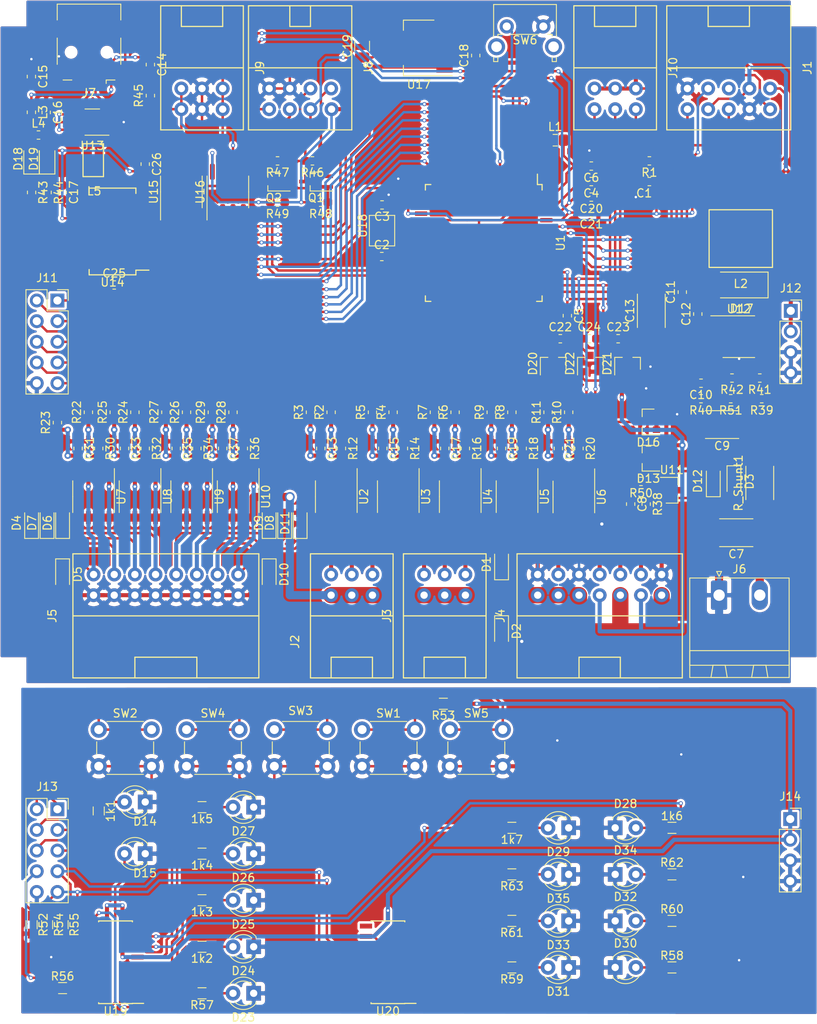
<source format=kicad_pcb>
(kicad_pcb (version 20171130) (host pcbnew "(5.1.4)-1")
  (layers (0 F.Cu signal) (31 B.Cu signal) (34 B.Paste user) (35 F.Paste user) (36 B.SilkS user) (37 F.SilkS user) (38 B.Mask user) (39 F.Mask user) (44 Edge.Cuts user))
  (net 0 "")
  (net 1 RESET)
  (net 2 GND)
  (net 3 "Net-(C2-Pad2)")
  (net 4 "Net-(C3-Pad2)")
  (net 5 "Net-(C4-Pad2)")
  (net 6 +5V)
  (net 7 "Net-(C6-Pad2)")
  (net 8 +12V)
  (net 9 "Net-(J2-Pad3)")
  (net 10 "Net-(J2-Pad2)")
  (net 11 "Net-(J2-Pad1)")
  (net 12 "Net-(J3-Pad1)")
  (net 13 "Net-(J3-Pad2)")
  (net 14 "Net-(J3-Pad3)")
  (net 15 "Net-(R12-Pad2)")
  (net 16 RGB1_ROT)
  (net 17 "Net-(R13-Pad2)")
  (net 18 RGB1_GRUEN)
  (net 19 RGB1_BLAU)
  (net 20 "Net-(R14-Pad2)")
  (net 21 "Net-(R15-Pad2)")
  (net 22 RGB2_ROT)
  (net 23 RGB2_GRUEN)
  (net 24 "Net-(R16-Pad2)")
  (net 25 "Net-(R17-Pad2)")
  (net 26 RGB2_BLAU)
  (net 27 "Net-(R18-Pad2)")
  (net 28 "Net-(R19-Pad2)")
  (net 29 PWM_PUMPE)
  (net 30 "Net-(R10-Pad1)")
  (net 31 "Net-(R11-Pad1)")
  (net 32 HEIZUNG)
  (net 33 SM1_1)
  (net 34 "Net-(R22-Pad1)")
  (net 35 "Net-(R23-Pad1)")
  (net 36 SM1_2)
  (net 37 SM1_3)
  (net 38 "Net-(R24-Pad1)")
  (net 39 SM1_4)
  (net 40 "Net-(R25-Pad1)")
  (net 41 SM2_1)
  (net 42 "Net-(R26-Pad1)")
  (net 43 "Net-(R27-Pad1)")
  (net 44 SM2_2)
  (net 45 SM2_3)
  (net 46 "Net-(R28-Pad1)")
  (net 47 "Net-(R29-Pad1)")
  (net 48 SM2_4)
  (net 49 UART_RXD)
  (net 50 UART_TXD)
  (net 51 UART_DIR)
  (net 52 "Net-(U1-Pad7)")
  (net 53 "Net-(U1-Pad8)")
  (net 54 "Net-(U1-Pad17)")
  (net 55 "Net-(U1-Pad18)")
  (net 56 "Net-(U1-Pad19)")
  (net 57 I²C_SCL)
  (net 58 I²C_SDA)
  (net 59 "Net-(U1-Pad27)")
  (net 60 "Net-(U1-Pad28)")
  (net 61 "Net-(U1-Pad29)")
  (net 62 "Net-(U1-Pad30)")
  (net 63 TDI)
  (net 64 TDO)
  (net 65 TMS)
  (net 66 TCK)
  (net 67 Voltage_Controle)
  (net 68 Current_Controle)
  (net 69 "Net-(J4-Pad6)")
  (net 70 "Net-(J4-Pad5)")
  (net 71 "Net-(J4-Pad4)")
  (net 72 "Net-(J4-Pad2)")
  (net 73 PWM_LUEFTER1)
  (net 74 PWM_LUEFTER2)
  (net 75 "Net-(C7-Pad1)")
  (net 76 "Net-(C11-Pad1)")
  (net 77 "Net-(C12-Pad1)")
  (net 78 "Net-(C12-Pad2)")
  (net 79 "Net-(R41-Pad2)")
  (net 80 "Net-(C14-Pad2)")
  (net 81 "Net-(C14-Pad1)")
  (net 82 "Net-(C16-Pad2)")
  (net 83 "Net-(C17-Pad2)")
  (net 84 "Net-(D18-Pad1)")
  (net 85 "Net-(D19-Pad1)")
  (net 86 "Net-(J7-Pad4)")
  (net 87 "Net-(J7-Pad3)")
  (net 88 "Net-(J7-Pad2)")
  (net 89 "Net-(L5-Pad2)")
  (net 90 "Net-(L5-Pad4)")
  (net 91 "Net-(R43-Pad2)")
  (net 92 "Net-(R44-Pad2)")
  (net 93 "Net-(U14-Pad5)")
  (net 94 "Net-(U14-Pad2)")
  (net 95 "Net-(U14-Pad1)")
  (net 96 "Net-(U14-Pad3)")
  (net 97 "Net-(U14-Pad12)")
  (net 98 "Net-(U14-Pad13)")
  (net 99 "Net-(U14-Pad14)")
  (net 100 "Net-(U14-Pad27)")
  (net 101 "Net-(U14-Pad28)")
  (net 102 "Net-(J1-Pad8)")
  (net 103 +3V3)
  (net 104 GND_HUMI1)
  (net 105 GND_HUMI2)
  (net 106 NOT-AUS)
  (net 107 INPUT1)
  (net 108 INPUT2)
  (net 109 "Net-(J8-Pad5)")
  (net 110 "Net-(J8-Pad6)")
  (net 111 "Net-(J9-Pad1)")
  (net 112 "Net-(J9-Pad3)")
  (net 113 NOTAUS)
  (net 114 Stop)
  (net 115 Start)
  (net 116 Dbg2)
  (net 117 Dbg1)
  (net 118 SR_Latch)
  (net 119 SR_Daten)
  (net 120 SR_Takt)
  (net 121 +5C)
  (net 122 "Net-(U18-Pad1)")
  (net 123 "Net-(U18-Pad3)")
  (net 124 "Net-(D4-Pad1)")
  (net 125 "Net-(D5-Pad1)")
  (net 126 "Net-(D6-Pad1)")
  (net 127 "Net-(D7-Pad1)")
  (net 128 "Net-(D8-Pad1)")
  (net 129 "Net-(D9-Pad1)")
  (net 130 "Net-(D10-Pad1)")
  (net 131 "Net-(D11-Pad1)")
  (net 132 /Frontpannel/SR_Takt-)
  (net 133 /Frontpannel/SR_Daten-)
  (net 134 /Frontpannel/SR_Latch-)
  (net 135 /Frontpannel/Dbg1-)
  (net 136 /Frontpannel/Dbg2-)
  (net 137 /Frontpannel/START-)
  (net 138 /Frontpannel/STOP-)
  (net 139 /Frontpannel/NOTAUS-)
  (net 140 /Frontpannel/RESET-)
  (net 141 "Net-(R38-Pad1)")
  (net 142 "Net-(R39-Pad2)")
  (net 143 "Net-(1k1-Pad1)")
  (net 144 "Net-(1k2-Pad2)")
  (net 145 "Net-(1k2-Pad1)")
  (net 146 "Net-(1k3-Pad1)")
  (net 147 "Net-(1k3-Pad2)")
  (net 148 "Net-(1k4-Pad2)")
  (net 149 "Net-(1k4-Pad1)")
  (net 150 "Net-(1k5-Pad1)")
  (net 151 "Net-(1k5-Pad2)")
  (net 152 "Net-(1k6-Pad2)")
  (net 153 "Net-(1k6-Pad1)")
  (net 154 "Net-(1k7-Pad1)")
  (net 155 "Net-(1k7-Pad2)")
  (net 156 "Net-(D15-Pad2)")
  (net 157 "Net-(D23-Pad2)")
  (net 158 "Net-(D30-Pad2)")
  (net 159 "Net-(D31-Pad2)")
  (net 160 "Net-(D32-Pad2)")
  (net 161 "Net-(D33-Pad2)")
  (net 162 "Net-(D34-Pad2)")
  (net 163 "Net-(D35-Pad2)")
  (net 164 "Net-(R56-Pad2)")
  (net 165 "Net-(R57-Pad2)")
  (net 166 "Net-(R58-Pad2)")
  (net 167 "Net-(R59-Pad2)")
  (net 168 "Net-(R60-Pad2)")
  (net 169 "Net-(R61-Pad2)")
  (net 170 "Net-(R62-Pad2)")
  (net 171 "Net-(R63-Pad2)")
  (net 172 "Net-(U19-Pad9)")
  (net 173 "Net-(U20-Pad9)")
  (net 174 "Net-(U20-Pad7)")
  (net 175 "Net-(U20-Pad6)")
  (net 176 Adress_Press2)
  (net 177 Adress_Press1)
  (module Conn_Lib:Wanne_6Pol (layer F.Cu) (at 148.59 55.88 270)
    (fp_text reference J10 (at 0 -7.12 90) (layer F.SilkS))
    (fp_text value Inputs)
    (pad 6 thru_hole circle (at 2.54 2.54 270) (size 1.7 1.7) (drill 0.9) (layers *.Cu *.Mask) (net 6 +5V))
    (pad 5 thru_hole circle (at 2.54 0 270) (size 1.7 1.7) (drill 0.9) (layers *.Cu *.Mask) (net 6 +5V))
    (pad 4 thru_hole circle (at 2.54 -2.54 270) (size 1.7 1.7) (drill 0.9) (layers *.Cu *.Mask) (net 6 +5V))
    (pad 3 thru_hole circle (at 5.08 2.54 270) (size 1.7 1.7) (drill 0.9) (layers *.Cu *.Mask) (net 107 INPUT1))
    (pad 2 thru_hole circle (at 5.08 0 270) (size 1.7 1.7) (drill 0.9) (layers *.Cu *.Mask) (net 108 INPUT2))
    (pad 1 thru_hole circle (at 5.08 -2.54 270) (size 1.7 1.7) (drill 0.9) (layers *.Cu *.Mask) (net 106 NOT-AUS))
  )
  (module Conn_Lib:Wanne_6Pol (layer F.Cu) (at 97.79 55.88 270)
    (fp_text reference J9 (at 0 -7.12 90) (layer F.SilkS))
    (fp_text value RS485)
    (pad 1 thru_hole circle (at 5.08 -2.54 270) (size 1.7 1.7) (drill 0.9) (layers *.Cu *.Mask) (net 111 "Net-(J9-Pad1)"))
    (pad 2 thru_hole circle (at 5.08 0 270) (size 1.7 1.7) (drill 0.9) (layers *.Cu *.Mask) (net 2 GND))
    (pad 3 thru_hole circle (at 5.08 2.54 270) (size 1.7 1.7) (drill 0.9) (layers *.Cu *.Mask) (net 112 "Net-(J9-Pad3)"))
    (pad 4 thru_hole circle (at 2.54 -2.54 270) (size 1.7 1.7) (drill 0.9) (layers *.Cu *.Mask) (net 111 "Net-(J9-Pad1)"))
    (pad 5 thru_hole circle (at 2.54 0 270) (size 1.7 1.7) (drill 0.9) (layers *.Cu *.Mask) (net 2 GND))
    (pad 6 thru_hole circle (at 2.54 2.54 270) (size 1.7 1.7) (drill 0.9) (layers *.Cu *.Mask) (net 112 "Net-(J9-Pad3)"))
  )
  (module LED_THT:LED_D3.0mm_IRBlack (layer F.Cu) (at 90.805 146.05 180)
    (fp_text reference D14 (at 0.0254 -2.3876) (layer F.SilkS))
    (fp_text value Dbg.)
    (pad 2 thru_hole circle (at 2.54 0 180) (size 1.8 1.8) (drill 0.9) (layers *.Cu *.Mask) (net 143 "Net-(1k1-Pad1)"))
    (pad 1 thru_hole rect (at 0 0 180) (size 1.8 1.8) (drill 0.9) (layers *.Cu *.Mask) (net 2 GND))
  )
  (module LED_THT:LED_D3.0mm_IRBlack (layer F.Cu) (at 90.805 152.4 180)
    (fp_text reference D15 (at 0.0254 -2.3876) (layer F.SilkS))
    (fp_text value ON/OFF)
    (pad 2 thru_hole circle (at 2.54 0 180) (size 1.8 1.8) (drill 0.9) (layers *.Cu *.Mask) (net 156 "Net-(D15-Pad2)"))
    (pad 1 thru_hole rect (at 0 0 180) (size 1.8 1.8) (drill 0.9) (layers *.Cu *.Mask) (net 2 GND))
  )
  (module Connector_PinSocket_2.54mm:PinSocket_1x04_P2.54mm_Vertical (layer F.Cu) (at 170.1165 148.1455)
    (fp_text reference J14 (at 0 -2.77) (layer F.SilkS))
    (fp_text value Conn_01x04)
    (pad 4 thru_hole oval (at 0 7.62) (size 1.7 1.7) (drill 1) (layers *.Cu *.Mask) (net 2 GND))
    (pad 3 thru_hole oval (at 0 5.08) (size 1.7 1.7) (drill 1) (layers *.Cu *.Mask) (net 2 GND))
    (pad 2 thru_hole oval (at 0 2.54) (size 1.7 1.7) (drill 1) (layers *.Cu *.Mask) (net 6 +5V))
    (pad 1 thru_hole rect (at 0 0) (size 1.7 1.7) (drill 1) (layers *.Cu *.Mask) (net 6 +5V))
  )
  (module Button_Switch_THT:SW_Tactile_SPST_Angled_PTS645Vx31-2LFS (layer F.Cu) (at 135.255 50.8)
    (fp_text reference SW6 (at 2.25 1.68) (layer F.SilkS))
    (fp_text value SW_DIP_x01)
    (pad "" thru_hole circle (at -1.25 2.49) (size 2.1 2.1) (drill 1.3) (layers *.Cu *.Mask))
    (pad 1 thru_hole circle (at 0 0) (size 1.75 1.75) (drill 0.99) (layers *.Cu *.Mask) (net 176 Adress_Press2))
    (pad 2 thru_hole circle (at 4.5 0) (size 1.75 1.75) (drill 0.99) (layers *.Cu *.Mask) (net 2 GND))
    (pad "" thru_hole circle (at 5.76 2.49) (size 2.1 2.1) (drill 1.3) (layers *.Cu *.Mask))
  )
  (module Resistor_SMD:R_0603_1608Metric_Pad1.05x0.95mm_HandSolder (layer F.Cu) (at 162.8 96.52 180)
    (fp_text reference R51 (at 0 -1.43) (layer F.SilkS))
    (fp_text value 100k)
    (pad 2 smd roundrect (at 0.875 0 180) (size 1.05 0.95) (layers F.Cu F.Paste F.Mask) (net 67 Voltage_Controle))
    (pad 1 smd roundrect (at -0.875 0 180) (size 1.05 0.95) (layers F.Cu F.Paste F.Mask) (net 142 "Net-(R39-Pad2)"))
  )
  (module Resistor_SMD:R_0603_1608Metric_Pad1.05x0.95mm_HandSolder (layer F.Cu) (at 151.765 106.68 180)
    (fp_text reference R50 (at 0 -1.43) (layer F.SilkS))
    (fp_text value 100k)
    (pad 2 smd roundrect (at 0.875 0 180) (size 1.05 0.95) (layers F.Cu F.Paste F.Mask) (net 68 Current_Controle))
    (pad 1 smd roundrect (at -0.875 0 180) (size 1.05 0.95) (layers F.Cu F.Paste F.Mask) (net 141 "Net-(R38-Pad1)"))
  )
  (module Connector_PinSocket_2.54mm:PinSocket_2x05_P2.54mm_Vertical (layer F.Cu) (at 80.01 146.939)
    (fp_text reference J13 (at -1.27 -2.77) (layer F.SilkS))
    (fp_text value Frontpannel)
    (pad 10 thru_hole oval (at -2.54 10.16) (size 1.7 1.7) (drill 1) (layers *.Cu *.Mask) (net 2 GND))
    (pad 9 thru_hole oval (at 0 10.16) (size 1.7 1.7) (drill 1) (layers *.Cu *.Mask) (net 132 /Frontpannel/SR_Takt-))
    (pad 8 thru_hole oval (at -2.54 7.62) (size 1.7 1.7) (drill 1) (layers *.Cu *.Mask) (net 133 /Frontpannel/SR_Daten-))
    (pad 7 thru_hole oval (at 0 7.62) (size 1.7 1.7) (drill 1) (layers *.Cu *.Mask) (net 134 /Frontpannel/SR_Latch-))
    (pad 6 thru_hole oval (at -2.54 5.08) (size 1.7 1.7) (drill 1) (layers *.Cu *.Mask) (net 135 /Frontpannel/Dbg1-))
    (pad 5 thru_hole oval (at 0 5.08) (size 1.7 1.7) (drill 1) (layers *.Cu *.Mask) (net 136 /Frontpannel/Dbg2-))
    (pad 4 thru_hole oval (at -2.54 2.54) (size 1.7 1.7) (drill 1) (layers *.Cu *.Mask) (net 137 /Frontpannel/START-))
    (pad 3 thru_hole oval (at 0 2.54) (size 1.7 1.7) (drill 1) (layers *.Cu *.Mask) (net 138 /Frontpannel/STOP-))
    (pad 2 thru_hole oval (at -2.54 0) (size 1.7 1.7) (drill 1) (layers *.Cu *.Mask) (net 139 /Frontpannel/NOTAUS-))
    (pad 1 thru_hole rect (at 0 0) (size 1.7 1.7) (drill 1) (layers *.Cu *.Mask) (net 140 /Frontpannel/RESET-))
  )
  (module Connector_PinSocket_2.54mm:PinSocket_1x04_P2.54mm_Vertical (layer F.Cu) (at 170.18 85.725)
    (fp_text reference J12 (at 0 -2.77) (layer F.SilkS))
    (fp_text value Conn_01x04)
    (pad 4 thru_hole oval (at 0 7.62) (size 1.7 1.7) (drill 1) (layers *.Cu *.Mask) (net 2 GND))
    (pad 3 thru_hole oval (at 0 5.08) (size 1.7 1.7) (drill 1) (layers *.Cu *.Mask) (net 2 GND))
    (pad 2 thru_hole oval (at 0 2.54) (size 1.7 1.7) (drill 1) (layers *.Cu *.Mask) (net 6 +5V))
    (pad 1 thru_hole rect (at 0 0) (size 1.7 1.7) (drill 1) (layers *.Cu *.Mask) (net 6 +5V))
  )
  (module Connector_PinSocket_2.54mm:PinSocket_2x05_P2.54mm_Vertical (layer F.Cu) (at 80.01 84.455)
    (fp_text reference J11 (at -1.27 -2.77) (layer F.SilkS))
    (fp_text value Frontpannel)
    (pad 10 thru_hole oval (at -2.54 10.16) (size 1.7 1.7) (drill 1) (layers *.Cu *.Mask) (net 2 GND))
    (pad 9 thru_hole oval (at 0 10.16) (size 1.7 1.7) (drill 1) (layers *.Cu *.Mask) (net 120 SR_Takt))
    (pad 8 thru_hole oval (at -2.54 7.62) (size 1.7 1.7) (drill 1) (layers *.Cu *.Mask) (net 119 SR_Daten))
    (pad 7 thru_hole oval (at 0 7.62) (size 1.7 1.7) (drill 1) (layers *.Cu *.Mask) (net 118 SR_Latch))
    (pad 6 thru_hole oval (at -2.54 5.08) (size 1.7 1.7) (drill 1) (layers *.Cu *.Mask) (net 117 Dbg1))
    (pad 5 thru_hole oval (at 0 5.08) (size 1.7 1.7) (drill 1) (layers *.Cu *.Mask) (net 116 Dbg2))
    (pad 4 thru_hole oval (at -2.54 2.54) (size 1.7 1.7) (drill 1) (layers *.Cu *.Mask) (net 115 Start))
    (pad 3 thru_hole oval (at 0 2.54) (size 1.7 1.7) (drill 1) (layers *.Cu *.Mask) (net 114 Stop))
    (pad 2 thru_hole oval (at -2.54 0) (size 1.7 1.7) (drill 1) (layers *.Cu *.Mask) (net 113 NOTAUS))
    (pad 1 thru_hole rect (at 0 0) (size 1.7 1.7) (drill 1) (layers *.Cu *.Mask) (net 1 RESET))
  )
  (module Capacitor_SMD:C_0603_1608Metric_Pad1.05x0.95mm_HandSolder (layer F.Cu) (at 145.655 69.85 180)
    (fp_text reference C4 (at 0 -1.43) (layer F.SilkS))
    (fp_text value 10nF)
    (pad 2 smd roundrect (at 0.875 0 180) (size 1.05 0.95) (layers F.Cu F.Paste F.Mask) (net 5 "Net-(C4-Pad2)"))
    (pad 1 smd roundrect (at -0.875 0 180) (size 1.05 0.95) (layers F.Cu F.Paste F.Mask) (net 2 GND))
  )
  (module Package_TO_SOT_SMD:SOT-323_SC-70_Handsoldering (layer F.Cu) (at 106.62 69.85 180)
    (fp_text reference Q2 (at 0 -2) (layer F.SilkS))
    (fp_text value BS170)
    (pad 3 smd rect (at 1.33 0 90) (size 0.45 1.5) (layers F.Cu F.Paste F.Mask) (net 110 "Net-(J8-Pad6)"))
    (pad 2 smd rect (at -1.33 0.65 90) (size 0.45 1.5) (layers F.Cu F.Paste F.Mask) (net 103 +3V3))
    (pad 1 smd rect (at -1.33 -0.65 90) (size 0.45 1.5) (layers F.Cu F.Paste F.Mask) (net 58 I²C_SDA))
  )
  (module Capacitor_SMD:C_0603_1608Metric_Pad1.05x0.95mm_HandSolder (layer F.Cu) (at 90.805 67.705 270)
    (fp_text reference C26 (at 0 -1.43 90) (layer F.SilkS))
    (fp_text value 100nF)
    (pad 2 smd roundrect (at 0.875 0 270) (size 1.05 0.95) (layers F.Cu F.Paste F.Mask) (net 121 +5C))
    (pad 1 smd roundrect (at -0.875 0 270) (size 1.05 0.95) (layers F.Cu F.Paste F.Mask) (net 2 GND))
  )
  (module Capacitor_SMD:C_0603_1608Metric_Pad1.05x0.95mm_HandSolder (layer F.Cu) (at 86.995 82.55)
    (fp_text reference C25 (at 0 -1.43) (layer F.SilkS))
    (fp_text value 100nF)
    (pad 2 smd roundrect (at 0.875 0) (size 1.05 0.95) (layers F.Cu F.Paste F.Mask) (net 121 +5C))
    (pad 1 smd roundrect (at -0.875 0) (size 1.05 0.95) (layers F.Cu F.Paste F.Mask) (net 2 GND))
  )
  (module Package_SO:SOIC-8_3.9x4.9mm_P1.27mm (layer F.Cu) (at 100.965 71.12 90)
    (fp_text reference U16 (at 0 -3.4 90) (layer F.SilkS))
    (fp_text value MAX3072E)
    (pad 8 smd roundrect (at 2.475 -1.905 90) (size 1.95 0.6) (layers F.Cu F.Paste F.Mask) (net 6 +5V))
    (pad 7 smd roundrect (at 2.475 -0.635 90) (size 1.95 0.6) (layers F.Cu F.Paste F.Mask) (net 111 "Net-(J9-Pad1)"))
    (pad 6 smd roundrect (at 2.475 0.635 90) (size 1.95 0.6) (layers F.Cu F.Paste F.Mask) (net 112 "Net-(J9-Pad3)"))
    (pad 5 smd roundrect (at 2.475 1.905 90) (size 1.95 0.6) (layers F.Cu F.Paste F.Mask) (net 2 GND))
    (pad 4 smd roundrect (at -2.475 1.905 90) (size 1.95 0.6) (layers F.Cu F.Paste F.Mask) (net 50 UART_TXD))
    (pad 3 smd roundrect (at -2.475 0.635 90) (size 1.95 0.6) (layers F.Cu F.Paste F.Mask) (net 51 UART_DIR))
    (pad 2 smd roundrect (at -2.475 -0.635 90) (size 1.95 0.6) (layers F.Cu F.Paste F.Mask) (net 51 UART_DIR))
    (pad 1 smd roundrect (at -2.475 -1.905 90) (size 1.95 0.6) (layers F.Cu F.Paste F.Mask) (net 49 UART_RXD))
  )
  (module Package_SO:SOIC-8_3.9x4.9mm_P1.27mm (layer F.Cu) (at 95.25 71.12 90)
    (fp_text reference U15 (at 0 -3.4 90) (layer F.SilkS))
    (fp_text value MAX3072E)
    (pad 8 smd roundrect (at 2.475 -1.905 90) (size 1.95 0.6) (layers F.Cu F.Paste F.Mask) (net 121 +5C))
    (pad 7 smd roundrect (at 2.475 -0.635 90) (size 1.95 0.6) (layers F.Cu F.Paste F.Mask) (net 111 "Net-(J9-Pad1)"))
    (pad 6 smd roundrect (at 2.475 0.635 90) (size 1.95 0.6) (layers F.Cu F.Paste F.Mask) (net 112 "Net-(J9-Pad3)"))
    (pad 5 smd roundrect (at 2.475 1.905 90) (size 1.95 0.6) (layers F.Cu F.Paste F.Mask) (net 2 GND))
    (pad 4 smd roundrect (at -2.475 1.905 90) (size 1.95 0.6) (layers F.Cu F.Paste F.Mask) (net 95 "Net-(U14-Pad1)"))
    (pad 3 smd roundrect (at -2.475 0.635 90) (size 1.95 0.6) (layers F.Cu F.Paste F.Mask) (net 98 "Net-(U14-Pad13)"))
    (pad 2 smd roundrect (at -2.475 -0.635 90) (size 1.95 0.6) (layers F.Cu F.Paste F.Mask) (net 98 "Net-(U14-Pad13)"))
    (pad 1 smd roundrect (at -2.475 -1.905 90) (size 1.95 0.6) (layers F.Cu F.Paste F.Mask) (net 93 "Net-(U14-Pad5)"))
  )
  (module Package_TO_SOT_SMD:SOT-23-6_Handsoldering (layer F.Cu) (at 84.3 62.545 180)
    (fp_text reference U13 (at 0 -2.9) (layer F.SilkS))
    (fp_text value WE_TVS)
    (pad 5 smd rect (at 1.35 0 180) (size 1.56 0.65) (layers F.Cu F.Paste F.Mask) (net 121 +5C))
    (pad 6 smd rect (at 1.35 -0.95 180) (size 1.56 0.65) (layers F.Cu F.Paste F.Mask) (net 87 "Net-(J7-Pad3)"))
    (pad 4 smd rect (at 1.35 0.95 180) (size 1.56 0.65) (layers F.Cu F.Paste F.Mask) (net 87 "Net-(J7-Pad3)"))
    (pad 3 smd rect (at -1.35 0.95 180) (size 1.56 0.65) (layers F.Cu F.Paste F.Mask) (net 88 "Net-(J7-Pad2)"))
    (pad 2 smd rect (at -1.35 0 180) (size 1.56 0.65) (layers F.Cu F.Paste F.Mask) (net 2 GND))
    (pad 1 smd rect (at -1.35 -0.95 180) (size 1.56 0.65) (layers F.Cu F.Paste F.Mask) (net 88 "Net-(J7-Pad2)"))
  )
  (module Resistor_SMD:R_0603_1608Metric_Pad1.05x0.95mm_HandSolder (layer F.Cu) (at 91.44 59.295 90)
    (fp_text reference R45 (at 0 -1.43 90) (layer F.SilkS))
    (fp_text value 120R)
    (pad 2 smd roundrect (at 0.875 0 90) (size 1.05 0.95) (layers F.Cu F.Paste F.Mask) (net 111 "Net-(J9-Pad1)"))
    (pad 1 smd roundrect (at -0.875 0 90) (size 1.05 0.95) (layers F.Cu F.Paste F.Mask) (net 112 "Net-(J9-Pad3)"))
  )
  (module Resistor_SMD:R_0603_1608Metric_Pad1.05x0.95mm_HandSolder (layer F.Cu) (at 78.74 71.185 270)
    (fp_text reference R44 (at 0 -1.43 90) (layer F.SilkS))
    (fp_text value 1k)
    (pad 2 smd roundrect (at 0.875 0 270) (size 1.05 0.95) (layers F.Cu F.Paste F.Mask) (net 92 "Net-(R44-Pad2)"))
    (pad 1 smd roundrect (at -0.875 0 270) (size 1.05 0.95) (layers F.Cu F.Paste F.Mask) (net 85 "Net-(D19-Pad1)"))
  )
  (module Resistor_SMD:R_0603_1608Metric_Pad1.05x0.95mm_HandSolder (layer F.Cu) (at 76.835 71.185 270)
    (fp_text reference R43 (at 0 -1.43 90) (layer F.SilkS))
    (fp_text value 1k)
    (pad 2 smd roundrect (at 0.875 0 270) (size 1.05 0.95) (layers F.Cu F.Paste F.Mask) (net 91 "Net-(R43-Pad2)"))
    (pad 1 smd roundrect (at -0.875 0 270) (size 1.05 0.95) (layers F.Cu F.Paste F.Mask) (net 84 "Net-(D18-Pad1)"))
  )
  (module Inductor_SMD:L_0603_1608Metric_Pad1.05x0.95mm_HandSolder (layer F.Cu) (at 77.685 64.135)
    (fp_text reference L4 (at 0 -1.43) (layer F.SilkS))
    (fp_text value L)
    (pad 2 smd roundrect (at 0.875 0) (size 1.05 0.95) (layers F.Cu F.Paste F.Mask) (net 121 +5C))
    (pad 1 smd roundrect (at -0.875 0) (size 1.05 0.95) (layers F.Cu F.Paste F.Mask) (net 82 "Net-(C16-Pad2)"))
  )
  (module Inductor_SMD:L_0603_1608Metric_Pad1.05x0.95mm_HandSolder (layer F.Cu) (at 76.81 61.34 270)
    (fp_text reference L3 (at 0 -1.43 90) (layer F.SilkS))
    (fp_text value L)
    (pad 2 smd roundrect (at 0.875 0 270) (size 1.05 0.95) (layers F.Cu F.Paste F.Mask) (net 82 "Net-(C16-Pad2)"))
    (pad 1 smd roundrect (at -0.875 0 270) (size 1.05 0.95) (layers F.Cu F.Paste F.Mask) (net 81 "Net-(C14-Pad1)"))
  )
  (module Connector_USB:USB_Mini-B_Lumberg_2486_01_Horizontal (layer F.Cu) (at 83.895 53.965 180)
    (fp_text reference J7 (at 0 -5) (layer F.SilkS))
    (fp_text value USB_B_Mini)
    (pad "" np_thru_hole circle (at 2.2 0 180) (size 1 1) (drill 1) (layers *.Cu *.Mask))
    (pad "" np_thru_hole circle (at -2.2 0 180) (size 1 1) (drill 1) (layers *.Cu *.Mask))
    (pad 6 smd rect (at 4.45 2.85 180) (size 2 1.7) (layers F.Cu F.Paste F.Mask) (net 80 "Net-(C14-Pad2)"))
    (pad 6 smd rect (at 4.45 -2.6 180) (size 2 1.7) (layers F.Cu F.Paste F.Mask) (net 80 "Net-(C14-Pad2)"))
    (pad 6 smd rect (at -4.45 2.85 180) (size 2 1.7) (layers F.Cu F.Paste F.Mask) (net 80 "Net-(C14-Pad2)"))
    (pad 6 smd rect (at -4.45 -2.6 180) (size 2 1.7) (layers F.Cu F.Paste F.Mask) (net 80 "Net-(C14-Pad2)"))
    (pad 5 smd rect (at 1.6 -2.7 180) (size 0.5 2) (layers F.Cu F.Paste F.Mask) (net 2 GND))
    (pad 4 smd rect (at 0.8 -2.7 180) (size 0.5 2) (layers F.Cu F.Paste F.Mask) (net 86 "Net-(J7-Pad4)"))
    (pad 3 smd rect (at 0 -2.7 180) (size 0.5 2) (layers F.Cu F.Paste F.Mask) (net 87 "Net-(J7-Pad3)"))
    (pad 2 smd rect (at -0.8 -2.7 180) (size 0.5 2) (layers F.Cu F.Paste F.Mask) (net 88 "Net-(J7-Pad2)"))
    (pad 1 smd rect (at -1.6 -2.7 180) (size 0.5 2) (layers F.Cu F.Paste F.Mask) (net 81 "Net-(C14-Pad1)"))
  )
  (module LED_SMD:LED_0805_2012Metric_Pad1.15x1.40mm_HandSolder (layer F.Cu) (at 78.74 67.065 90)
    (fp_text reference D19 (at 0 -1.65 90) (layer F.SilkS))
    (fp_text value LED)
    (pad 2 smd roundrect (at 1.025 0 90) (size 1.15 1.4) (layers F.Cu F.Paste F.Mask) (roundrect_rratio 0.217391) (net 121 +5C))
    (pad 1 smd roundrect (at -1.025 0 90) (size 1.15 1.4) (layers F.Cu F.Paste F.Mask) (roundrect_rratio 0.217391) (net 85 "Net-(D19-Pad1)"))
  )
  (module LED_SMD:LED_0805_2012Metric_Pad1.15x1.40mm_HandSolder (layer F.Cu) (at 76.835 67.065 90)
    (fp_text reference D18 (at 0 -1.65 90) (layer F.SilkS))
    (fp_text value LED)
    (pad 2 smd roundrect (at 1.025 0 90) (size 1.15 1.4) (layers F.Cu F.Paste F.Mask) (roundrect_rratio 0.217391) (net 121 +5C))
    (pad 1 smd roundrect (at -1.025 0 90) (size 1.15 1.4) (layers F.Cu F.Paste F.Mask) (roundrect_rratio 0.217391) (net 84 "Net-(D18-Pad1)"))
  )
  (module Capacitor_SMD:C_0603_1608Metric_Pad1.05x0.95mm_HandSolder (layer F.Cu) (at 78.63 61.355 270)
    (fp_text reference C16 (at 0 -1.43 90) (layer F.SilkS))
    (fp_text value 100nF)
    (pad 2 smd roundrect (at 0.875 0 270) (size 1.05 0.95) (layers F.Cu F.Paste F.Mask) (net 82 "Net-(C16-Pad2)"))
    (pad 1 smd roundrect (at -0.875 0 270) (size 1.05 0.95) (layers F.Cu F.Paste F.Mask) (net 2 GND))
  )
  (module Capacitor_SMD:C_0603_1608Metric_Pad1.05x0.95mm_HandSolder (layer F.Cu) (at 76.81 56.955 270)
    (fp_text reference C15 (at 0 -1.43 90) (layer F.SilkS))
    (fp_text value 100nF)
    (pad 2 smd roundrect (at 0.875 0 270) (size 1.05 0.95) (layers F.Cu F.Paste F.Mask) (net 80 "Net-(C14-Pad2)"))
    (pad 1 smd roundrect (at -0.875 0 270) (size 1.05 0.95) (layers F.Cu F.Paste F.Mask) (net 2 GND))
  )
  (module Capacitor_SMD:C_0603_1608Metric_Pad1.05x0.95mm_HandSolder (layer F.Cu) (at 91.44 55.485 270)
    (fp_text reference C14 (at 0 -1.43 90) (layer F.SilkS))
    (fp_text value 100nF)
    (pad 2 smd roundrect (at 0.875 0 270) (size 1.05 0.95) (layers F.Cu F.Paste F.Mask) (net 80 "Net-(C14-Pad2)"))
    (pad 1 smd roundrect (at -0.875 0 270) (size 1.05 0.95) (layers F.Cu F.Paste F.Mask) (net 81 "Net-(C14-Pad1)"))
  )
  (module Resistor_SMD:R_0603_1608Metric_Pad1.05x0.95mm_HandSolder (layer F.Cu) (at 140.335 98.185 90)
    (fp_text reference R11 (at 0 -1.43 90) (layer F.SilkS))
    (fp_text value 160R)
    (pad 2 smd roundrect (at 0.875 0 90) (size 1.05 0.95) (layers F.Cu F.Paste F.Mask) (net 32 HEIZUNG))
    (pad 1 smd roundrect (at -0.875 0 90) (size 1.05 0.95) (layers F.Cu F.Paste F.Mask) (net 31 "Net-(R11-Pad1)"))
  )
  (module Capacitor_SMD:C_0603_1608Metric_Pad1.05x0.95mm_HandSolder (layer F.Cu) (at 152.795 69.85 180)
    (fp_text reference C1 (at 0.635 -1.43 180) (layer F.SilkS))
    (fp_text value 10nF)
    (pad 2 smd roundrect (at 0.875 0 180) (size 1.05 0.95) (layers F.Cu F.Paste F.Mask) (net 2 GND))
    (pad 1 smd roundrect (at -0.875 0 180) (size 1.05 0.95) (layers F.Cu F.Paste F.Mask) (net 1 RESET))
  )
  (module Capacitor_SMD:C_0603_1608Metric_Pad1.05x0.95mm_HandSolder (layer F.Cu) (at 119.895 79.06)
    (fp_text reference C2 (at 0 -1.43) (layer F.SilkS))
    (fp_text value 22pF)
    (pad 2 smd roundrect (at 0.875 0) (size 1.05 0.95) (layers F.Cu F.Paste F.Mask) (net 3 "Net-(C2-Pad2)"))
    (pad 1 smd roundrect (at -0.875 0) (size 1.05 0.95) (layers F.Cu F.Paste F.Mask) (net 2 GND))
  )
  (module Capacitor_SMD:C_0603_1608Metric_Pad1.05x0.95mm_HandSolder (layer F.Cu) (at 119.925 72.72 180)
    (fp_text reference C3 (at 0 -1.43) (layer F.SilkS))
    (fp_text value 22pF)
    (pad 2 smd roundrect (at 0.875 0 180) (size 1.05 0.95) (layers F.Cu F.Paste F.Mask) (net 4 "Net-(C3-Pad2)"))
    (pad 1 smd roundrect (at -0.875 0 180) (size 1.05 0.95) (layers F.Cu F.Paste F.Mask) (net 2 GND))
  )
  (module Capacitor_SMD:C_0603_1608Metric_Pad1.05x0.95mm_HandSolder (layer F.Cu) (at 142.71 86.325 270)
    (fp_text reference C5 (at 0 -1.43 90) (layer F.SilkS))
    (fp_text value 100nF)
    (pad 2 smd roundrect (at 0.875 0 270) (size 1.05 0.95) (layers F.Cu F.Paste F.Mask) (net 2 GND))
    (pad 1 smd roundrect (at -0.875 0 270) (size 1.05 0.95) (layers F.Cu F.Paste F.Mask) (net 6 +5V))
  )
  (module Capacitor_SMD:C_0603_1608Metric_Pad1.05x0.95mm_HandSolder (layer F.Cu) (at 145.655 67.945 180)
    (fp_text reference C6 (at 0 -1.43) (layer F.SilkS))
    (fp_text value 100nF)
    (pad 2 smd roundrect (at 0.875 0 180) (size 1.05 0.95) (layers F.Cu F.Paste F.Mask) (net 7 "Net-(C6-Pad2)"))
    (pad 1 smd roundrect (at -0.875 0 180) (size 1.05 0.95) (layers F.Cu F.Paste F.Mask) (net 2 GND))
  )
  (module Diode_SMD:D_SOD-323_HandSoldering (layer F.Cu) (at 134.62 116.86 90)
    (fp_text reference D1 (at 0 -1.85 90) (layer F.SilkS))
    (fp_text value 1N4148)
    (pad 2 smd rect (at 1.25 0 90) (size 1 1) (layers F.Cu F.Paste F.Mask) (net 2 GND))
    (pad 1 smd rect (at -1.25 0 90) (size 1 1) (layers F.Cu F.Paste F.Mask) (net 8 +12V))
  )
  (module Diode_SMD:D_SOD-323_HandSoldering (layer F.Cu) (at 134.62 125.075 270)
    (fp_text reference D2 (at 0 -1.85 90) (layer F.SilkS))
    (fp_text value 1N4148)
    (pad 2 smd rect (at 1.25 0 270) (size 1 1) (layers F.Cu F.Paste F.Mask) (net 2 GND))
    (pad 1 smd rect (at -1.25 0 270) (size 1 1) (layers F.Cu F.Paste F.Mask) (net 8 +12V))
  )
  (module Diode_SMD:D_SOD-323_HandSoldering (layer F.Cu) (at 76.835 111.78 90)
    (fp_text reference D4 (at 0 -1.85 90) (layer F.SilkS))
    (fp_text value 1N4148)
    (pad 2 smd rect (at 1.25 0 90) (size 1 1) (layers F.Cu F.Paste F.Mask) (net 2 GND))
    (pad 1 smd rect (at -1.25 0 90) (size 1 1) (layers F.Cu F.Paste F.Mask) (net 124 "Net-(D4-Pad1)"))
  )
  (module Diode_SMD:D_SOD-323_HandSoldering (layer F.Cu) (at 80.645 118.09 270)
    (fp_text reference D5 (at 0 -1.85 90) (layer F.SilkS))
    (fp_text value 1N4148)
    (pad 2 smd rect (at 1.25 0 270) (size 1 1) (layers F.Cu F.Paste F.Mask) (net 2 GND))
    (pad 1 smd rect (at -1.25 0 270) (size 1 1) (layers F.Cu F.Paste F.Mask) (net 125 "Net-(D5-Pad1)"))
  )
  (module Diode_SMD:D_SOD-323_HandSoldering (layer F.Cu) (at 80.645 111.78 90)
    (fp_text reference D6 (at 0 -1.85 90) (layer F.SilkS))
    (fp_text value 1N4148)
    (pad 2 smd rect (at 1.25 0 90) (size 1 1) (layers F.Cu F.Paste F.Mask) (net 2 GND))
    (pad 1 smd rect (at -1.25 0 90) (size 1 1) (layers F.Cu F.Paste F.Mask) (net 126 "Net-(D6-Pad1)"))
  )
  (module Diode_SMD:D_SOD-323_HandSoldering (layer F.Cu) (at 78.74 111.78 90)
    (fp_text reference D7 (at 0 -1.85 90) (layer F.SilkS))
    (fp_text value 1N4148)
    (pad 2 smd rect (at 1.25 0 90) (size 1 1) (layers F.Cu F.Paste F.Mask) (net 2 GND))
    (pad 1 smd rect (at -1.25 0 90) (size 1 1) (layers F.Cu F.Paste F.Mask) (net 127 "Net-(D7-Pad1)"))
  )
  (module Diode_SMD:D_SOD-323_HandSoldering (layer F.Cu) (at 107.95 111.78 90)
    (fp_text reference D8 (at 0 -1.85 90) (layer F.SilkS))
    (fp_text value 1N4148)
    (pad 2 smd rect (at 1.25 0 90) (size 1 1) (layers F.Cu F.Paste F.Mask) (net 2 GND))
    (pad 1 smd rect (at -1.25 0 90) (size 1 1) (layers F.Cu F.Paste F.Mask) (net 128 "Net-(D8-Pad1)"))
  )
  (module Diode_SMD:D_SOD-323_HandSoldering (layer F.Cu) (at 106.045 111.78 90)
    (fp_text reference D9 (at 0 -1.27 90) (layer F.SilkS))
    (fp_text value 1N4148)
    (pad 2 smd rect (at 1.25 0 90) (size 1 1) (layers F.Cu F.Paste F.Mask) (net 2 GND))
    (pad 1 smd rect (at -1.25 0 90) (size 1 1) (layers F.Cu F.Paste F.Mask) (net 129 "Net-(D9-Pad1)"))
  )
  (module Diode_SMD:D_SOD-323_HandSoldering (layer F.Cu) (at 106.045 118.09 270)
    (fp_text reference D10 (at 0 -1.85 90) (layer F.SilkS))
    (fp_text value 1N4148)
    (pad 2 smd rect (at 1.25 0 270) (size 1 1) (layers F.Cu F.Paste F.Mask) (net 2 GND))
    (pad 1 smd rect (at -1.25 0 270) (size 1 1) (layers F.Cu F.Paste F.Mask) (net 130 "Net-(D10-Pad1)"))
  )
  (module Diode_SMD:D_SOD-323_HandSoldering (layer F.Cu) (at 109.855 111.78 90)
    (fp_text reference D11 (at 0 -1.85 90) (layer F.SilkS))
    (fp_text value 1N4148)
    (pad 2 smd rect (at 1.25 0 90) (size 1 1) (layers F.Cu F.Paste F.Mask) (net 2 GND))
    (pad 1 smd rect (at -1.25 0 90) (size 1 1) (layers F.Cu F.Paste F.Mask) (net 131 "Net-(D11-Pad1)"))
  )
  (module Inductor_SMD:L_0805_2012Metric_Pad1.15x1.40mm_HandSolder (layer F.Cu) (at 141.215 64.77)
    (fp_text reference L1 (at 0 -1.65) (layer F.SilkS))
    (fp_text value 10uH)
    (pad 2 smd roundrect (at 1.025 0) (size 1.15 1.4) (layers F.Cu F.Paste F.Mask) (roundrect_rratio 0.217391) (net 7 "Net-(C6-Pad2)"))
    (pad 1 smd roundrect (at -1.025 0) (size 1.15 1.4) (layers F.Cu F.Paste F.Mask) (roundrect_rratio 0.217391) (net 6 +5V))
  )
  (module Resistor_SMD:R_0603_1608Metric_Pad1.05x0.95mm_HandSolder (layer F.Cu) (at 152.795 67.31 180)
    (fp_text reference R1 (at 0 -1.43) (layer F.SilkS))
    (fp_text value R)
    (pad 2 smd roundrect (at 0.875 0 180) (size 1.05 0.95) (layers F.Cu F.Paste F.Mask) (net 1 RESET))
    (pad 1 smd roundrect (at -0.875 0 180) (size 1.05 0.95) (layers F.Cu F.Paste F.Mask) (net 6 +5V))
  )
  (module Resistor_SMD:R_0603_1608Metric_Pad1.05x0.95mm_HandSolder (layer F.Cu) (at 113.665 98.185 90)
    (fp_text reference R2 (at 0 -1.43 90) (layer F.SilkS))
    (fp_text value 160R)
    (pad 2 smd roundrect (at 0.875 0 90) (size 1.05 0.95) (layers F.Cu F.Paste F.Mask) (net 18 RGB1_GRUEN))
    (pad 1 smd roundrect (at -0.875 0 90) (size 1.05 0.95) (layers F.Cu F.Paste F.Mask) (net 15 "Net-(R12-Pad2)"))
  )
  (module Resistor_SMD:R_0603_1608Metric_Pad1.05x0.95mm_HandSolder (layer F.Cu) (at 111.125 98.185 90)
    (fp_text reference R3 (at 0 -1.43 90) (layer F.SilkS))
    (fp_text value 160R)
    (pad 2 smd roundrect (at 0.875 0 90) (size 1.05 0.95) (layers F.Cu F.Paste F.Mask) (net 19 RGB1_BLAU))
    (pad 1 smd roundrect (at -0.875 0 90) (size 1.05 0.95) (layers F.Cu F.Paste F.Mask) (net 17 "Net-(R13-Pad2)"))
  )
  (module Resistor_SMD:R_0603_1608Metric_Pad1.05x0.95mm_HandSolder (layer F.Cu) (at 121.285 98.185 90)
    (fp_text reference R4 (at 0 -1.43 90) (layer F.SilkS))
    (fp_text value 160R)
    (pad 2 smd roundrect (at 0.875 0 90) (size 1.05 0.95) (layers F.Cu F.Paste F.Mask) (net 26 RGB2_BLAU))
    (pad 1 smd roundrect (at -0.875 0 90) (size 1.05 0.95) (layers F.Cu F.Paste F.Mask) (net 20 "Net-(R14-Pad2)"))
  )
  (module Resistor_SMD:R_0603_1608Metric_Pad1.05x0.95mm_HandSolder (layer F.Cu) (at 118.745 98.185 90)
    (fp_text reference R5 (at 0 -1.43 90) (layer F.SilkS))
    (fp_text value 160R)
    (pad 2 smd roundrect (at 0.875 0 90) (size 1.05 0.95) (layers F.Cu F.Paste F.Mask) (net 16 RGB1_ROT))
    (pad 1 smd roundrect (at -0.875 0 90) (size 1.05 0.95) (layers F.Cu F.Paste F.Mask) (net 21 "Net-(R15-Pad2)"))
  )
  (module Resistor_SMD:R_0603_1608Metric_Pad1.05x0.95mm_HandSolder (layer F.Cu) (at 128.905 98.185 90)
    (fp_text reference R6 (at 0 -1.43 90) (layer F.SilkS))
    (fp_text value 160R)
    (pad 2 smd roundrect (at 0.875 0 90) (size 1.05 0.95) (layers F.Cu F.Paste F.Mask) (net 22 RGB2_ROT))
    (pad 1 smd roundrect (at -0.875 0 90) (size 1.05 0.95) (layers F.Cu F.Paste F.Mask) (net 24 "Net-(R16-Pad2)"))
  )
  (module Resistor_SMD:R_0603_1608Metric_Pad1.05x0.95mm_HandSolder (layer F.Cu) (at 126.365 98.185 90)
    (fp_text reference R7 (at 0 -1.43 90) (layer F.SilkS))
    (fp_text value 160R)
    (pad 2 smd roundrect (at 0.875 0 90) (size 1.05 0.95) (layers F.Cu F.Paste F.Mask) (net 23 RGB2_GRUEN))
    (pad 1 smd roundrect (at -0.875 0 90) (size 1.05 0.95) (layers F.Cu F.Paste F.Mask) (net 25 "Net-(R17-Pad2)"))
  )
  (module Resistor_SMD:R_0603_1608Metric_Pad1.05x0.95mm_HandSolder (layer F.Cu) (at 135.89 98.185 90)
    (fp_text reference R8 (at 0 -1.43 90) (layer F.SilkS))
    (fp_text value 160R)
    (pad 2 smd roundrect (at 0.875 0 90) (size 1.05 0.95) (layers F.Cu F.Paste F.Mask) (net 73 PWM_LUEFTER1))
    (pad 1 smd roundrect (at -0.875 0 90) (size 1.05 0.95) (layers F.Cu F.Paste F.Mask) (net 27 "Net-(R18-Pad2)"))
  )
  (module Resistor_SMD:R_0603_1608Metric_Pad1.05x0.95mm_HandSolder (layer F.Cu) (at 133.35 98.185 90)
    (fp_text reference R9 (at 0 -1.43 90) (layer F.SilkS))
    (fp_text value 160R)
    (pad 2 smd roundrect (at 0.875 0 90) (size 1.05 0.95) (layers F.Cu F.Paste F.Mask) (net 74 PWM_LUEFTER2))
    (pad 1 smd roundrect (at -0.875 0 90) (size 1.05 0.95) (layers F.Cu F.Paste F.Mask) (net 28 "Net-(R19-Pad2)"))
  )
  (module Resistor_SMD:R_0603_1608Metric_Pad1.05x0.95mm_HandSolder (layer F.Cu) (at 142.875 98.185 90)
    (fp_text reference R10 (at 0 -1.43 90) (layer F.SilkS))
    (fp_text value 160R)
    (pad 2 smd roundrect (at 0.875 0 90) (size 1.05 0.95) (layers F.Cu F.Paste F.Mask) (net 29 PWM_PUMPE))
    (pad 1 smd roundrect (at -0.875 0 90) (size 1.05 0.95) (layers F.Cu F.Paste F.Mask) (net 30 "Net-(R10-Pad1)"))
  )
  (module Resistor_SMD:R_0603_1608Metric_Pad1.05x0.95mm_HandSolder (layer F.Cu) (at 114.935 102.63 270)
    (fp_text reference R12 (at 0 -1.43 90) (layer F.SilkS))
    (fp_text value 10k)
    (pad 2 smd roundrect (at 0.875 0 270) (size 1.05 0.95) (layers F.Cu F.Paste F.Mask) (net 15 "Net-(R12-Pad2)"))
    (pad 1 smd roundrect (at -0.875 0 270) (size 1.05 0.95) (layers F.Cu F.Paste F.Mask) (net 2 GND))
  )
  (module Resistor_SMD:R_0603_1608Metric_Pad1.05x0.95mm_HandSolder (layer F.Cu) (at 112.395 102.63 270)
    (fp_text reference R13 (at 0 -1.43 90) (layer F.SilkS))
    (fp_text value 10k)
    (pad 2 smd roundrect (at 0.875 0 270) (size 1.05 0.95) (layers F.Cu F.Paste F.Mask) (net 17 "Net-(R13-Pad2)"))
    (pad 1 smd roundrect (at -0.875 0 270) (size 1.05 0.95) (layers F.Cu F.Paste F.Mask) (net 2 GND))
  )
  (module Resistor_SMD:R_0603_1608Metric_Pad1.05x0.95mm_HandSolder (layer F.Cu) (at 122.555 102.63 270)
    (fp_text reference R14 (at 0 -1.43 90) (layer F.SilkS))
    (fp_text value 10k)
    (pad 2 smd roundrect (at 0.875 0 270) (size 1.05 0.95) (layers F.Cu F.Paste F.Mask) (net 20 "Net-(R14-Pad2)"))
    (pad 1 smd roundrect (at -0.875 0 270) (size 1.05 0.95) (layers F.Cu F.Paste F.Mask) (net 2 GND))
  )
  (module Resistor_SMD:R_0603_1608Metric_Pad1.05x0.95mm_HandSolder (layer F.Cu) (at 120.015 102.63 270)
    (fp_text reference R15 (at 0 -1.43 90) (layer F.SilkS))
    (fp_text value 10k)
    (pad 2 smd roundrect (at 0.875 0 270) (size 1.05 0.95) (layers F.Cu F.Paste F.Mask) (net 21 "Net-(R15-Pad2)"))
    (pad 1 smd roundrect (at -0.875 0 270) (size 1.05 0.95) (layers F.Cu F.Paste F.Mask) (net 2 GND))
  )
  (module Resistor_SMD:R_0603_1608Metric_Pad1.05x0.95mm_HandSolder (layer F.Cu) (at 130.175 102.63 270)
    (fp_text reference R16 (at 0 -1.43 90) (layer F.SilkS))
    (fp_text value 10k)
    (pad 2 smd roundrect (at 0.875 0 270) (size 1.05 0.95) (layers F.Cu F.Paste F.Mask) (net 24 "Net-(R16-Pad2)"))
    (pad 1 smd roundrect (at -0.875 0 270) (size 1.05 0.95) (layers F.Cu F.Paste F.Mask) (net 2 GND))
  )
  (module Resistor_SMD:R_0603_1608Metric_Pad1.05x0.95mm_HandSolder (layer F.Cu) (at 127.635 102.63 270)
    (fp_text reference R17 (at 0 -1.43 90) (layer F.SilkS))
    (fp_text value 10k)
    (pad 2 smd roundrect (at 0.875 0 270) (size 1.05 0.95) (layers F.Cu F.Paste F.Mask) (net 25 "Net-(R17-Pad2)"))
    (pad 1 smd roundrect (at -0.875 0 270) (size 1.05 0.95) (layers F.Cu F.Paste F.Mask) (net 2 GND))
  )
  (module Resistor_SMD:R_0603_1608Metric_Pad1.05x0.95mm_HandSolder (layer F.Cu) (at 137.16 102.63 270)
    (fp_text reference R18 (at 0 -1.43 90) (layer F.SilkS))
    (fp_text value 10k)
    (pad 2 smd roundrect (at 0.875 0 270) (size 1.05 0.95) (layers F.Cu F.Paste F.Mask) (net 27 "Net-(R18-Pad2)"))
    (pad 1 smd roundrect (at -0.875 0 270) (size 1.05 0.95) (layers F.Cu F.Paste F.Mask) (net 2 GND))
  )
  (module Resistor_SMD:R_0603_1608Metric_Pad1.05x0.95mm_HandSolder (layer F.Cu) (at 134.62 102.63 270)
    (fp_text reference R19 (at 0 -1.43 90) (layer F.SilkS))
    (fp_text value 10k)
    (pad 2 smd roundrect (at 0.875 0 270) (size 1.05 0.95) (layers F.Cu F.Paste F.Mask) (net 28 "Net-(R19-Pad2)"))
    (pad 1 smd roundrect (at -0.875 0 270) (size 1.05 0.95) (layers F.Cu F.Paste F.Mask) (net 2 GND))
  )
  (module Resistor_SMD:R_0603_1608Metric_Pad1.05x0.95mm_HandSolder (layer F.Cu) (at 144.145 102.63 270)
    (fp_text reference R20 (at 0 -1.43 90) (layer F.SilkS))
    (fp_text value 10k)
    (pad 2 smd roundrect (at 0.875 0 270) (size 1.05 0.95) (layers F.Cu F.Paste F.Mask) (net 30 "Net-(R10-Pad1)"))
    (pad 1 smd roundrect (at -0.875 0 270) (size 1.05 0.95) (layers F.Cu F.Paste F.Mask) (net 2 GND))
  )
  (module Resistor_SMD:R_0603_1608Metric_Pad1.05x0.95mm_HandSolder (layer F.Cu) (at 141.605 102.63 270)
    (fp_text reference R21 (at 0 -1.43 90) (layer F.SilkS))
    (fp_text value 10k)
    (pad 2 smd roundrect (at 0.875 0 270) (size 1.05 0.95) (layers F.Cu F.Paste F.Mask) (net 31 "Net-(R11-Pad1)"))
    (pad 1 smd roundrect (at -0.875 0 270) (size 1.05 0.95) (layers F.Cu F.Paste F.Mask) (net 2 GND))
  )
  (module Resistor_SMD:R_0603_1608Metric_Pad1.05x0.95mm_HandSolder (layer F.Cu) (at 83.82 98.185 90)
    (fp_text reference R22 (at 0 -1.43 90) (layer F.SilkS))
    (fp_text value 160R)
    (pad 2 smd roundrect (at 0.875 0 90) (size 1.05 0.95) (layers F.Cu F.Paste F.Mask) (net 33 SM1_1))
    (pad 1 smd roundrect (at -0.875 0 90) (size 1.05 0.95) (layers F.Cu F.Paste F.Mask) (net 34 "Net-(R22-Pad1)"))
  )
  (module Resistor_SMD:R_0603_1608Metric_Pad1.05x0.95mm_HandSolder (layer F.Cu) (at 80.01 99.455 90)
    (fp_text reference R23 (at 0 -1.43 90) (layer F.SilkS))
    (fp_text value 160R)
    (pad 2 smd roundrect (at 0.875 0 90) (size 1.05 0.95) (layers F.Cu F.Paste F.Mask) (net 36 SM1_2))
    (pad 1 smd roundrect (at -0.875 0 90) (size 1.05 0.95) (layers F.Cu F.Paste F.Mask) (net 35 "Net-(R23-Pad1)"))
  )
  (module Resistor_SMD:R_0603_1608Metric_Pad1.05x0.95mm_HandSolder (layer F.Cu) (at 89.535 98.185 90)
    (fp_text reference R24 (at 0 -1.43 90) (layer F.SilkS))
    (fp_text value 160R)
    (pad 2 smd roundrect (at 0.875 0 90) (size 1.05 0.95) (layers F.Cu F.Paste F.Mask) (net 37 SM1_3))
    (pad 1 smd roundrect (at -0.875 0 90) (size 1.05 0.95) (layers F.Cu F.Paste F.Mask) (net 38 "Net-(R24-Pad1)"))
  )
  (module Resistor_SMD:R_0603_1608Metric_Pad1.05x0.95mm_HandSolder (layer F.Cu) (at 86.995 98.185 90)
    (fp_text reference R25 (at 0 -1.43 90) (layer F.SilkS))
    (fp_text value 160R)
    (pad 2 smd roundrect (at 0.875 0 90) (size 1.05 0.95) (layers F.Cu F.Paste F.Mask) (net 39 SM1_4))
    (pad 1 smd roundrect (at -0.875 0 90) (size 1.05 0.95) (layers F.Cu F.Paste F.Mask) (net 40 "Net-(R25-Pad1)"))
  )
  (module Resistor_SMD:R_0603_1608Metric_Pad1.05x0.95mm_HandSolder (layer F.Cu) (at 95.885 98.185 90)
    (fp_text reference R26 (at 0 -1.43 90) (layer F.SilkS))
    (fp_text value 160R)
    (pad 2 smd roundrect (at 0.875 0 90) (size 1.05 0.95) (layers F.Cu F.Paste F.Mask) (net 41 SM2_1))
    (pad 1 smd roundrect (at -0.875 0 90) (size 1.05 0.95) (layers F.Cu F.Paste F.Mask) (net 42 "Net-(R26-Pad1)"))
  )
  (module Resistor_SMD:R_0603_1608Metric_Pad1.05x0.95mm_HandSolder (layer F.Cu) (at 93.345 98.185 90)
    (fp_text reference R27 (at 0 -1.43 90) (layer F.SilkS))
    (fp_text value 160R)
    (pad 2 smd roundrect (at 0.875 0 90) (size 1.05 0.95) (layers F.Cu F.Paste F.Mask) (net 44 SM2_2))
    (pad 1 smd roundrect (at -0.875 0 90) (size 1.05 0.95) (layers F.Cu F.Paste F.Mask) (net 43 "Net-(R27-Pad1)"))
  )
  (module Resistor_SMD:R_0603_1608Metric_Pad1.05x0.95mm_HandSolder (layer F.Cu) (at 101.6 98.185 90)
    (fp_text reference R28 (at 0 -1.43 90) (layer F.SilkS))
    (fp_text value 160R)
    (pad 2 smd roundrect (at 0.875 0 90) (size 1.05 0.95) (layers F.Cu F.Paste F.Mask) (net 45 SM2_3))
    (pad 1 smd roundrect (at -0.875 0 90) (size 1.05 0.95) (layers F.Cu F.Paste F.Mask) (net 46 "Net-(R28-Pad1)"))
  )
  (module Resistor_SMD:R_0603_1608Metric_Pad1.05x0.95mm_HandSolder (layer F.Cu) (at 99.06 98.185 90)
    (fp_text reference R29 (at 0 -1.43 90) (layer F.SilkS))
    (fp_text value 160R)
    (pad 2 smd roundrect (at 0.875 0 90) (size 1.05 0.95) (layers F.Cu F.Paste F.Mask) (net 48 SM2_4))
    (pad 1 smd roundrect (at -0.875 0 90) (size 1.05 0.95) (layers F.Cu F.Paste F.Mask) (net 47 "Net-(R29-Pad1)"))
  )
  (module Resistor_SMD:R_0603_1608Metric_Pad1.05x0.95mm_HandSolder (layer F.Cu) (at 85.09 102.63 270)
    (fp_text reference R30 (at 0 -1.43 90) (layer F.SilkS))
    (fp_text value 10k)
    (pad 2 smd roundrect (at 0.875 0 270) (size 1.05 0.95) (layers F.Cu F.Paste F.Mask) (net 34 "Net-(R22-Pad1)"))
    (pad 1 smd roundrect (at -0.875 0 270) (size 1.05 0.95) (layers F.Cu F.Paste F.Mask) (net 2 GND))
  )
  (module Resistor_SMD:R_0603_1608Metric_Pad1.05x0.95mm_HandSolder (layer F.Cu) (at 82.55 102.63 270)
    (fp_text reference R31 (at 0 -1.43 90) (layer F.SilkS))
    (fp_text value 10k)
    (pad 2 smd roundrect (at 0.875 0 270) (size 1.05 0.95) (layers F.Cu F.Paste F.Mask) (net 35 "Net-(R23-Pad1)"))
    (pad 1 smd roundrect (at -0.875 0 270) (size 1.05 0.95) (layers F.Cu F.Paste F.Mask) (net 2 GND))
  )
  (module Resistor_SMD:R_0603_1608Metric_Pad1.05x0.95mm_HandSolder (layer F.Cu) (at 90.805 102.63 270)
    (fp_text reference R32 (at 0 -1.43 90) (layer F.SilkS))
    (fp_text value 10k)
    (pad 2 smd roundrect (at 0.875 0 270) (size 1.05 0.95) (layers F.Cu F.Paste F.Mask) (net 38 "Net-(R24-Pad1)"))
    (pad 1 smd roundrect (at -0.875 0 270) (size 1.05 0.95) (layers F.Cu F.Paste F.Mask) (net 2 GND))
  )
  (module Resistor_SMD:R_0603_1608Metric_Pad1.05x0.95mm_HandSolder (layer F.Cu) (at 88.265 102.63 270)
    (fp_text reference R33 (at 0 -1.43 90) (layer F.SilkS))
    (fp_text value 10k)
    (pad 2 smd roundrect (at 0.875 0 270) (size 1.05 0.95) (layers F.Cu F.Paste F.Mask) (net 40 "Net-(R25-Pad1)"))
    (pad 1 smd roundrect (at -0.875 0 270) (size 1.05 0.95) (layers F.Cu F.Paste F.Mask) (net 2 GND))
  )
  (module Resistor_SMD:R_0603_1608Metric_Pad1.05x0.95mm_HandSolder (layer F.Cu) (at 97.155 102.63 270)
    (fp_text reference R34 (at 0 -1.43 90) (layer F.SilkS))
    (fp_text value 10k)
    (pad 2 smd roundrect (at 0.875 0 270) (size 1.05 0.95) (layers F.Cu F.Paste F.Mask) (net 42 "Net-(R26-Pad1)"))
    (pad 1 smd roundrect (at -0.875 0 270) (size 1.05 0.95) (layers F.Cu F.Paste F.Mask) (net 2 GND))
  )
  (module Resistor_SMD:R_0603_1608Metric_Pad1.05x0.95mm_HandSolder (layer F.Cu) (at 94.615 102.63 270)
    (fp_text reference R35 (at 0 -1.43 90) (layer F.SilkS))
    (fp_text value 10k)
    (pad 2 smd roundrect (at 0.875 0 270) (size 1.05 0.95) (layers F.Cu F.Paste F.Mask) (net 43 "Net-(R27-Pad1)"))
    (pad 1 smd roundrect (at -0.875 0 270) (size 1.05 0.95) (layers F.Cu F.Paste F.Mask) (net 2 GND))
  )
  (module Resistor_SMD:R_0603_1608Metric_Pad1.05x0.95mm_HandSolder (layer F.Cu) (at 102.87 102.63 270)
    (fp_text reference R36 (at 0 -1.43 90) (layer F.SilkS))
    (fp_text value 10k)
    (pad 2 smd roundrect (at 0.875 0 270) (size 1.05 0.95) (layers F.Cu F.Paste F.Mask) (net 46 "Net-(R28-Pad1)"))
    (pad 1 smd roundrect (at -0.875 0 270) (size 1.05 0.95) (layers F.Cu F.Paste F.Mask) (net 2 GND))
  )
  (module Resistor_SMD:R_0603_1608Metric_Pad1.05x0.95mm_HandSolder (layer F.Cu) (at 100.33 102.63 270)
    (fp_text reference R37 (at 0 -1.43 90) (layer F.SilkS))
    (fp_text value 10k)
    (pad 2 smd roundrect (at 0.875 0 270) (size 1.05 0.95) (layers F.Cu F.Paste F.Mask) (net 47 "Net-(R29-Pad1)"))
    (pad 1 smd roundrect (at -0.875 0 270) (size 1.05 0.95) (layers F.Cu F.Paste F.Mask) (net 2 GND))
  )
  (module Package_QFP:TQFP-64_14x14mm_P0.8mm (layer F.Cu) (at 132.43 77.39 270)
    (fp_text reference U1 (at 0 -9.45 90) (layer F.SilkS))
    (fp_text value ATmega64-16AU)
    (pad 64 smd rect (at -6 -7.7) (size 1.5 0.55) (layers F.Cu F.Paste F.Mask) (net 7 "Net-(C6-Pad2)"))
    (pad 63 smd rect (at -5.2 -7.7) (size 1.5 0.55) (layers F.Cu F.Paste F.Mask) (net 2 GND))
    (pad 62 smd rect (at -4.4 -7.7) (size 1.5 0.55) (layers F.Cu F.Paste F.Mask) (net 5 "Net-(C4-Pad2)"))
    (pad 61 smd rect (at -3.6 -7.7) (size 1.5 0.55) (layers F.Cu F.Paste F.Mask) (net 104 GND_HUMI1))
    (pad 60 smd rect (at -2.8 -7.7) (size 1.5 0.55) (layers F.Cu F.Paste F.Mask) (net 105 GND_HUMI2))
    (pad 59 smd rect (at -2 -7.7) (size 1.5 0.55) (layers F.Cu F.Paste F.Mask) (net 67 Voltage_Controle))
    (pad 58 smd rect (at -1.2 -7.7) (size 1.5 0.55) (layers F.Cu F.Paste F.Mask) (net 68 Current_Controle))
    (pad 57 smd rect (at -0.4 -7.7) (size 1.5 0.55) (layers F.Cu F.Paste F.Mask) (net 66 TCK))
    (pad 56 smd rect (at 0.4 -7.7) (size 1.5 0.55) (layers F.Cu F.Paste F.Mask) (net 65 TMS))
    (pad 55 smd rect (at 1.2 -7.7) (size 1.5 0.55) (layers F.Cu F.Paste F.Mask) (net 64 TDO))
    (pad 54 smd rect (at 2 -7.7) (size 1.5 0.55) (layers F.Cu F.Paste F.Mask) (net 63 TDI))
    (pad 53 smd rect (at 2.8 -7.7) (size 1.5 0.55) (layers F.Cu F.Paste F.Mask) (net 2 GND))
    (pad 52 smd rect (at 3.6 -7.7) (size 1.5 0.55) (layers F.Cu F.Paste F.Mask) (net 6 +5V))
    (pad 51 smd rect (at 4.4 -7.7) (size 1.5 0.55) (layers F.Cu F.Paste F.Mask) (net 107 INPUT1))
    (pad 50 smd rect (at 5.2 -7.7) (size 1.5 0.55) (layers F.Cu F.Paste F.Mask) (net 108 INPUT2))
    (pad 49 smd rect (at 6 -7.7) (size 1.5 0.55) (layers F.Cu F.Paste F.Mask) (net 106 NOT-AUS))
    (pad 48 smd rect (at 7.7 -6 270) (size 1.5 0.55) (layers F.Cu F.Paste F.Mask) (net 29 PWM_PUMPE))
    (pad 47 smd rect (at 7.7 -5.2 270) (size 1.5 0.55) (layers F.Cu F.Paste F.Mask) (net 32 HEIZUNG))
    (pad 46 smd rect (at 7.7 -4.4 270) (size 1.5 0.55) (layers F.Cu F.Paste F.Mask) (net 73 PWM_LUEFTER1))
    (pad 45 smd rect (at 7.7 -3.6 270) (size 1.5 0.55) (layers F.Cu F.Paste F.Mask) (net 74 PWM_LUEFTER2))
    (pad 44 smd rect (at 7.7 -2.8 270) (size 1.5 0.55) (layers F.Cu F.Paste F.Mask) (net 22 RGB2_ROT))
    (pad 43 smd rect (at 7.7 -2 270) (size 1.5 0.55) (layers F.Cu F.Paste F.Mask) (net 23 RGB2_GRUEN))
    (pad 42 smd rect (at 7.7 -1.2 270) (size 1.5 0.55) (layers F.Cu F.Paste F.Mask) (net 26 RGB2_BLAU))
    (pad 41 smd rect (at 7.7 -0.4 270) (size 1.5 0.55) (layers F.Cu F.Paste F.Mask) (net 16 RGB1_ROT))
    (pad 40 smd rect (at 7.7 0.4 270) (size 1.5 0.55) (layers F.Cu F.Paste F.Mask) (net 18 RGB1_GRUEN))
    (pad 39 smd rect (at 7.7 1.2 270) (size 1.5 0.55) (layers F.Cu F.Paste F.Mask) (net 19 RGB1_BLAU))
    (pad 38 smd rect (at 7.7 2 270) (size 1.5 0.55) (layers F.Cu F.Paste F.Mask) (net 45 SM2_3))
    (pad 37 smd rect (at 7.7 2.8 270) (size 1.5 0.55) (layers F.Cu F.Paste F.Mask) (net 48 SM2_4))
    (pad 36 smd rect (at 7.7 3.6 270) (size 1.5 0.55) (layers F.Cu F.Paste F.Mask) (net 41 SM2_1))
    (pad 35 smd rect (at 7.7 4.4 270) (size 1.5 0.55) (layers F.Cu F.Paste F.Mask) (net 44 SM2_2))
    (pad 34 smd rect (at 7.7 5.2 270) (size 1.5 0.55) (layers F.Cu F.Paste F.Mask) (net 37 SM1_3))
    (pad 33 smd rect (at 7.7 6 270) (size 1.5 0.55) (layers F.Cu F.Paste F.Mask) (net 39 SM1_4))
    (pad 32 smd rect (at 6 7.7) (size 1.5 0.55) (layers F.Cu F.Paste F.Mask) (net 33 SM1_1))
    (pad 31 smd rect (at 5.2 7.7) (size 1.5 0.55) (layers F.Cu F.Paste F.Mask) (net 36 SM1_2))
    (pad 30 smd rect (at 4.4 7.7) (size 1.5 0.55) (layers F.Cu F.Paste F.Mask) (net 62 "Net-(U1-Pad30)"))
    (pad 29 smd rect (at 3.6 7.7) (size 1.5 0.55) (layers F.Cu F.Paste F.Mask) (net 61 "Net-(U1-Pad29)"))
    (pad 28 smd rect (at 2.8 7.7) (size 1.5 0.55) (layers F.Cu F.Paste F.Mask) (net 60 "Net-(U1-Pad28)"))
    (pad 27 smd rect (at 2 7.7) (size 1.5 0.55) (layers F.Cu F.Paste F.Mask) (net 59 "Net-(U1-Pad27)"))
    (pad 26 smd rect (at 1.2 7.7) (size 1.5 0.55) (layers F.Cu F.Paste F.Mask) (net 58 I²C_SDA))
    (pad 25 smd rect (at 0.4 7.7) (size 1.5 0.55) (layers F.Cu F.Paste F.Mask) (net 57 I²C_SCL))
    (pad 24 smd rect (at -0.4 7.7) (size 1.5 0.55) (layers F.Cu F.Paste F.Mask) (net 3 "Net-(C2-Pad2)"))
    (pad 23 smd rect (at -1.2 7.7) (size 1.5 0.55) (layers F.Cu F.Paste F.Mask) (net 4 "Net-(C3-Pad2)"))
    (pad 22 smd rect (at -2 7.7) (size 1.5 0.55) (layers F.Cu F.Paste F.Mask) (net 2 GND))
    (pad 21 smd rect (at -2.8 7.7) (size 1.5 0.55) (layers F.Cu F.Paste F.Mask) (net 6 +5V))
    (pad 20 smd rect (at -3.6 7.7) (size 1.5 0.55) (layers F.Cu F.Paste F.Mask) (net 1 RESET))
    (pad 19 smd rect (at -4.4 7.7) (size 1.5 0.55) (layers F.Cu F.Paste F.Mask) (net 56 "Net-(U1-Pad19)"))
    (pad 18 smd rect (at -5.2 7.7) (size 1.5 0.55) (layers F.Cu F.Paste F.Mask) (net 55 "Net-(U1-Pad18)"))
    (pad 17 smd rect (at -6 7.7) (size 1.5 0.55) (layers F.Cu F.Paste F.Mask) (net 54 "Net-(U1-Pad17)"))
    (pad 16 smd rect (at -7.7 6 270) (size 1.5 0.55) (layers F.Cu F.Paste F.Mask) (net 120 SR_Takt))
    (pad 15 smd rect (at -7.7 5.2 270) (size 1.5 0.55) (layers F.Cu F.Paste F.Mask) (net 119 SR_Daten))
    (pad 14 smd rect (at -7.7 4.4 270) (size 1.5 0.55) (layers F.Cu F.Paste F.Mask) (net 118 SR_Latch))
    (pad 13 smd rect (at -7.7 3.6 270) (size 1.5 0.55) (layers F.Cu F.Paste F.Mask) (net 117 Dbg1))
    (pad 12 smd rect (at -7.7 2.8 270) (size 1.5 0.55) (layers F.Cu F.Paste F.Mask) (net 116 Dbg2))
    (pad 11 smd rect (at -7.7 2 270) (size 1.5 0.55) (layers F.Cu F.Paste F.Mask) (net 115 Start))
    (pad 10 smd rect (at -7.7 1.2 270) (size 1.5 0.55) (layers F.Cu F.Paste F.Mask) (net 114 Stop))
    (pad 9 smd rect (at -7.7 0.4 270) (size 1.5 0.55) (layers F.Cu F.Paste F.Mask) (net 113 NOTAUS))
    (pad 8 smd rect (at -7.7 -0.4 270) (size 1.5 0.55) (layers F.Cu F.Paste F.Mask) (net 53 "Net-(U1-Pad8)"))
    (pad 7 smd rect (at -7.7 -1.2 270) (size 1.5 0.55) (layers F.Cu F.Paste F.Mask) (net 52 "Net-(U1-Pad7)"))
    (pad 6 smd rect (at -7.7 -2 270) (size 1.5 0.55) (layers F.Cu F.Paste F.Mask) (net 176 Adress_Press2))
    (pad 5 smd rect (at -7.7 -2.8 270) (size 1.5 0.55) (layers F.Cu F.Paste F.Mask) (net 177 Adress_Press1))
    (pad 4 smd rect (at -7.7 -3.6 270) (size 1.5 0.55) (layers F.Cu F.Paste F.Mask) (net 51 UART_DIR))
    (pad 3 smd rect (at -7.7 -4.4 270) (size 1.5 0.55) (layers F.Cu F.Paste F.Mask) (net 50 UART_TXD))
    (pad 2 smd rect (at -7.7 -5.2 270) (size 1.5 0.55) (layers F.Cu F.Paste F.Mask) (net 49 UART_RXD))
    (pad 1 smd rect (at -7.7 -6 270) (size 1.5 0.55) (layers F.Cu F.Paste F.Mask) (net 6 +5V))
  )
  (module Package_SO:SO-8_3.9x4.9mm_P1.27mm (layer F.Cu) (at 114.3 108.55 270)
    (fp_text reference U2 (at 0 -3.4 90) (layer F.SilkS))
    (fp_text value IRF9313PBF)
    (pad 8 smd roundrect (at 2.575 -1.905 270) (size 1.75 0.6) (layers F.Cu F.Paste F.Mask) (net 10 "Net-(J2-Pad2)"))
    (pad 7 smd roundrect (at 2.575 -0.635 270) (size 1.75 0.6) (layers F.Cu F.Paste F.Mask) (net 10 "Net-(J2-Pad2)"))
    (pad 6 smd roundrect (at 2.575 0.635 270) (size 1.75 0.6) (layers F.Cu F.Paste F.Mask) (net 11 "Net-(J2-Pad1)"))
    (pad 5 smd roundrect (at 2.575 1.905 270) (size 1.75 0.6) (layers F.Cu F.Paste F.Mask) (net 11 "Net-(J2-Pad1)"))
    (pad 4 smd roundrect (at -2.575 1.905 270) (size 1.75 0.6) (layers F.Cu F.Paste F.Mask) (net 17 "Net-(R13-Pad2)"))
    (pad 3 smd roundrect (at -2.575 0.635 270) (size 1.75 0.6) (layers F.Cu F.Paste F.Mask) (net 2 GND))
    (pad 2 smd roundrect (at -2.575 -0.635 270) (size 1.75 0.6) (layers F.Cu F.Paste F.Mask) (net 15 "Net-(R12-Pad2)"))
    (pad 1 smd roundrect (at -2.575 -1.905 270) (size 1.75 0.6) (layers F.Cu F.Paste F.Mask) (net 2 GND))
  )
  (module Package_SO:SO-8_3.9x4.9mm_P1.27mm (layer F.Cu) (at 121.92 108.55 270)
    (fp_text reference U3 (at 0 -3.4 90) (layer F.SilkS))
    (fp_text value IRF9313PBF)
    (pad 8 smd roundrect (at 2.575 -1.905 270) (size 1.75 0.6) (layers F.Cu F.Paste F.Mask) (net 12 "Net-(J3-Pad1)"))
    (pad 7 smd roundrect (at 2.575 -0.635 270) (size 1.75 0.6) (layers F.Cu F.Paste F.Mask) (net 12 "Net-(J3-Pad1)"))
    (pad 6 smd roundrect (at 2.575 0.635 270) (size 1.75 0.6) (layers F.Cu F.Paste F.Mask) (net 9 "Net-(J2-Pad3)"))
    (pad 5 smd roundrect (at 2.575 1.905 270) (size 1.75 0.6) (layers F.Cu F.Paste F.Mask) (net 9 "Net-(J2-Pad3)"))
    (pad 4 smd roundrect (at -2.575 1.905 270) (size 1.75 0.6) (layers F.Cu F.Paste F.Mask) (net 21 "Net-(R15-Pad2)"))
    (pad 3 smd roundrect (at -2.575 0.635 270) (size 1.75 0.6) (layers F.Cu F.Paste F.Mask) (net 2 GND))
    (pad 2 smd roundrect (at -2.575 -0.635 270) (size 1.75 0.6) (layers F.Cu F.Paste F.Mask) (net 20 "Net-(R14-Pad2)"))
    (pad 1 smd roundrect (at -2.575 -1.905 270) (size 1.75 0.6) (layers F.Cu F.Paste F.Mask) (net 2 GND))
  )
  (module Package_SO:SO-8_3.9x4.9mm_P1.27mm (layer F.Cu) (at 129.54 108.55 270)
    (fp_text reference U4 (at 0 -3.4 90) (layer F.SilkS))
    (fp_text value IRF9313PBF)
    (pad 8 smd roundrect (at 2.575 -1.905 270) (size 1.75 0.6) (layers F.Cu F.Paste F.Mask) (net 14 "Net-(J3-Pad3)"))
    (pad 7 smd roundrect (at 2.575 -0.635 270) (size 1.75 0.6) (layers F.Cu F.Paste F.Mask) (net 14 "Net-(J3-Pad3)"))
    (pad 6 smd roundrect (at 2.575 0.635 270) (size 1.75 0.6) (layers F.Cu F.Paste F.Mask) (net 13 "Net-(J3-Pad2)"))
    (pad 5 smd roundrect (at 2.575 1.905 270) (size 1.75 0.6) (layers F.Cu F.Paste F.Mask) (net 13 "Net-(J3-Pad2)"))
    (pad 4 smd roundrect (at -2.575 1.905 270) (size 1.75 0.6) (layers F.Cu F.Paste F.Mask) (net 25 "Net-(R17-Pad2)"))
    (pad 3 smd roundrect (at -2.575 0.635 270) (size 1.75 0.6) (layers F.Cu F.Paste F.Mask) (net 2 GND))
    (pad 2 smd roundrect (at -2.575 -0.635 270) (size 1.75 0.6) (layers F.Cu F.Paste F.Mask) (net 24 "Net-(R16-Pad2)"))
    (pad 1 smd roundrect (at -2.575 -1.905 270) (size 1.75 0.6) (layers F.Cu F.Paste F.Mask) (net 2 GND))
  )
  (module Package_SO:SO-8_3.9x4.9mm_P1.27mm (layer F.Cu) (at 136.525 108.55 270)
    (fp_text reference U5 (at 0 -3.4 90) (layer F.SilkS))
    (fp_text value IRF9313PBF)
    (pad 8 smd roundrect (at 2.575 -1.905 270) (size 1.75 0.6) (layers F.Cu F.Paste F.Mask) (net 71 "Net-(J4-Pad4)"))
    (pad 7 smd roundrect (at 2.575 -0.635 270) (size 1.75 0.6) (layers F.Cu F.Paste F.Mask) (net 71 "Net-(J4-Pad4)"))
    (pad 6 smd roundrect (at 2.575 0.635 270) (size 1.75 0.6) (layers F.Cu F.Paste F.Mask) (net 72 "Net-(J4-Pad2)"))
    (pad 5 smd roundrect (at 2.575 1.905 270) (size 1.75 0.6) (layers F.Cu F.Paste F.Mask) (net 72 "Net-(J4-Pad2)"))
    (pad 4 smd roundrect (at -2.575 1.905 270) (size 1.75 0.6) (layers F.Cu F.Paste F.Mask) (net 28 "Net-(R19-Pad2)"))
    (pad 3 smd roundrect (at -2.575 0.635 270) (size 1.75 0.6) (layers F.Cu F.Paste F.Mask) (net 2 GND))
    (pad 2 smd roundrect (at -2.575 -0.635 270) (size 1.75 0.6) (layers F.Cu F.Paste F.Mask) (net 27 "Net-(R18-Pad2)"))
    (pad 1 smd roundrect (at -2.575 -1.905 270) (size 1.75 0.6) (layers F.Cu F.Paste F.Mask) (net 2 GND))
  )
  (module Package_SO:SO-8_3.9x4.9mm_P1.27mm (layer F.Cu) (at 143.51 108.585 270)
    (fp_text reference U6 (at 0 -3.4 90) (layer F.SilkS))
    (fp_text value IRF9313PBF)
    (pad 8 smd roundrect (at 2.575 -1.905 270) (size 1.75 0.6) (layers F.Cu F.Paste F.Mask) (net 69 "Net-(J4-Pad6)"))
    (pad 7 smd roundrect (at 2.575 -0.635 270) (size 1.75 0.6) (layers F.Cu F.Paste F.Mask) (net 69 "Net-(J4-Pad6)"))
    (pad 6 smd roundrect (at 2.575 0.635 270) (size 1.75 0.6) (layers F.Cu F.Paste F.Mask) (net 70 "Net-(J4-Pad5)"))
    (pad 5 smd roundrect (at 2.575 1.905 270) (size 1.75 0.6) (layers F.Cu F.Paste F.Mask) (net 70 "Net-(J4-Pad5)"))
    (pad 4 smd roundrect (at -2.575 1.905 270) (size 1.75 0.6) (layers F.Cu F.Paste F.Mask) (net 31 "Net-(R11-Pad1)"))
    (pad 3 smd roundrect (at -2.575 0.635 270) (size 1.75 0.6) (layers F.Cu F.Paste F.Mask) (net 2 GND))
    (pad 2 smd roundrect (at -2.575 -0.635 270) (size 1.75 0.6) (layers F.Cu F.Paste F.Mask) (net 30 "Net-(R10-Pad1)"))
    (pad 1 smd roundrect (at -2.575 -1.905 270) (size 1.75 0.6) (layers F.Cu F.Paste F.Mask) (net 2 GND))
  )
  (module Package_SO:SO-8_3.9x4.9mm_P1.27mm (layer F.Cu) (at 84.455 108.55 270)
    (fp_text reference U7 (at 0 -3.4 90) (layer F.SilkS))
    (fp_text value IRF9313PBF)
    (pad 8 smd roundrect (at 2.575 -1.905 270) (size 1.75 0.6) (layers F.Cu F.Paste F.Mask) (net 8 +12V))
    (pad 7 smd roundrect (at 2.575 -0.635 270) (size 1.75 0.6) (layers F.Cu F.Paste F.Mask) (net 8 +12V))
    (pad 6 smd roundrect (at 2.575 0.635 270) (size 1.75 0.6) (layers F.Cu F.Paste F.Mask) (net 8 +12V))
    (pad 5 smd roundrect (at 2.575 1.905 270) (size 1.75 0.6) (layers F.Cu F.Paste F.Mask) (net 8 +12V))
    (pad 4 smd roundrect (at -2.575 1.905 270) (size 1.75 0.6) (layers F.Cu F.Paste F.Mask) (net 35 "Net-(R23-Pad1)"))
    (pad 3 smd roundrect (at -2.575 0.635 270) (size 1.75 0.6) (layers F.Cu F.Paste F.Mask) (net 125 "Net-(D5-Pad1)"))
    (pad 2 smd roundrect (at -2.575 -0.635 270) (size 1.75 0.6) (layers F.Cu F.Paste F.Mask) (net 34 "Net-(R22-Pad1)"))
    (pad 1 smd roundrect (at -2.575 -1.905 270) (size 1.75 0.6) (layers F.Cu F.Paste F.Mask) (net 124 "Net-(D4-Pad1)"))
  )
  (module Package_SO:SO-8_3.9x4.9mm_P1.27mm (layer F.Cu) (at 90.17 108.55 270)
    (fp_text reference U8 (at 0 -3.4 90) (layer F.SilkS))
    (fp_text value IRF9313PBF)
    (pad 8 smd roundrect (at 2.575 -1.905 270) (size 1.75 0.6) (layers F.Cu F.Paste F.Mask) (net 8 +12V))
    (pad 7 smd roundrect (at 2.575 -0.635 270) (size 1.75 0.6) (layers F.Cu F.Paste F.Mask) (net 8 +12V))
    (pad 6 smd roundrect (at 2.575 0.635 270) (size 1.75 0.6) (layers F.Cu F.Paste F.Mask) (net 8 +12V))
    (pad 5 smd roundrect (at 2.575 1.905 270) (size 1.75 0.6) (layers F.Cu F.Paste F.Mask) (net 8 +12V))
    (pad 4 smd roundrect (at -2.575 1.905 270) (size 1.75 0.6) (layers F.Cu F.Paste F.Mask) (net 40 "Net-(R25-Pad1)"))
    (pad 3 smd roundrect (at -2.575 0.635 270) (size 1.75 0.6) (layers F.Cu F.Paste F.Mask) (net 127 "Net-(D7-Pad1)"))
    (pad 2 smd roundrect (at -2.575 -0.635 270) (size 1.75 0.6) (layers F.Cu F.Paste F.Mask) (net 38 "Net-(R24-Pad1)"))
    (pad 1 smd roundrect (at -2.575 -1.905 270) (size 1.75 0.6) (layers F.Cu F.Paste F.Mask) (net 126 "Net-(D6-Pad1)"))
  )
  (module Package_SO:SO-8_3.9x4.9mm_P1.27mm (layer F.Cu) (at 96.52 108.55 270)
    (fp_text reference U9 (at 0 -3.4 90) (layer F.SilkS))
    (fp_text value IRF9313PBF)
    (pad 8 smd roundrect (at 2.575 -1.905 270) (size 1.75 0.6) (layers F.Cu F.Paste F.Mask) (net 8 +12V))
    (pad 7 smd roundrect (at 2.575 -0.635 270) (size 1.75 0.6) (layers F.Cu F.Paste F.Mask) (net 8 +12V))
    (pad 6 smd roundrect (at 2.575 0.635 270) (size 1.75 0.6) (layers F.Cu F.Paste F.Mask) (net 8 +12V))
    (pad 5 smd roundrect (at 2.575 1.905 270) (size 1.75 0.6) (layers F.Cu F.Paste F.Mask) (net 8 +12V))
    (pad 4 smd roundrect (at -2.575 1.905 270) (size 1.75 0.6) (layers F.Cu F.Paste F.Mask) (net 43 "Net-(R27-Pad1)"))
    (pad 3 smd roundrect (at -2.575 0.635 270) (size 1.75 0.6) (layers F.Cu F.Paste F.Mask) (net 129 "Net-(D9-Pad1)"))
    (pad 2 smd roundrect (at -2.575 -0.635 270) (size 1.75 0.6) (layers F.Cu F.Paste F.Mask) (net 42 "Net-(R26-Pad1)"))
    (pad 1 smd roundrect (at -2.575 -1.905 270) (size 1.75 0.6) (layers F.Cu F.Paste F.Mask) (net 128 "Net-(D8-Pad1)"))
  )
  (module Package_SO:SO-8_3.9x4.9mm_P1.27mm (layer F.Cu) (at 102.235 108.55 270)
    (fp_text reference U10 (at 0 -3.4 90) (layer F.SilkS))
    (fp_text value IRF9313PBF)
    (pad 8 smd roundrect (at 2.575 -1.905 270) (size 1.75 0.6) (layers F.Cu F.Paste F.Mask) (net 8 +12V))
    (pad 7 smd roundrect (at 2.575 -0.635 270) (size 1.75 0.6) (layers F.Cu F.Paste F.Mask) (net 8 +12V))
    (pad 6 smd roundrect (at 2.575 0.635 270) (size 1.75 0.6) (layers F.Cu F.Paste F.Mask) (net 8 +12V))
    (pad 5 smd roundrect (at 2.575 1.905 270) (size 1.75 0.6) (layers F.Cu F.Paste F.Mask) (net 8 +12V))
    (pad 4 smd roundrect (at -2.575 1.905 270) (size 1.75 0.6) (layers F.Cu F.Paste F.Mask) (net 47 "Net-(R29-Pad1)"))
    (pad 3 smd roundrect (at -2.575 0.635 270) (size 1.75 0.6) (layers F.Cu F.Paste F.Mask) (net 131 "Net-(D11-Pad1)"))
    (pad 2 smd roundrect (at -2.575 -0.635 270) (size 1.75 0.6) (layers F.Cu F.Paste F.Mask) (net 46 "Net-(R28-Pad1)"))
    (pad 1 smd roundrect (at -2.575 -1.905 270) (size 1.75 0.6) (layers F.Cu F.Paste F.Mask) (net 130 "Net-(D10-Pad1)"))
  )
  (module Capacitor_SMD:C_0603_1608Metric_Pad1.05x0.95mm_HandSolder (layer F.Cu) (at 150.495 109.46 270)
    (fp_text reference C8 (at 0 -1.43 90) (layer F.SilkS))
    (fp_text value 10nF)
    (pad 2 smd roundrect (at 0.875 0 270) (size 1.05 0.95) (layers F.Cu F.Paste F.Mask) (net 2 GND))
    (pad 1 smd roundrect (at -0.875 0 270) (size 1.05 0.95) (layers F.Cu F.Paste F.Mask) (net 68 Current_Controle))
  )
  (module Capacitor_SMD:C_0603_1608Metric_Pad1.05x0.95mm_HandSolder (layer F.Cu) (at 159.145 94.615 180)
    (fp_text reference C10 (at 0 -1.43) (layer F.SilkS))
    (fp_text value 10nF)
    (pad 2 smd roundrect (at 0.875 0 180) (size 1.05 0.95) (layers F.Cu F.Paste F.Mask) (net 2 GND))
    (pad 1 smd roundrect (at -0.875 0 180) (size 1.05 0.95) (layers F.Cu F.Paste F.Mask) (net 67 Voltage_Controle))
  )
  (module Capacitor_SMD:C_0603_1608Metric_Pad1.05x0.95mm_HandSolder (layer F.Cu) (at 156.845 83.425 90)
    (fp_text reference C11 (at 0 -1.43 90) (layer F.SilkS))
    (fp_text value 100nF)
    (pad 2 smd roundrect (at 0.875 0 90) (size 1.05 0.95) (layers F.Cu F.Paste F.Mask) (net 2 GND))
    (pad 1 smd roundrect (at -0.875 0 90) (size 1.05 0.95) (layers F.Cu F.Paste F.Mask) (net 76 "Net-(C11-Pad1)"))
  )
  (module Capacitor_SMD:C_0603_1608Metric_Pad1.05x0.95mm_HandSolder (layer F.Cu) (at 158.75 86.12 90)
    (fp_text reference C12 (at 0 -1.43 90) (layer F.SilkS))
    (fp_text value 100nF)
    (pad 2 smd roundrect (at 0.875 0 90) (size 1.05 0.95) (layers F.Cu F.Paste F.Mask) (net 78 "Net-(C12-Pad2)"))
    (pad 1 smd roundrect (at -0.875 0 90) (size 1.05 0.95) (layers F.Cu F.Paste F.Mask) (net 77 "Net-(C12-Pad1)"))
  )
  (module Package_TO_SOT_SMD:SOT-23 (layer F.Cu) (at 152.67 103.825 180)
    (fp_text reference D13 (at 0 -2.5) (layer F.SilkS))
    (fp_text value BAS40-04)
    (pad 3 smd rect (at 1 0 180) (size 0.9 0.8) (layers F.Cu F.Paste F.Mask) (net 68 Current_Controle))
    (pad 2 smd rect (at -1 0.95 180) (size 0.9 0.8) (layers F.Cu F.Paste F.Mask) (net 6 +5V))
    (pad 1 smd rect (at -1 -0.95 180) (size 0.9 0.8) (layers F.Cu F.Paste F.Mask) (net 2 GND))
  )
  (module Package_TO_SOT_SMD:SOT-23 (layer F.Cu) (at 152.67 99.375 180)
    (fp_text reference D16 (at 0 -2.5) (layer F.SilkS))
    (fp_text value BAS40-04)
    (pad 3 smd rect (at 1 0 180) (size 0.9 0.8) (layers F.Cu F.Paste F.Mask) (net 67 Voltage_Controle))
    (pad 2 smd rect (at -1 0.95 180) (size 0.9 0.8) (layers F.Cu F.Paste F.Mask) (net 6 +5V))
    (pad 1 smd rect (at -1 -0.95 180) (size 0.9 0.8) (layers F.Cu F.Paste F.Mask) (net 2 GND))
  )
  (module Connector_Phoenix_MSTB:PhoenixContact_MSTBA_2,5_2-G_1x02_P5.00mm_Horizontal (layer F.Cu) (at 161.37 120.65)
    (fp_text reference J6 (at 2.5 -3.2) (layer F.SilkS))
    (fp_text value +12V)
    (pad 2 thru_hole oval (at 5 0) (size 2 3.6) (drill 1.4) (layers *.Cu *.Mask) (net 75 "Net-(C7-Pad1)"))
    (pad 1 thru_hole roundrect (at 0 0) (size 2 3.6) (drill 1.4) (layers *.Cu *.Mask) (roundrect_rratio 0.125) (net 2 GND))
  )
  (module Resistor_SMD:R_0603_1608Metric_Pad1.05x0.95mm_HandSolder (layer F.Cu) (at 152.4 109.46 270)
    (fp_text reference R38 (at 0 -1.43 90) (layer F.SilkS))
    (fp_text value 5k)
    (pad 2 smd roundrect (at 0.875 0 270) (size 1.05 0.95) (layers F.Cu F.Paste F.Mask) (net 2 GND))
    (pad 1 smd roundrect (at -0.875 0 270) (size 1.05 0.95) (layers F.Cu F.Paste F.Mask) (net 141 "Net-(R38-Pad1)"))
  )
  (module Resistor_SMD:R_0603_1608Metric_Pad1.05x0.95mm_HandSolder (layer F.Cu) (at 166.61 96.52 180)
    (fp_text reference R39 (at 0 -1.43) (layer F.SilkS))
    (fp_text value 470k)
    (pad 2 smd roundrect (at 0.875 0 180) (size 1.05 0.95) (layers F.Cu F.Paste F.Mask) (net 142 "Net-(R39-Pad2)"))
    (pad 1 smd roundrect (at -0.875 0 180) (size 1.05 0.95) (layers F.Cu F.Paste F.Mask) (net 8 +12V))
  )
  (module Resistor_SMD:R_0603_1608Metric_Pad1.05x0.95mm_HandSolder (layer F.Cu) (at 159.145 96.52 180)
    (fp_text reference R40 (at 0 -1.43) (layer F.SilkS))
    (fp_text value 120k)
    (pad 2 smd roundrect (at 0.875 0 180) (size 1.05 0.95) (layers F.Cu F.Paste F.Mask) (net 2 GND))
    (pad 1 smd roundrect (at -0.875 0 180) (size 1.05 0.95) (layers F.Cu F.Paste F.Mask) (net 142 "Net-(R39-Pad2)"))
  )
  (module Resistor_SMD:R_0603_1608Metric_Pad1.05x0.95mm_HandSolder (layer F.Cu) (at 166.37 93.98 180)
    (fp_text reference R41 (at 0 -1.43) (layer F.SilkS))
    (fp_text value 510k)
    (pad 2 smd roundrect (at 0.875 0 180) (size 1.05 0.95) (layers F.Cu F.Paste F.Mask) (net 79 "Net-(R41-Pad2)"))
    (pad 1 smd roundrect (at -0.875 0 180) (size 1.05 0.95) (layers F.Cu F.Paste F.Mask) (net 8 +12V))
  )
  (module Resistor_SMD:R_0603_1608Metric_Pad1.05x0.95mm_HandSolder (layer F.Cu) (at 162.955 93.98 180)
    (fp_text reference R42 (at 0 -1.43) (layer F.SilkS))
    (fp_text value 510k)
    (pad 2 smd roundrect (at 0.875 0 180) (size 1.05 0.95) (layers F.Cu F.Paste F.Mask) (net 2 GND))
    (pad 1 smd roundrect (at -0.875 0 180) (size 1.05 0.95) (layers F.Cu F.Paste F.Mask) (net 79 "Net-(R41-Pad2)"))
  )
  (module Resistor_SMD:R_2512_6332Metric_Pad1.52x3.35mm_HandSolder (layer F.Cu) (at 166.37 106.8675 90)
    (fp_text reference R_Shunt1 (at 0 -2.62 90) (layer F.SilkS))
    (fp_text value 125mOhm)
    (pad 2 smd roundrect (at 2.9875 0 90) (size 1.525 3.35) (layers F.Cu F.Paste F.Mask) (roundrect_rratio 0.163934) (net 8 +12V))
    (pad 1 smd roundrect (at -2.9875 0 90) (size 1.525 3.35) (layers F.Cu F.Paste F.Mask) (roundrect_rratio 0.163934) (net 75 "Net-(C7-Pad1)"))
  )
  (module Package_TO_SOT_SMD:SOT-23 (layer F.Cu) (at 155.559 107.762)
    (fp_text reference U11 (at 0 -2.5) (layer F.SilkS))
    (fp_text value ZXCT1109)
    (pad 3 smd rect (at 1 0) (size 0.9 0.8) (layers F.Cu F.Paste F.Mask) (net 141 "Net-(R38-Pad1)"))
    (pad 2 smd rect (at -1 0.95) (size 0.9 0.8) (layers F.Cu F.Paste F.Mask) (net 75 "Net-(C7-Pad1)"))
    (pad 1 smd rect (at -1 -0.95) (size 0.9 0.8) (layers F.Cu F.Paste F.Mask) (net 8 +12V))
  )
  (module Package_SO:SO-8_3.9x4.9mm_P1.27mm (layer F.Cu) (at 163.795 88.9)
    (fp_text reference U12 (at 0 -3.4) (layer F.SilkS))
    (fp_text value MAX_5035_BUSA)
    (pad 8 smd roundrect (at 2.575 -1.905) (size 1.75 0.6) (layers F.Cu F.Paste F.Mask) (net 78 "Net-(C12-Pad2)"))
    (pad 7 smd roundrect (at 2.575 -0.635) (size 1.75 0.6) (layers F.Cu F.Paste F.Mask) (net 8 +12V))
    (pad 6 smd roundrect (at 2.575 0.635) (size 1.75 0.6) (layers F.Cu F.Paste F.Mask) (net 2 GND))
    (pad 5 smd roundrect (at 2.575 1.905) (size 1.75 0.6) (layers F.Cu F.Paste F.Mask) (net 79 "Net-(R41-Pad2)"))
    (pad 4 smd roundrect (at -2.575 1.905) (size 1.75 0.6) (layers F.Cu F.Paste F.Mask) (net 6 +5V))
    (pad 3 smd roundrect (at -2.575 0.635) (size 1.75 0.6) (layers F.Cu F.Paste F.Mask) (net 2 GND))
    (pad 2 smd roundrect (at -2.575 -0.635) (size 1.75 0.6) (layers F.Cu F.Paste F.Mask) (net 76 "Net-(C11-Pad1)"))
    (pad 1 smd roundrect (at -2.575 -1.905) (size 1.75 0.6) (layers F.Cu F.Paste F.Mask) (net 77 "Net-(C12-Pad1)"))
  )
  (module Capacitor_SMD:C_0603_1608Metric_Pad1.05x0.95mm_HandSolder (layer F.Cu) (at 80.595 71.185 270)
    (fp_text reference C17 (at 0 -1.43 90) (layer F.SilkS))
    (fp_text value 100nF)
    (pad 2 smd roundrect (at 0.875 0 270) (size 1.05 0.95) (layers F.Cu F.Paste F.Mask) (net 83 "Net-(C17-Pad2)"))
    (pad 1 smd roundrect (at -0.875 0 270) (size 1.05 0.95) (layers F.Cu F.Paste F.Mask) (net 2 GND))
  )
  (module Package_SO:SSOP-28_5.3x10.2mm_P0.65mm (layer F.Cu) (at 86.785 75.98 180)
    (fp_text reference U14 (at 0 -6.25) (layer F.SilkS))
    (fp_text value FT232RL_2)
    (pad 28 smd rect (at 3.6 -4.225 180) (size 1.75 0.45) (layers F.Cu F.Paste F.Mask) (net 101 "Net-(U14-Pad28)"))
    (pad 27 smd rect (at 3.6 -3.575 180) (size 1.75 0.45) (layers F.Cu F.Paste F.Mask) (net 100 "Net-(U14-Pad27)"))
    (pad 26 smd rect (at 3.6 -2.925 180) (size 1.75 0.45) (layers F.Cu F.Paste F.Mask) (net 2 GND))
    (pad 25 smd rect (at 3.6 -2.275 180) (size 1.75 0.45) (layers F.Cu F.Paste F.Mask) (net 2 GND))
    (pad 24 smd rect (at 3.6 -1.625 180) (size 1.75 0.45) (layers F.Cu F.Paste F.Mask))
    (pad 23 smd rect (at 3.6 -0.975 180) (size 1.75 0.45) (layers F.Cu F.Paste F.Mask) (net 91 "Net-(R43-Pad2)"))
    (pad 22 smd rect (at 3.6 -0.325 180) (size 1.75 0.45) (layers F.Cu F.Paste F.Mask) (net 92 "Net-(R44-Pad2)"))
    (pad 21 smd rect (at 3.6 0.325 180) (size 1.75 0.45) (layers F.Cu F.Paste F.Mask) (net 2 GND))
    (pad 20 smd rect (at 3.6 0.975 180) (size 1.75 0.45) (layers F.Cu F.Paste F.Mask) (net 121 +5C))
    (pad 19 smd rect (at 3.6 1.625 180) (size 1.75 0.45) (layers F.Cu F.Paste F.Mask) (net 121 +5C))
    (pad 18 smd rect (at 3.6 2.275 180) (size 1.75 0.45) (layers F.Cu F.Paste F.Mask) (net 2 GND))
    (pad 17 smd rect (at 3.6 2.925 180) (size 1.75 0.45) (layers F.Cu F.Paste F.Mask) (net 83 "Net-(C17-Pad2)"))
    (pad 16 smd rect (at 3.6 3.575 180) (size 1.75 0.45) (layers F.Cu F.Paste F.Mask) (net 90 "Net-(L5-Pad4)"))
    (pad 15 smd rect (at 3.6 4.225 180) (size 1.75 0.45) (layers F.Cu F.Paste F.Mask) (net 89 "Net-(L5-Pad2)"))
    (pad 14 smd rect (at -3.6 4.225 180) (size 1.75 0.45) (layers F.Cu F.Paste F.Mask) (net 99 "Net-(U14-Pad14)"))
    (pad 13 smd rect (at -3.6 3.575 180) (size 1.75 0.45) (layers F.Cu F.Paste F.Mask) (net 98 "Net-(U14-Pad13)"))
    (pad 12 smd rect (at -3.6 2.925 180) (size 1.75 0.45) (layers F.Cu F.Paste F.Mask) (net 97 "Net-(U14-Pad12)"))
    (pad 11 smd rect (at -3.6 2.275 180) (size 1.75 0.45) (layers F.Cu F.Paste F.Mask) (net 2 GND))
    (pad 10 smd rect (at -3.6 1.625 180) (size 1.75 0.45) (layers F.Cu F.Paste F.Mask) (net 2 GND))
    (pad 9 smd rect (at -3.6 0.975 180) (size 1.75 0.45) (layers F.Cu F.Paste F.Mask) (net 2 GND))
    (pad 8 smd rect (at -3.6 0.325 180) (size 1.75 0.45) (layers F.Cu F.Paste F.Mask))
    (pad 7 smd rect (at -3.6 -0.325 180) (size 1.75 0.45) (layers F.Cu F.Paste F.Mask) (net 2 GND))
    (pad 6 smd rect (at -3.6 -0.975 180) (size 1.75 0.45) (layers F.Cu F.Paste F.Mask) (net 2 GND))
    (pad 5 smd rect (at -3.6 -1.625 180) (size 1.75 0.45) (layers F.Cu F.Paste F.Mask) (net 93 "Net-(U14-Pad5)"))
    (pad 4 smd rect (at -3.6 -2.275 180) (size 1.75 0.45) (layers F.Cu F.Paste F.Mask) (net 121 +5C))
    (pad 3 smd rect (at -3.6 -2.925 180) (size 1.75 0.45) (layers F.Cu F.Paste F.Mask) (net 96 "Net-(U14-Pad3)"))
    (pad 2 smd rect (at -3.6 -3.575 180) (size 1.75 0.45) (layers F.Cu F.Paste F.Mask) (net 94 "Net-(U14-Pad2)"))
    (pad 1 smd rect (at -3.6 -4.225 180) (size 1.75 0.45) (layers F.Cu F.Paste F.Mask) (net 95 "Net-(U14-Pad1)"))
  )
  (module Capacitor_SMD:C_0603_1608Metric_Pad1.05x0.95mm_HandSolder (layer F.Cu) (at 131.445 54.37 90)
    (fp_text reference C18 (at 0 -1.43 90) (layer F.SilkS))
    (fp_text value 100nF)
    (pad 2 smd roundrect (at 0.875 0 90) (size 1.05 0.95) (layers F.Cu F.Paste F.Mask) (net 2 GND))
    (pad 1 smd roundrect (at -0.875 0 90) (size 1.05 0.95) (layers F.Cu F.Paste F.Mask) (net 6 +5V))
  )
  (module Capacitor_SMD:C_0603_1608Metric_Pad1.05x0.95mm_HandSolder (layer F.Cu) (at 145.655 71.755 180)
    (fp_text reference C20 (at 0 -1.43) (layer F.SilkS))
    (fp_text value 100nF)
    (pad 2 smd roundrect (at 0.875 0 180) (size 1.05 0.95) (layers F.Cu F.Paste F.Mask) (net 104 GND_HUMI1))
    (pad 1 smd roundrect (at -0.875 0 180) (size 1.05 0.95) (layers F.Cu F.Paste F.Mask) (net 2 GND))
  )
  (module Capacitor_SMD:C_0603_1608Metric_Pad1.05x0.95mm_HandSolder (layer F.Cu) (at 145.655 73.66 180)
    (fp_text reference C21 (at 0 -1.43) (layer F.SilkS))
    (fp_text value 100nF)
    (pad 2 smd roundrect (at 0.875 0 180) (size 1.05 0.95) (layers F.Cu F.Paste F.Mask) (net 105 GND_HUMI2))
    (pad 1 smd roundrect (at -0.875 0 180) (size 1.05 0.95) (layers F.Cu F.Paste F.Mask) (net 2 GND))
  )
  (module Capacitor_SMD:C_0603_1608Metric_Pad1.05x0.95mm_HandSolder (layer F.Cu) (at 141.845 89.154)
    (fp_text reference C22 (at 0 -1.43) (layer F.SilkS))
    (fp_text value C)
    (pad 2 smd roundrect (at 0.875 0) (size 1.05 0.95) (layers F.Cu F.Paste F.Mask) (net 2 GND))
    (pad 1 smd roundrect (at -0.875 0) (size 1.05 0.95) (layers F.Cu F.Paste F.Mask) (net 106 NOT-AUS))
  )
  (module Capacitor_SMD:C_0603_1608Metric_Pad1.05x0.95mm_HandSolder (layer F.Cu) (at 148.957 89.154)
    (fp_text reference C23 (at 0 -1.43) (layer F.SilkS))
    (fp_text value C)
    (pad 2 smd roundrect (at 0.875 0) (size 1.05 0.95) (layers F.Cu F.Paste F.Mask) (net 2 GND))
    (pad 1 smd roundrect (at -0.875 0) (size 1.05 0.95) (layers F.Cu F.Paste F.Mask) (net 108 INPUT2))
  )
  (module Capacitor_SMD:C_0603_1608Metric_Pad1.05x0.95mm_HandSolder (layer F.Cu) (at 145.401 89.154)
    (fp_text reference C24 (at 0 -1.43) (layer F.SilkS))
    (fp_text value C)
    (pad 2 smd roundrect (at 0.875 0) (size 1.05 0.95) (layers F.Cu F.Paste F.Mask) (net 2 GND))
    (pad 1 smd roundrect (at -0.875 0) (size 1.05 0.95) (layers F.Cu F.Paste F.Mask) (net 107 INPUT1))
  )
  (module Package_TO_SOT_SMD:SOT-23 (layer F.Cu) (at 140.97 92.202 90)
    (fp_text reference D20 (at 0 -2.5 90) (layer F.SilkS))
    (fp_text value BAS40-04)
    (pad 3 smd rect (at 1 0 90) (size 0.9 0.8) (layers F.Cu F.Paste F.Mask) (net 106 NOT-AUS))
    (pad 2 smd rect (at -1 0.95 90) (size 0.9 0.8) (layers F.Cu F.Paste F.Mask) (net 2 GND))
    (pad 1 smd rect (at -1 -0.95 90) (size 0.9 0.8) (layers F.Cu F.Paste F.Mask) (net 6 +5V))
  )
  (module Package_TO_SOT_SMD:SOT-23 (layer F.Cu) (at 150.114 92.202 90)
    (fp_text reference D21 (at 0 -2.5 90) (layer F.SilkS))
    (fp_text value BAS40-04)
    (pad 3 smd rect (at 1 0 90) (size 0.9 0.8) (layers F.Cu F.Paste F.Mask) (net 108 INPUT2))
    (pad 2 smd rect (at -1 0.95 90) (size 0.9 0.8) (layers F.Cu F.Paste F.Mask) (net 2 GND))
    (pad 1 smd rect (at -1 -0.95 90) (size 0.9 0.8) (layers F.Cu F.Paste F.Mask) (net 6 +5V))
  )
  (module Package_TO_SOT_SMD:SOT-23 (layer F.Cu) (at 145.542 92.202 90)
    (fp_text reference D22 (at 0 -2.5 90) (layer F.SilkS))
    (fp_text value BAS40-04)
    (pad 3 smd rect (at 1 0 90) (size 0.9 0.8) (layers F.Cu F.Paste F.Mask) (net 107 INPUT1))
    (pad 2 smd rect (at -1 0.95 90) (size 0.9 0.8) (layers F.Cu F.Paste F.Mask) (net 2 GND))
    (pad 1 smd rect (at -1 -0.95 90) (size 0.9 0.8) (layers F.Cu F.Paste F.Mask) (net 6 +5V))
  )
  (module Resistor_SMD:R_0603_1608Metric_Pad1.05x0.95mm_HandSolder (layer F.Cu) (at 111.365 67.31 180)
    (fp_text reference R46 (at 0 -1.43) (layer F.SilkS))
    (fp_text value 10k)
    (pad 2 smd roundrect (at 0.875 0 180) (size 1.05 0.95) (layers F.Cu F.Paste F.Mask) (net 103 +3V3))
    (pad 1 smd roundrect (at -0.875 0 180) (size 1.05 0.95) (layers F.Cu F.Paste F.Mask) (net 109 "Net-(J8-Pad5)"))
  )
  (module Resistor_SMD:R_0603_1608Metric_Pad1.05x0.95mm_HandSolder (layer F.Cu) (at 107.075 67.31 180)
    (fp_text reference R47 (at 0 -1.43) (layer F.SilkS))
    (fp_text value 10k)
    (pad 2 smd roundrect (at 0.875 0 180) (size 1.05 0.95) (layers F.Cu F.Paste F.Mask) (net 103 +3V3))
    (pad 1 smd roundrect (at -0.875 0 180) (size 1.05 0.95) (layers F.Cu F.Paste F.Mask) (net 110 "Net-(J8-Pad6)"))
  )
  (module Resistor_SMD:R_0603_1608Metric_Pad1.05x0.95mm_HandSolder (layer F.Cu) (at 112.395 72.39 180)
    (fp_text reference R48 (at 0 -1.43) (layer F.SilkS))
    (fp_text value 10k)
    (pad 2 smd roundrect (at 0.875 0 180) (size 1.05 0.95) (layers F.Cu F.Paste F.Mask) (net 6 +5V))
    (pad 1 smd roundrect (at -0.875 0 180) (size 1.05 0.95) (layers F.Cu F.Paste F.Mask) (net 57 I²C_SCL))
  )
  (module Resistor_SMD:R_0603_1608Metric_Pad1.05x0.95mm_HandSolder (layer F.Cu) (at 107.075 72.39 180)
    (fp_text reference R49 (at 0 -1.43) (layer F.SilkS))
    (fp_text value 10k)
    (pad 2 smd roundrect (at 0.875 0 180) (size 1.05 0.95) (layers F.Cu F.Paste F.Mask) (net 6 +5V))
    (pad 1 smd roundrect (at -0.875 0 180) (size 1.05 0.95) (layers F.Cu F.Paste F.Mask) (net 58 I²C_SDA))
  )
  (module Package_TO_SOT_SMD:SOT-323_SC-70_Handsoldering (layer F.Cu) (at 111.82 69.85 180)
    (fp_text reference Q1 (at 0 -2) (layer F.SilkS))
    (fp_text value BS170)
    (pad 3 smd rect (at 1.33 0 90) (size 0.45 1.5) (layers F.Cu F.Paste F.Mask) (net 109 "Net-(J8-Pad5)"))
    (pad 2 smd rect (at -1.33 0.65 90) (size 0.45 1.5) (layers F.Cu F.Paste F.Mask) (net 103 +3V3))
    (pad 1 smd rect (at -1.33 -0.65 90) (size 0.45 1.5) (layers F.Cu F.Paste F.Mask) (net 57 I²C_SCL))
  )
  (module "Projekt Footprints:16Mhz Quarz Small" (layer F.Cu) (at 119.8275 75.9105 90)
    (fp_text reference U18 (at 0.635 -2.286 90) (layer F.SilkS))
    (fp_text value 16Mhz-Quarz-Small)
    (pad 4 smd rect (at 1.143 -0.762 90) (size 1.3 1.2) (layers F.Cu F.Paste F.Mask) (net 4 "Net-(C3-Pad2)"))
    (pad 3 smd rect (at 1.143 0.9525 90) (size 1.3 1.2) (layers F.Cu F.Paste F.Mask) (net 123 "Net-(U18-Pad3)"))
    (pad 2 smd rect (at -1.0795 0.9525 90) (size 1.3 1.2) (layers F.Cu F.Paste F.Mask) (net 3 "Net-(C2-Pad2)"))
    (pad 1 smd rect (at -1.0795 -0.762 90) (size 1.3 1.2) (layers F.Cu F.Paste F.Mask) (net 122 "Net-(U18-Pad1)"))
  )
  (module Capacitor_SMD:C_1206_3216Metric (layer F.Cu) (at 117.475 53.21 90)
    (fp_text reference C19 (at 0 -1.82 90) (layer F.SilkS))
    (fp_text value 10uF)
    (pad 2 smd roundrect (at 1.4 0 90) (size 1.25 1.75) (layers F.Cu F.Paste F.Mask) (roundrect_rratio 0.2) (net 2 GND))
    (pad 1 smd roundrect (at -1.4 0 90) (size 1.25 1.75) (layers F.Cu F.Paste F.Mask) (roundrect_rratio 0.2) (net 103 +3V3))
  )
  (module Package_TO_SOT_SMD:SOT-223 (layer F.Cu) (at 124.46 53.43 180)
    (fp_text reference U17 (at 0 -4.5) (layer F.SilkS))
    (fp_text value LM2936-3.3)
    (pad 1 smd rect (at -3.15 -2.3 180) (size 2 1.5) (layers F.Cu F.Paste F.Mask) (net 6 +5V))
    (pad 3 smd rect (at -3.15 2.3 180) (size 2 1.5) (layers F.Cu F.Paste F.Mask) (net 103 +3V3))
    (pad 2 smd rect (at -3.15 0 180) (size 2 1.5) (layers F.Cu F.Paste F.Mask) (net 2 GND))
    (pad 4 smd rect (at 3.15 0 180) (size 2 3.8) (layers F.Cu F.Paste F.Mask))
  )
  (module Capacitor_SMD:C_2512_6332Metric (layer F.Cu) (at 163.48 112.98 180)
    (fp_text reference C7 (at 0 -2.62) (layer F.SilkS))
    (fp_text value 68uF)
    (pad 2 smd roundrect (at 2.9 0 180) (size 1.35 3.35) (layers F.Cu F.Paste F.Mask) (roundrect_rratio 0.185185) (net 2 GND))
    (pad 1 smd roundrect (at -2.9 0 180) (size 1.35 3.35) (layers F.Cu F.Paste F.Mask) (roundrect_rratio 0.185185) (net 75 "Net-(C7-Pad1)"))
  )
  (module Capacitor_SMD:C_2512_6332Metric_Pad1.52x3.35mm_HandSolder (layer F.Cu) (at 161.7375 99.695 180)
    (fp_text reference C9 (at 0 -2.62) (layer F.SilkS))
    (fp_text value 68uF)
    (pad 2 smd roundrect (at 2.9875 0 180) (size 1.525 3.35) (layers F.Cu F.Paste F.Mask) (roundrect_rratio 0.163934) (net 2 GND))
    (pad 1 smd roundrect (at -2.9875 0 180) (size 1.525 3.35) (layers F.Cu F.Paste F.Mask) (roundrect_rratio 0.163934) (net 8 +12V))
  )
  (module Capacitor_SMD:C_2512_6332Metric (layer F.Cu) (at 153.035 85.725 90)
    (fp_text reference C13 (at 0 -2.62 90) (layer F.SilkS))
    (fp_text value 68uF)
    (pad 2 smd roundrect (at 2.9 0 90) (size 1.35 3.35) (layers F.Cu F.Paste F.Mask) (roundrect_rratio 0.185185) (net 2 GND))
    (pad 1 smd roundrect (at -2.9 0 90) (size 1.35 3.35) (layers F.Cu F.Paste F.Mask) (roundrect_rratio 0.185185) (net 6 +5V))
  )
  (module L_Lib:WE-CNSW (layer F.Cu) (at 84.4296 67.2592 180)
    (fp_text reference L5 (at -0.1 -3.77) (layer F.SilkS))
    (fp_text value WE-CNSW)
    (pad 4 smd rect (at -0.6604 -1.143 180) (size 1 1.5) (layers F.Cu F.Paste F.Mask) (net 90 "Net-(L5-Pad4)"))
    (pad 2 smd rect (at 0.6858 -1.143 180) (size 1 1.5) (layers F.Cu F.Paste F.Mask) (net 89 "Net-(L5-Pad2)"))
    (pad 1 smd rect (at 0.6858 1.2192 180) (size 1 1.5) (layers F.Cu F.Paste F.Mask) (net 87 "Net-(J7-Pad3)"))
    (pad 3 smd rect (at -0.6604 1.2192 180) (size 1 1.5) (layers F.Cu F.Paste F.Mask) (net 88 "Net-(J7-Pad2)"))
  )
  (module D_Lib:1N4148 (layer F.Cu) (at 163.195 106.6346 270)
    (fp_text reference D3 (at 0.0508 -1.905 90) (layer F.SilkS))
    (fp_text value 1N4148)
    (pad 1 smd rect (at -1.2246 0 270) (size 1 1) (layers F.Cu F.Paste F.Mask) (net 8 +12V))
    (pad 2 smd rect (at 1.2754 0 270) (size 1 1) (layers F.Cu F.Paste F.Mask) (net 75 "Net-(C7-Pad1)"))
  )
  (module D_Lib:1N4148 (layer F.Cu) (at 160.655 106.6854 90)
    (fp_text reference D12 (at 0.0508 -1.905 90) (layer F.SilkS))
    (fp_text value 1N4148)
    (pad 1 smd rect (at -1.2246 0 90) (size 1 1) (layers F.Cu F.Paste F.Mask) (net 75 "Net-(C7-Pad1)"))
    (pad 2 smd rect (at 1.2754 0 90) (size 1 1) (layers F.Cu F.Paste F.Mask) (net 8 +12V))
  )
  (module Conn_Lib:Wanne-14Pol (layer F.Cu) (at 146.685 123.19 90)
    (fp_text reference J4 (at 0 -12.2 90) (layer F.SilkS))
    (fp_text value Con_PU_HE_LÜ)
    (pad 14 thru_hole circle (at 2.54 -7.62 90) (size 1.7 1.7) (drill 0.9) (layers *.Cu *.Mask) (net 8 +12V))
    (pad 13 thru_hole circle (at 2.54 -5.08 90) (size 1.7 1.7) (drill 0.9) (layers *.Cu *.Mask) (net 8 +12V))
    (pad 12 thru_hole circle (at 2.54 -2.54 90) (size 1.7 1.7) (drill 0.9) (layers *.Cu *.Mask) (net 8 +12V))
    (pad 11 thru_hole circle (at 2.54 0 90) (size 1.7 1.7) (drill 0.9) (layers *.Cu *.Mask) (net 6 +5V))
    (pad 10 thru_hole circle (at 2.54 2.54 90) (size 1.7 1.7) (drill 0.9) (layers *.Cu *.Mask) (net 8 +12V))
    (pad 9 thru_hole circle (at 2.54 5.08 90) (size 1.7 1.7) (drill 0.9) (layers *.Cu *.Mask) (net 6 +5V))
    (pad 8 thru_hole circle (at 2.54 7.62 90) (size 1.7 1.7) (drill 0.9) (layers *.Cu *.Mask) (net 8 +12V))
    (pad 7 thru_hole circle (at 5.08 7.62 90) (size 1.7 1.7) (drill 0.9) (layers *.Cu *.Mask) (net 2 GND))
    (pad 6 thru_hole circle (at 5.08 5.08 90) (size 1.7 1.7) (drill 0.9) (layers *.Cu *.Mask) (net 69 "Net-(J4-Pad6)"))
    (pad 5 thru_hole circle (at 5.08 2.54 90) (size 1.7 1.7) (drill 0.9) (layers *.Cu *.Mask) (net 70 "Net-(J4-Pad5)"))
    (pad 4 thru_hole circle (at 5.08 0 90) (size 1.7 1.7) (drill 0.9) (layers *.Cu *.Mask) (net 71 "Net-(J4-Pad4)"))
    (pad 3 thru_hole circle (at 5.08 -2.54 90) (size 1.7 1.7) (drill 0.9) (layers *.Cu *.Mask) (net 2 GND))
    (pad 2 thru_hole circle (at 5.08 -5.08 90) (size 1.7 1.7) (drill 0.9) (layers *.Cu *.Mask) (net 72 "Net-(J4-Pad2)"))
    (pad 1 thru_hole circle (at 5.08 -7.62 90) (size 1.7 1.7) (drill 0.9) (layers *.Cu *.Mask) (net 2 GND))
  )
  (module Conn_Lib:Wanne_6Pol (layer F.Cu) (at 127.635 123.19 90)
    (fp_text reference J3 (at 0 -7.12 90) (layer F.SilkS))
    (fp_text value Con_RGB1)
    (pad 6 thru_hole circle (at 2.54 2.54 90) (size 1.7 1.7) (drill 0.9) (layers *.Cu *.Mask) (net 8 +12V))
    (pad 5 thru_hole circle (at 2.54 0 90) (size 1.7 1.7) (drill 0.9) (layers *.Cu *.Mask) (net 8 +12V))
    (pad 4 thru_hole circle (at 2.54 -2.54 90) (size 1.7 1.7) (drill 0.9) (layers *.Cu *.Mask) (net 8 +12V))
    (pad 3 thru_hole circle (at 5.08 2.54 90) (size 1.7 1.7) (drill 0.9) (layers *.Cu *.Mask) (net 14 "Net-(J3-Pad3)"))
    (pad 2 thru_hole circle (at 5.08 0 90) (size 1.7 1.7) (drill 0.9) (layers *.Cu *.Mask) (net 13 "Net-(J3-Pad2)"))
    (pad 1 thru_hole circle (at 5.08 -2.54 90) (size 1.7 1.7) (drill 0.9) (layers *.Cu *.Mask) (net 12 "Net-(J3-Pad1)"))
  )
  (module Conn_Lib:Wanne_6Pol (layer F.Cu) (at 116.205 123.19 90)
    (fp_text reference J2 (at -3.175 -6.985 90) (layer F.SilkS))
    (fp_text value Con_RGB1)
    (pad 6 thru_hole circle (at 2.54 2.54 90) (size 1.7 1.7) (drill 0.9) (layers *.Cu *.Mask) (net 8 +12V))
    (pad 5 thru_hole circle (at 2.54 0 90) (size 1.7 1.7) (drill 0.9) (layers *.Cu *.Mask) (net 8 +12V))
    (pad 4 thru_hole circle (at 2.54 -2.54 90) (size 1.7 1.7) (drill 0.9) (layers *.Cu *.Mask) (net 8 +12V))
    (pad 3 thru_hole circle (at 5.08 2.54 90) (size 1.7 1.7) (drill 0.9) (layers *.Cu *.Mask) (net 9 "Net-(J2-Pad3)"))
    (pad 2 thru_hole circle (at 5.08 0 90) (size 1.7 1.7) (drill 0.9) (layers *.Cu *.Mask) (net 10 "Net-(J2-Pad2)"))
    (pad 1 thru_hole circle (at 5.08 -2.54 90) (size 1.7 1.7) (drill 0.9) (layers *.Cu *.Mask) (net 11 "Net-(J2-Pad1)"))
  )
  (module Conn_Lib:Wanne_16Pol (layer F.Cu) (at 92.075 123.19 90)
    (fp_text reference J5 (at 0 -12.7 90) (layer F.SilkS))
    (fp_text value Con_SM)
    (pad 16 thru_hole circle (at 2.54 10.16 90) (size 1.7 1.7) (drill 0.9) (layers *.Cu *.Mask) (net 2 GND))
    (pad 15 thru_hole circle (at 2.54 7.62 90) (size 1.7 1.7) (drill 0.9) (layers *.Cu *.Mask) (net 2 GND))
    (pad 14 thru_hole circle (at 2.54 5.08 90) (size 1.7 1.7) (drill 0.9) (layers *.Cu *.Mask) (net 2 GND))
    (pad 13 thru_hole circle (at 2.54 2.54 90) (size 1.7 1.7) (drill 0.9) (layers *.Cu *.Mask) (net 2 GND))
    (pad 12 thru_hole circle (at 2.54 0 90) (size 1.7 1.7) (drill 0.9) (layers *.Cu *.Mask) (net 2 GND))
    (pad 11 thru_hole circle (at 2.54 -2.54 90) (size 1.7 1.7) (drill 0.9) (layers *.Cu *.Mask) (net 2 GND))
    (pad 10 thru_hole circle (at 2.54 -5.08 90) (size 1.7 1.7) (drill 0.9) (layers *.Cu *.Mask) (net 2 GND))
    (pad 9 thru_hole circle (at 2.54 -7.62 90) (size 1.7 1.7) (drill 0.9) (layers *.Cu *.Mask) (net 2 GND))
    (pad 8 thru_hole circle (at 5.08 10.16 90) (size 1.7 1.7) (drill 0.9) (layers *.Cu *.Mask) (net 130 "Net-(D10-Pad1)"))
    (pad 7 thru_hole circle (at 5.08 7.62 90) (size 1.7 1.7) (drill 0.9) (layers *.Cu *.Mask) (net 131 "Net-(D11-Pad1)"))
    (pad 6 thru_hole circle (at 5.08 5.08 90) (size 1.7 1.7) (drill 0.9) (layers *.Cu *.Mask) (net 128 "Net-(D8-Pad1)"))
    (pad 5 thru_hole circle (at 5.08 2.54 90) (size 1.7 1.7) (drill 0.9) (layers *.Cu *.Mask) (net 129 "Net-(D9-Pad1)"))
    (pad 4 thru_hole circle (at 5.08 0 90) (size 1.7 1.7) (drill 0.9) (layers *.Cu *.Mask) (net 126 "Net-(D6-Pad1)"))
    (pad 3 thru_hole circle (at 5.08 -2.54 90) (size 1.7 1.7) (drill 0.9) (layers *.Cu *.Mask) (net 127 "Net-(D7-Pad1)"))
    (pad 2 thru_hole circle (at 5.08 -5.08 90) (size 1.7 1.7) (drill 0.9) (layers *.Cu *.Mask) (net 124 "Net-(D4-Pad1)"))
    (pad 1 thru_hole circle (at 5.08 -7.62 90) (size 1.7 1.7) (drill 0.9) (layers *.Cu *.Mask) (net 125 "Net-(D5-Pad1)"))
  )
  (module D_Lib:MAX5035_50SQ100 (layer F.Cu) (at 164.1341 82.5754 180)
    (fp_text reference D17 (at 0 -2.8702) (layer F.SilkS))
    (fp_text value D_Schottky_Small)
    (pad 1 smd roundrect (at -2.2359 0.0254 180) (size 1.525 2.65) (layers F.Cu F.Paste F.Mask) (roundrect_rratio 0.163934) (net 78 "Net-(C12-Pad2)"))
    (pad 2 smd roundrect (at 2.4391 0.0254 180) (size 1.525 2.65) (layers F.Cu F.Paste F.Mask) (roundrect_rratio 0.163934) (net 2 GND))
  )
  (module L_Lib:MAX5035_100uH_Coil (layer F.Cu) (at 163.99002 76.95692 180)
    (fp_text reference L2 (at -0.0381 -5.43814) (layer F.SilkS))
    (fp_text value L)
    (pad 1 smd rect (at -2.37998 0.12192 270) (size 7 3) (layers F.Cu F.Paste F.Mask) (net 78 "Net-(C12-Pad2)"))
    (pad 2 smd rect (at 2.3114 0.12954 270) (size 7 3) (layers F.Cu F.Paste F.Mask) (net 6 +5V))
  )
  (module Conn_Lib:Wanne-10Pol (layer F.Cu) (at 162.56 55.88 270)
    (fp_text reference J1 (at 0 -9.66 90) (layer F.SilkS))
    (fp_text value AVR-JTAG-10)
    (pad 1 thru_hole circle (at 5.08 -5.08 270) (size 1.7 1.7) (drill 0.9) (layers *.Cu *.Mask) (net 66 TCK))
    (pad 2 thru_hole circle (at 5.08 -2.54 270) (size 1.7 1.7) (drill 0.9) (layers *.Cu *.Mask) (net 2 GND))
    (pad 3 thru_hole circle (at 5.08 0 270) (size 1.7 1.7) (drill 0.9) (layers *.Cu *.Mask) (net 64 TDO))
    (pad 4 thru_hole circle (at 5.08 2.54 270) (size 1.7 1.7) (drill 0.9) (layers *.Cu *.Mask) (net 6 +5V))
    (pad 5 thru_hole circle (at 5.08 5.08 270) (size 1.7 1.7) (drill 0.9) (layers *.Cu *.Mask) (net 65 TMS))
    (pad 6 thru_hole circle (at 2.54 -5.08 270) (size 1.7 1.7) (drill 0.9) (layers *.Cu *.Mask) (net 1 RESET))
    (pad 7 thru_hole circle (at 2.54 -2.54 270) (size 1.7 1.7) (drill 0.9) (layers *.Cu *.Mask) (net 6 +5V))
    (pad 8 thru_hole circle (at 2.54 0 270) (size 1.7 1.7) (drill 0.9) (layers *.Cu *.Mask) (net 102 "Net-(J1-Pad8)"))
    (pad 9 thru_hole circle (at 2.54 2.54 270) (size 1.7 1.7) (drill 0.9) (layers *.Cu *.Mask) (net 63 TDI))
    (pad 10 thru_hole circle (at 2.54 5.08 270) (size 1.7 1.7) (drill 0.9) (layers *.Cu *.Mask) (net 2 GND))
  )
  (module Conn_Lib:Wanne-8Pol (layer F.Cu) (at 111.125 55.88 270)
    (fp_text reference J8 (at 0 -7.12 90) (layer F.SilkS))
    (fp_text value Sensor)
    (pad 1 thru_hole circle (at 5.08 -2.5908 270) (size 1.7 1.7) (drill 0.9) (layers *.Cu *.Mask) (net 6 +5V))
    (pad 2 thru_hole circle (at 5.08 0 270) (size 1.7 1.7) (drill 0.9) (layers *.Cu *.Mask) (net 103 +3V3))
    (pad 3 thru_hole circle (at 5.08 2.54 270) (size 1.7 1.7) (drill 0.9) (layers *.Cu *.Mask) (net 104 GND_HUMI1))
    (pad 4 thru_hole circle (at 5.08 5.08 270) (size 1.7 1.7) (drill 0.9) (layers *.Cu *.Mask) (net 105 GND_HUMI2))
    (pad 5 thru_hole circle (at 2.54 -2.54 270) (size 1.7 1.7) (drill 0.9) (layers *.Cu *.Mask) (net 109 "Net-(J8-Pad5)"))
    (pad 6 thru_hole circle (at 2.54 0 270) (size 1.7 1.7) (drill 0.9) (layers *.Cu *.Mask) (net 110 "Net-(J8-Pad6)"))
    (pad 7 thru_hole circle (at 2.54 2.54 270) (size 1.7 1.7) (drill 0.9) (layers *.Cu *.Mask) (net 2 GND))
    (pad 8 thru_hole circle (at 2.54 5.08 270) (size 1.7 1.7) (drill 0.9) (layers *.Cu *.Mask) (net 2 GND))
  )
  (module Resistors_SMD:R_0603_HandSoldering (layer F.Cu) (at 85.09 147.15 270)
    (fp_text reference 1k1 (at 0 -1.45 90) (layer F.SilkS))
    (fp_text value R)
    (pad 1 smd rect (at -1.1 0 270) (size 1.2 0.9) (layers F.Cu F.Paste F.Mask) (net 143 "Net-(1k1-Pad1)"))
    (pad 2 smd rect (at 1.1 0 270) (size 1.2 0.9) (layers F.Cu F.Paste F.Mask) (net 136 /Frontpannel/Dbg2-))
  )
  (module Resistors_SMD:R_0603_HandSoldering (layer F.Cu) (at 97.79 163.83 180)
    (fp_text reference 1k2 (at 0 -1.45) (layer F.SilkS))
    (fp_text value R)
    (pad 2 smd rect (at 1.1 0 180) (size 1.2 0.9) (layers F.Cu F.Paste F.Mask) (net 144 "Net-(1k2-Pad2)"))
    (pad 1 smd rect (at -1.1 0 180) (size 1.2 0.9) (layers F.Cu F.Paste F.Mask) (net 145 "Net-(1k2-Pad1)"))
  )
  (module Resistors_SMD:R_0603_HandSoldering (layer F.Cu) (at 97.79 158.115 180)
    (fp_text reference 1k3 (at 0 -1.45) (layer F.SilkS))
    (fp_text value R)
    (pad 1 smd rect (at -1.1 0 180) (size 1.2 0.9) (layers F.Cu F.Paste F.Mask) (net 146 "Net-(1k3-Pad1)"))
    (pad 2 smd rect (at 1.1 0 180) (size 1.2 0.9) (layers F.Cu F.Paste F.Mask) (net 147 "Net-(1k3-Pad2)"))
  )
  (module Resistors_SMD:R_0603_HandSoldering (layer F.Cu) (at 97.79 152.4 180)
    (fp_text reference 1k4 (at 0 -1.45) (layer F.SilkS))
    (fp_text value R)
    (pad 2 smd rect (at 1.1 0 180) (size 1.2 0.9) (layers F.Cu F.Paste F.Mask) (net 148 "Net-(1k4-Pad2)"))
    (pad 1 smd rect (at -1.1 0 180) (size 1.2 0.9) (layers F.Cu F.Paste F.Mask) (net 149 "Net-(1k4-Pad1)"))
  )
  (module Resistors_SMD:R_0603_HandSoldering (layer F.Cu) (at 97.79 146.685 180)
    (fp_text reference 1k5 (at 0 -1.45) (layer F.SilkS))
    (fp_text value R)
    (pad 1 smd rect (at -1.1 0 180) (size 1.2 0.9) (layers F.Cu F.Paste F.Mask) (net 150 "Net-(1k5-Pad1)"))
    (pad 2 smd rect (at 1.1 0 180) (size 1.2 0.9) (layers F.Cu F.Paste F.Mask) (net 151 "Net-(1k5-Pad2)"))
  )
  (module Resistors_SMD:R_0603_HandSoldering (layer F.Cu) (at 155.575 149.225)
    (fp_text reference 1k6 (at 0 -1.45) (layer F.SilkS))
    (fp_text value R)
    (pad 2 smd rect (at 1.1 0) (size 1.2 0.9) (layers F.Cu F.Paste F.Mask) (net 152 "Net-(1k6-Pad2)"))
    (pad 1 smd rect (at -1.1 0) (size 1.2 0.9) (layers F.Cu F.Paste F.Mask) (net 153 "Net-(1k6-Pad1)"))
  )
  (module Resistors_SMD:R_0603_HandSoldering (layer F.Cu) (at 135.89 149.225 180)
    (fp_text reference 1k7 (at 0 -1.45) (layer F.SilkS))
    (fp_text value R)
    (pad 1 smd rect (at -1.1 0 180) (size 1.2 0.9) (layers F.Cu F.Paste F.Mask) (net 154 "Net-(1k7-Pad1)"))
    (pad 2 smd rect (at 1.1 0 180) (size 1.2 0.9) (layers F.Cu F.Paste F.Mask) (net 155 "Net-(1k7-Pad2)"))
  )
  (module LEDs:LED_D3.0mm (layer F.Cu) (at 104.14 169.545 180)
    (fp_text reference D23 (at 1.27 -2.96) (layer F.SilkS))
    (fp_text value Heizung)
    (pad 1 thru_hole rect (at 0 0 180) (size 1.8 1.8) (drill 0.9) (layers *.Cu *.Mask) (net 2 GND))
    (pad 2 thru_hole circle (at 2.54 0 180) (size 1.8 1.8) (drill 0.9) (layers *.Cu *.Mask) (net 157 "Net-(D23-Pad2)"))
  )
  (module LEDs:LED_D3.0mm (layer F.Cu) (at 104.14 163.83 180)
    (fp_text reference D24 (at 1.27 -2.96) (layer F.SilkS))
    (fp_text value Lüfter)
    (pad 2 thru_hole circle (at 2.54 0 180) (size 1.8 1.8) (drill 0.9) (layers *.Cu *.Mask) (net 145 "Net-(1k2-Pad1)"))
    (pad 1 thru_hole rect (at 0 0 180) (size 1.8 1.8) (drill 0.9) (layers *.Cu *.Mask) (net 2 GND))
  )
  (module LEDs:LED_D3.0mm (layer F.Cu) (at 104.14 158.115 180)
    (fp_text reference D25 (at 1.27 -2.96) (layer F.SilkS))
    (fp_text value Pumpe)
    (pad 2 thru_hole circle (at 2.54 0 180) (size 1.8 1.8) (drill 0.9) (layers *.Cu *.Mask) (net 146 "Net-(1k3-Pad1)"))
    (pad 1 thru_hole rect (at 0 0 180) (size 1.8 1.8) (drill 0.9) (layers *.Cu *.Mask) (net 2 GND))
  )
  (module LEDs:LED_D3.0mm (layer F.Cu) (at 104.14 152.4 180)
    (fp_text reference D26 (at 1.27 -2.96) (layer F.SilkS))
    (fp_text value RGB)
    (pad 2 thru_hole circle (at 2.54 0 180) (size 1.8 1.8) (drill 0.9) (layers *.Cu *.Mask) (net 149 "Net-(1k4-Pad1)"))
    (pad 1 thru_hole rect (at 0 0 180) (size 1.8 1.8) (drill 0.9) (layers *.Cu *.Mask) (net 2 GND))
  )
  (module LEDs:LED_D3.0mm (layer F.Cu) (at 104.14 146.685 180)
    (fp_text reference D27 (at 1.27 -2.96) (layer F.SilkS))
    (fp_text value SM)
    (pad 2 thru_hole circle (at 2.54 0 180) (size 1.8 1.8) (drill 0.9) (layers *.Cu *.Mask) (net 150 "Net-(1k5-Pad1)"))
    (pad 1 thru_hole rect (at 0 0 180) (size 1.8 1.8) (drill 0.9) (layers *.Cu *.Mask) (net 2 GND))
  )
  (module LEDs:LED_D3.0mm (layer F.Cu) (at 148.59 149.225)
    (fp_text reference D28 (at 1.27 -2.96) (layer F.SilkS))
    (fp_text value LUMI_HIGH)
    (pad 2 thru_hole circle (at 2.54 0) (size 1.8 1.8) (drill 0.9) (layers *.Cu *.Mask) (net 153 "Net-(1k6-Pad1)"))
    (pad 1 thru_hole rect (at 0 0) (size 1.8 1.8) (drill 0.9) (layers *.Cu *.Mask) (net 2 GND))
  )
  (module LEDs:LED_D3.0mm (layer F.Cu) (at 142.875 149.225 180)
    (fp_text reference D29 (at 1.27 -2.96) (layer F.SilkS))
    (fp_text value LUMI_LOW)
    (pad 2 thru_hole circle (at 2.54 0 180) (size 1.8 1.8) (drill 0.9) (layers *.Cu *.Mask) (net 154 "Net-(1k7-Pad1)"))
    (pad 1 thru_hole rect (at 0 0 180) (size 1.8 1.8) (drill 0.9) (layers *.Cu *.Mask) (net 2 GND))
  )
  (module LEDs:LED_D3.0mm (layer F.Cu) (at 148.59 166.37)
    (fp_text reference D30 (at 1.27 -2.96) (layer F.SilkS))
    (fp_text value TEMP_HIGH)
    (pad 1 thru_hole rect (at 0 0) (size 1.8 1.8) (drill 0.9) (layers *.Cu *.Mask) (net 2 GND))
    (pad 2 thru_hole circle (at 2.54 0) (size 1.8 1.8) (drill 0.9) (layers *.Cu *.Mask) (net 158 "Net-(D30-Pad2)"))
  )
  (module LEDs:LED_D3.0mm (layer F.Cu) (at 142.875 166.37 180)
    (fp_text reference D31 (at 1.27 -2.96) (layer F.SilkS))
    (fp_text value TEMP_LOW)
    (pad 1 thru_hole rect (at 0 0 180) (size 1.8 1.8) (drill 0.9) (layers *.Cu *.Mask) (net 2 GND))
    (pad 2 thru_hole circle (at 2.54 0 180) (size 1.8 1.8) (drill 0.9) (layers *.Cu *.Mask) (net 159 "Net-(D31-Pad2)"))
  )
  (module LEDs:LED_D3.0mm (layer F.Cu) (at 148.59 160.655)
    (fp_text reference D32 (at 1.27 -2.96) (layer F.SilkS))
    (fp_text value HUMI_HIGH)
    (pad 1 thru_hole rect (at 0 0) (size 1.8 1.8) (drill 0.9) (layers *.Cu *.Mask) (net 2 GND))
    (pad 2 thru_hole circle (at 2.54 0) (size 1.8 1.8) (drill 0.9) (layers *.Cu *.Mask) (net 160 "Net-(D32-Pad2)"))
  )
  (module LEDs:LED_D3.0mm (layer F.Cu) (at 142.875 160.655 180)
    (fp_text reference D33 (at 1.27 -2.96) (layer F.SilkS))
    (fp_text value HUMI_LOW)
    (pad 1 thru_hole rect (at 0 0 180) (size 1.8 1.8) (drill 0.9) (layers *.Cu *.Mask) (net 2 GND))
    (pad 2 thru_hole circle (at 2.54 0 180) (size 1.8 1.8) (drill 0.9) (layers *.Cu *.Mask) (net 161 "Net-(D33-Pad2)"))
  )
  (module LEDs:LED_D3.0mm (layer F.Cu) (at 148.59 154.94)
    (fp_text reference D34 (at 1.27 -2.96) (layer F.SilkS))
    (fp_text value GNDHUMI_HIGH)
    (pad 1 thru_hole rect (at 0 0) (size 1.8 1.8) (drill 0.9) (layers *.Cu *.Mask) (net 2 GND))
    (pad 2 thru_hole circle (at 2.54 0) (size 1.8 1.8) (drill 0.9) (layers *.Cu *.Mask) (net 162 "Net-(D34-Pad2)"))
  )
  (module LEDs:LED_D3.0mm (layer F.Cu) (at 142.875 154.94 180)
    (fp_text reference D35 (at 1.27 -2.96) (layer F.SilkS))
    (fp_text value GNDHUMI_LOW)
    (pad 2 thru_hole circle (at 2.54 0 180) (size 1.8 1.8) (drill 0.9) (layers *.Cu *.Mask) (net 163 "Net-(D35-Pad2)"))
    (pad 1 thru_hole rect (at 0 0 180) (size 1.8 1.8) (drill 0.9) (layers *.Cu *.Mask) (net 2 GND))
  )
  (module Resistors_SMD:R_0603_HandSoldering (layer F.Cu) (at 76.835 161.12 270)
    (fp_text reference R52 (at 0 -1.45 90) (layer F.SilkS))
    (fp_text value 10k)
    (pad 1 smd rect (at -1.1 0 270) (size 1.2 0.9) (layers F.Cu F.Paste F.Mask) (net 133 /Frontpannel/SR_Daten-))
    (pad 2 smd rect (at 1.1 0 270) (size 1.2 0.9) (layers F.Cu F.Paste F.Mask) (net 2 GND))
  )
  (module Resistors_SMD:R_0603_HandSoldering (layer F.Cu) (at 127.465 133.985 180)
    (fp_text reference R53 (at 0 -1.45) (layer F.SilkS))
    (fp_text value 10k)
    (pad 1 smd rect (at -1.1 0 180) (size 1.2 0.9) (layers F.Cu F.Paste F.Mask) (net 6 +5V))
    (pad 2 smd rect (at 1.1 0 180) (size 1.2 0.9) (layers F.Cu F.Paste F.Mask) (net 140 /Frontpannel/RESET-))
  )
  (module Resistors_SMD:R_0603_HandSoldering (layer F.Cu) (at 78.74 161.12 270)
    (fp_text reference R54 (at 0 -1.45 90) (layer F.SilkS))
    (fp_text value 10k)
    (pad 2 smd rect (at 1.1 0 270) (size 1.2 0.9) (layers F.Cu F.Paste F.Mask) (net 2 GND))
    (pad 1 smd rect (at -1.1 0 270) (size 1.2 0.9) (layers F.Cu F.Paste F.Mask) (net 132 /Frontpannel/SR_Takt-))
  )
  (module Resistors_SMD:R_0603_HandSoldering (layer F.Cu) (at 80.645 161.12 270)
    (fp_text reference R55 (at 0 -1.45 90) (layer F.SilkS))
    (fp_text value 10k)
    (pad 2 smd rect (at 1.1 0 270) (size 1.2 0.9) (layers F.Cu F.Paste F.Mask) (net 2 GND))
    (pad 1 smd rect (at -1.1 0 270) (size 1.2 0.9) (layers F.Cu F.Paste F.Mask) (net 134 /Frontpannel/SR_Latch-))
  )
  (module Resistors_SMD:R_0603_HandSoldering (layer F.Cu) (at 80.645 168.91)
    (fp_text reference R56 (at 0 -1.45) (layer F.SilkS))
    (fp_text value 1k)
    (pad 2 smd rect (at 1.1 0) (size 1.2 0.9) (layers F.Cu F.Paste F.Mask) (net 164 "Net-(R56-Pad2)"))
    (pad 1 smd rect (at -1.1 0) (size 1.2 0.9) (layers F.Cu F.Paste F.Mask) (net 156 "Net-(D15-Pad2)"))
  )
  (module Resistors_SMD:R_0603_HandSoldering (layer F.Cu) (at 97.79 169.545 180)
    (fp_text reference R57 (at 0 -1.45) (layer F.SilkS))
    (fp_text value 1k)
    (pad 2 smd rect (at 1.1 0 180) (size 1.2 0.9) (layers F.Cu F.Paste F.Mask) (net 165 "Net-(R57-Pad2)"))
    (pad 1 smd rect (at -1.1 0 180) (size 1.2 0.9) (layers F.Cu F.Paste F.Mask) (net 157 "Net-(D23-Pad2)"))
  )
  (module Resistors_SMD:R_0603_HandSoldering (layer F.Cu) (at 155.575 166.37)
    (fp_text reference R58 (at 0 -1.45) (layer F.SilkS))
    (fp_text value 1k)
    (pad 2 smd rect (at 1.1 0) (size 1.2 0.9) (layers F.Cu F.Paste F.Mask) (net 166 "Net-(R58-Pad2)"))
    (pad 1 smd rect (at -1.1 0) (size 1.2 0.9) (layers F.Cu F.Paste F.Mask) (net 158 "Net-(D30-Pad2)"))
  )
  (module Resistors_SMD:R_0603_HandSoldering (layer F.Cu) (at 135.89 166.37 180)
    (fp_text reference R59 (at 0 -1.45) (layer F.SilkS))
    (fp_text value 1k)
    (pad 1 smd rect (at -1.1 0 180) (size 1.2 0.9) (layers F.Cu F.Paste F.Mask) (net 159 "Net-(D31-Pad2)"))
    (pad 2 smd rect (at 1.1 0 180) (size 1.2 0.9) (layers F.Cu F.Paste F.Mask) (net 167 "Net-(R59-Pad2)"))
  )
  (module Resistors_SMD:R_0603_HandSoldering (layer F.Cu) (at 155.575 160.655)
    (fp_text reference R60 (at 0 -1.45) (layer F.SilkS))
    (fp_text value 1k)
    (pad 2 smd rect (at 1.1 0) (size 1.2 0.9) (layers F.Cu F.Paste F.Mask) (net 168 "Net-(R60-Pad2)"))
    (pad 1 smd rect (at -1.1 0) (size 1.2 0.9) (layers F.Cu F.Paste F.Mask) (net 160 "Net-(D32-Pad2)"))
  )
  (module Resistors_SMD:R_0603_HandSoldering (layer F.Cu) (at 135.89 160.655 180)
    (fp_text reference R61 (at 0 -1.45) (layer F.SilkS))
    (fp_text value 1k)
    (pad 2 smd rect (at 1.1 0 180) (size 1.2 0.9) (layers F.Cu F.Paste F.Mask) (net 169 "Net-(R61-Pad2)"))
    (pad 1 smd rect (at -1.1 0 180) (size 1.2 0.9) (layers F.Cu F.Paste F.Mask) (net 161 "Net-(D33-Pad2)"))
  )
  (module Resistors_SMD:R_0603_HandSoldering (layer F.Cu) (at 155.575 154.94)
    (fp_text reference R62 (at 0 -1.45) (layer F.SilkS))
    (fp_text value 1k)
    (pad 1 smd rect (at -1.1 0) (size 1.2 0.9) (layers F.Cu F.Paste F.Mask) (net 162 "Net-(D34-Pad2)"))
    (pad 2 smd rect (at 1.1 0) (size 1.2 0.9) (layers F.Cu F.Paste F.Mask) (net 170 "Net-(R62-Pad2)"))
  )
  (module Resistors_SMD:R_0603_HandSoldering (layer F.Cu) (at 135.89 154.94 180)
    (fp_text reference R63 (at 0 -1.45) (layer F.SilkS))
    (fp_text value 1k)
    (pad 1 smd rect (at -1.1 0 180) (size 1.2 0.9) (layers F.Cu F.Paste F.Mask) (net 163 "Net-(D35-Pad2)"))
    (pad 2 smd rect (at 1.1 0 180) (size 1.2 0.9) (layers F.Cu F.Paste F.Mask) (net 171 "Net-(R63-Pad2)"))
  )
  (module Buttons_Switches_THT:SW_PUSH_6mm_h4.3mm (layer F.Cu) (at 117.475 137.16)
    (fp_text reference SW1 (at 3.25 -2) (layer F.SilkS))
    (fp_text value SW_DIP_x01)
    (pad 1 thru_hole circle (at 6.5 0 90) (size 2 2) (drill 1.1) (layers *.Cu *.Mask) (net 140 /Frontpannel/RESET-))
    (pad 2 thru_hole circle (at 6.5 4.5 90) (size 2 2) (drill 1.1) (layers *.Cu *.Mask) (net 2 GND))
    (pad 1 thru_hole circle (at 0 0 90) (size 2 2) (drill 1.1) (layers *.Cu *.Mask) (net 140 /Frontpannel/RESET-))
    (pad 2 thru_hole circle (at 0 4.5 90) (size 2 2) (drill 1.1) (layers *.Cu *.Mask) (net 2 GND))
  )
  (module Buttons_Switches_THT:SW_PUSH_6mm (layer F.Cu) (at 85.09 137.16)
    (fp_text reference SW2 (at 3.25 -2) (layer F.SilkS))
    (fp_text value SW_DIP_x01)
    (pad 2 thru_hole circle (at 0 4.5 90) (size 2 2) (drill 1.1) (layers *.Cu *.Mask) (net 2 GND))
    (pad 1 thru_hole circle (at 0 0 90) (size 2 2) (drill 1.1) (layers *.Cu *.Mask) (net 135 /Frontpannel/Dbg1-))
    (pad 2 thru_hole circle (at 6.5 4.5 90) (size 2 2) (drill 1.1) (layers *.Cu *.Mask) (net 2 GND))
    (pad 1 thru_hole circle (at 6.5 0 90) (size 2 2) (drill 1.1) (layers *.Cu *.Mask) (net 135 /Frontpannel/Dbg1-))
  )
  (module Buttons_Switches_THT:SW_PUSH_6mm (layer F.Cu) (at 106.68 137.16)
    (fp_text reference SW3 (at 3.241999 -2.316001) (layer F.SilkS))
    (fp_text value SW_DIP_x01)
    (pad 1 thru_hole circle (at 6.5 0 90) (size 2 2) (drill 1.1) (layers *.Cu *.Mask) (net 137 /Frontpannel/START-))
    (pad 2 thru_hole circle (at 6.5 4.5 90) (size 2 2) (drill 1.1) (layers *.Cu *.Mask) (net 2 GND))
    (pad 1 thru_hole circle (at 0 0 90) (size 2 2) (drill 1.1) (layers *.Cu *.Mask) (net 137 /Frontpannel/START-))
    (pad 2 thru_hole circle (at 0 4.5 90) (size 2 2) (drill 1.1) (layers *.Cu *.Mask) (net 2 GND))
  )
  (module Buttons_Switches_THT:SW_PUSH_6mm (layer F.Cu) (at 95.885 137.16)
    (fp_text reference SW4 (at 3.25 -2) (layer F.SilkS))
    (fp_text value SW_DIP_x01)
    (pad 2 thru_hole circle (at 0 4.5 90) (size 2 2) (drill 1.1) (layers *.Cu *.Mask) (net 2 GND))
    (pad 1 thru_hole circle (at 0 0 90) (size 2 2) (drill 1.1) (layers *.Cu *.Mask) (net 138 /Frontpannel/STOP-))
    (pad 2 thru_hole circle (at 6.5 4.5 90) (size 2 2) (drill 1.1) (layers *.Cu *.Mask) (net 2 GND))
    (pad 1 thru_hole circle (at 6.5 0 90) (size 2 2) (drill 1.1) (layers *.Cu *.Mask) (net 138 /Frontpannel/STOP-))
  )
  (module Buttons_Switches_THT:SW_PUSH_6mm (layer F.Cu) (at 128.27 137.16)
    (fp_text reference SW5 (at 3.25 -2) (layer F.SilkS))
    (fp_text value SW_DIP_x01)
    (pad 1 thru_hole circle (at 6.5 0 90) (size 2 2) (drill 1.1) (layers *.Cu *.Mask) (net 139 /Frontpannel/NOTAUS-))
    (pad 2 thru_hole circle (at 6.5 4.5 90) (size 2 2) (drill 1.1) (layers *.Cu *.Mask) (net 2 GND))
    (pad 1 thru_hole circle (at 0 0 90) (size 2 2) (drill 1.1) (layers *.Cu *.Mask) (net 139 /Frontpannel/NOTAUS-))
    (pad 2 thru_hole circle (at 0 4.5 90) (size 2 2) (drill 1.1) (layers *.Cu *.Mask) (net 2 GND))
  )
  (module Housings_SOIC:SOIC-16_3.9x9.9mm_Pitch1.27mm (layer F.Cu) (at 87.155 165.735 180)
    (fp_text reference U19 (at 0 -6) (layer F.SilkS))
    (fp_text value 74HC595)
    (pad 1 smd rect (at -2.7 -4.445 180) (size 1.5 0.6) (layers F.Cu F.Paste F.Mask) (net 165 "Net-(R57-Pad2)"))
    (pad 2 smd rect (at -2.7 -3.175 180) (size 1.5 0.6) (layers F.Cu F.Paste F.Mask) (net 144 "Net-(1k2-Pad2)"))
    (pad 3 smd rect (at -2.7 -1.905 180) (size 1.5 0.6) (layers F.Cu F.Paste F.Mask) (net 147 "Net-(1k3-Pad2)"))
    (pad 4 smd rect (at -2.7 -0.635 180) (size 1.5 0.6) (layers F.Cu F.Paste F.Mask) (net 148 "Net-(1k4-Pad2)"))
    (pad 5 smd rect (at -2.7 0.635 180) (size 1.5 0.6) (layers F.Cu F.Paste F.Mask) (net 151 "Net-(1k5-Pad2)"))
    (pad 6 smd rect (at -2.7 1.905 180) (size 1.5 0.6) (layers F.Cu F.Paste F.Mask) (net 152 "Net-(1k6-Pad2)"))
    (pad 7 smd rect (at -2.7 3.175 180) (size 1.5 0.6) (layers F.Cu F.Paste F.Mask) (net 155 "Net-(1k7-Pad2)"))
    (pad 8 smd rect (at -2.7 4.445 180) (size 1.5 0.6) (layers F.Cu F.Paste F.Mask) (net 2 GND))
    (pad 9 smd rect (at 2.7 4.445 180) (size 1.5 0.6) (layers F.Cu F.Paste F.Mask) (net 172 "Net-(U19-Pad9)"))
    (pad 10 smd rect (at 2.7 3.175 180) (size 1.5 0.6) (layers F.Cu F.Paste F.Mask) (net 6 +5V))
    (pad 11 smd rect (at 2.7 1.905 180) (size 1.5 0.6) (layers F.Cu F.Paste F.Mask) (net 132 /Frontpannel/SR_Takt-))
    (pad 12 smd rect (at 2.7 0.635 180) (size 1.5 0.6) (layers F.Cu F.Paste F.Mask) (net 134 /Frontpannel/SR_Latch-))
    (pad 13 smd rect (at 2.7 -0.635 180) (size 1.5 0.6) (layers F.Cu F.Paste F.Mask) (net 2 GND))
    (pad 14 smd rect (at 2.7 -1.905 180) (size 1.5 0.6) (layers F.Cu F.Paste F.Mask) (net 133 /Frontpannel/SR_Daten-))
    (pad 15 smd rect (at 2.7 -3.175 180) (size 1.5 0.6) (layers F.Cu F.Paste F.Mask) (net 164 "Net-(R56-Pad2)"))
    (pad 16 smd rect (at 2.7 -4.445 180) (size 1.5 0.6) (layers F.Cu F.Paste F.Mask) (net 6 +5V))
  )
  (module Housings_SOIC:SOIC-16_3.9x9.9mm_Pitch1.27mm (layer F.Cu) (at 120.65 165.735 180)
    (fp_text reference U20 (at 0 -6) (layer F.SilkS))
    (fp_text value 74HC595)
    (pad 16 smd rect (at 2.7 -4.445 180) (size 1.5 0.6) (layers F.Cu F.Paste F.Mask) (net 6 +5V))
    (pad 15 smd rect (at 2.7 -3.175 180) (size 1.5 0.6) (layers F.Cu F.Paste F.Mask) (net 166 "Net-(R58-Pad2)"))
    (pad 14 smd rect (at 2.7 -1.905 180) (size 1.5 0.6) (layers F.Cu F.Paste F.Mask) (net 172 "Net-(U19-Pad9)"))
    (pad 13 smd rect (at 2.7 -0.635 180) (size 1.5 0.6) (layers F.Cu F.Paste F.Mask) (net 2 GND))
    (pad 12 smd rect (at 2.7 0.635 180) (size 1.5 0.6) (layers F.Cu F.Paste F.Mask) (net 134 /Frontpannel/SR_Latch-))
    (pad 11 smd rect (at 2.7 1.905 180) (size 1.5 0.6) (layers F.Cu F.Paste F.Mask) (net 132 /Frontpannel/SR_Takt-))
    (pad 10 smd rect (at 2.7 3.175 180) (size 1.5 0.6) (layers F.Cu F.Paste F.Mask) (net 6 +5V))
    (pad 9 smd rect (at 2.7 4.445 180) (size 1.5 0.6) (layers F.Cu F.Paste F.Mask) (net 173 "Net-(U20-Pad9)"))
    (pad 8 smd rect (at -2.7 4.445 180) (size 1.5 0.6) (layers F.Cu F.Paste F.Mask) (net 2 GND))
    (pad 7 smd rect (at -2.7 3.175 180) (size 1.5 0.6) (layers F.Cu F.Paste F.Mask) (net 174 "Net-(U20-Pad7)"))
    (pad 6 smd rect (at -2.7 1.905 180) (size 1.5 0.6) (layers F.Cu F.Paste F.Mask) (net 175 "Net-(U20-Pad6)"))
    (pad 5 smd rect (at -2.7 0.635 180) (size 1.5 0.6) (layers F.Cu F.Paste F.Mask) (net 171 "Net-(R63-Pad2)"))
    (pad 4 smd rect (at -2.7 -0.635 180) (size 1.5 0.6) (layers F.Cu F.Paste F.Mask) (net 170 "Net-(R62-Pad2)"))
    (pad 3 smd rect (at -2.7 -1.905 180) (size 1.5 0.6) (layers F.Cu F.Paste F.Mask) (net 169 "Net-(R61-Pad2)"))
    (pad 2 smd rect (at -2.7 -3.175 180) (size 1.5 0.6) (layers F.Cu F.Paste F.Mask) (net 168 "Net-(R60-Pad2)"))
    (pad 1 smd rect (at -2.7 -4.445 180) (size 1.5 0.6) (layers F.Cu F.Paste F.Mask) (net 167 "Net-(R59-Pad2)"))
  )
  (via (at 158.07 73.66) (size 0.5) (drill 0.3) (layers F.Cu B.Cu) (net 1))
  (segment (start 157.94 73.79) (end 158.07 73.66) (width 0.3) (layer B.Cu) (net 1))
  (segment (start 151.92 67.31) (end 151.92 68.1) (width 0.3) (layer F.Cu) (net 1))
  (segment (start 151.92 68.1) (end 152.4 68.58) (width 0.3) (layer F.Cu) (net 1))
  (segment (start 152.4 68.58) (end 153.035 68.58) (width 0.3) (layer F.Cu) (net 1))
  (segment (start 153.67 69.215) (end 153.67 69.85) (width 0.3) (layer F.Cu) (net 1))
  (segment (start 153.035 68.58) (end 153.67 69.215) (width 0.3) (layer F.Cu) (net 1))
  (segment (start 153.67 69.85) (end 153.67 73.8) (width 0.3) (layer F.Cu) (net 1))
  (via (at 153.67 73.8) (size 0.5) (drill 0.3) (layers F.Cu B.Cu) (net 1))
  (segment (start 157.93 73.8) (end 158.07 73.66) (width 0.3) (layer B.Cu) (net 1))
  (segment (start 153.67 73.8) (end 157.93 73.8) (width 0.3) (layer B.Cu) (net 1))
  (segment (start 153.67 73.8) (end 148.78 73.8) (width 0.3) (layer B.Cu) (net 1))
  (segment (start 148.78 73.8) (end 148 74.58) (width 0.3) (layer B.Cu) (net 1))
  (segment (start 148 74.58) (end 128.55 74.58) (width 0.3) (layer B.Cu) (net 1))
  (segment (start 128.55 74.58) (end 127.76 73.79) (width 0.3) (layer B.Cu) (net 1))
  (segment (start 127.76 73.79) (end 123.14 73.79) (width 0.3) (layer B.Cu) (net 1))
  (via (at 123.14 73.79) (size 0.5) (drill 0.3) (layers F.Cu B.Cu) (net 1))
  (segment (start 123.14 73.79) (end 124.73 73.79) (width 0.3) (layer F.Cu) (net 1))
  (segment (start 123.14 73.79) (end 123.14 72.53) (width 0.3) (layer F.Cu) (net 1))
  (segment (start 117.46 71.06) (end 116.86 71.66) (width 0.3) (layer F.Cu) (net 1))
  (segment (start 116.86 71.66) (end 116.86 76.34) (width 0.3) (layer F.Cu) (net 1))
  (segment (start 116.86 76.34) (end 113.83 79.37) (width 0.3) (layer F.Cu) (net 1))
  (via (at 107.17 79.37) (size 0.5) (drill 0.3) (layers F.Cu B.Cu) (net 1))
  (segment (start 113.83 79.37) (end 107.17 79.37) (width 0.3) (layer F.Cu) (net 1))
  (segment (start 107.17 79.37) (end 105.11 79.37) (width 0.3) (layer B.Cu) (net 1))
  (via (at 105.11 79.37) (size 0.5) (drill 0.3) (layers F.Cu B.Cu) (net 1))
  (segment (start 83.565 84.455) (end 80.01 84.455) (width 0.3) (layer F.Cu) (net 1))
  (segment (start 101.18 79.37) (end 95.71 84.84) (width 0.3) (layer F.Cu) (net 1))
  (segment (start 105.11 79.37) (end 101.18 79.37) (width 0.3) (layer F.Cu) (net 1))
  (segment (start 95.71 84.84) (end 92.34 84.84) (width 0.3) (layer F.Cu) (net 1))
  (segment (start 92.34 84.84) (end 90.63 86.55) (width 0.3) (layer F.Cu) (net 1))
  (segment (start 90.63 86.55) (end 85.66 86.55) (width 0.3) (layer F.Cu) (net 1))
  (segment (start 85.66 86.55) (end 83.565 84.455) (width 0.3) (layer F.Cu) (net 1))
  (segment (start 117.46 71.06) (end 117.46 71.05) (width 0.3) (layer F.Cu) (net 1))
  (segment (start 117.46 71.05) (end 117.85 70.66) (width 0.3) (layer F.Cu) (net 1))
  (segment (start 117.85 70.66) (end 122.29 70.66) (width 0.3) (layer F.Cu) (net 1))
  (segment (start 123.14 71.51) (end 123.14 72.53) (width 0.3) (layer F.Cu) (net 1))
  (segment (start 122.29 70.66) (end 123.14 71.51) (width 0.3) (layer F.Cu) (net 1))
  (segment (start 168.87 58.42) (end 167.64 58.42) (width 0.3) (layer F.Cu) (net 1))
  (segment (start 158.07 68.32) (end 159.07 67.32) (width 0.3) (layer F.Cu) (net 1))
  (segment (start 158.07 73.66) (end 158.07 68.32) (width 0.3) (layer F.Cu) (net 1))
  (segment (start 159.07 67.32) (end 168.94 67.32) (width 0.3) (layer F.Cu) (net 1))
  (segment (start 168.94 67.32) (end 169.56 66.7) (width 0.3) (layer F.Cu) (net 1))
  (segment (start 169.56 66.7) (end 169.56 59.11) (width 0.3) (layer F.Cu) (net 1))
  (segment (start 169.56 59.11) (end 168.87 58.42) (width 0.3) (layer F.Cu) (net 1))
  (segment (start 102.87 101.755) (end 100.33 101.755) (width 0.5) (layer F.Cu) (net 2))
  (segment (start 100.33 101.755) (end 97.155 101.755) (width 0.5) (layer F.Cu) (net 2))
  (segment (start 97.155 101.755) (end 94.615 101.755) (width 0.5) (layer F.Cu) (net 2))
  (segment (start 90.805 101.755) (end 88.265 101.755) (width 0.5) (layer F.Cu) (net 2))
  (segment (start 88.265 101.755) (end 85.09 101.755) (width 0.5) (layer F.Cu) (net 2))
  (segment (start 82.55 101.755) (end 85.09 101.755) (width 0.5) (layer F.Cu) (net 2))
  (segment (start 94.615 101.755) (end 92.23 101.755) (width 0.5) (layer F.Cu) (net 2))
  (segment (start 92.23 101.755) (end 90.805 101.755) (width 0.5) (layer F.Cu) (net 2))
  (segment (start 113.665 106.95) (end 114.03 107.315) (width 0.5) (layer F.Cu) (net 2))
  (segment (start 113.665 105.975) (end 113.665 106.95) (width 0.5) (layer F.Cu) (net 2))
  (segment (start 116.205 106.95) (end 116.205 105.975) (width 0.5) (layer F.Cu) (net 2))
  (segment (start 115.84 107.315) (end 116.205 106.95) (width 0.5) (layer F.Cu) (net 2))
  (segment (start 114.03 107.315) (end 115.84 107.315) (width 0.5) (layer F.Cu) (net 2))
  (segment (start 113.665 106.95) (end 113.3 107.315) (width 0.5) (layer F.Cu) (net 2))
  (segment (start 123.825 106.95) (end 123.825 105.975) (width 0.5) (layer F.Cu) (net 2))
  (segment (start 123.47499 107.30001) (end 123.825 106.95) (width 0.5) (layer F.Cu) (net 2))
  (segment (start 121.63501 107.30001) (end 123.47499 107.30001) (width 0.5) (layer F.Cu) (net 2))
  (segment (start 121.285 106.95) (end 121.63501 107.30001) (width 0.5) (layer F.Cu) (net 2))
  (segment (start 121.285 105.975) (end 121.285 106.95) (width 0.5) (layer F.Cu) (net 2))
  (segment (start 116.55501 107.30001) (end 116.205 106.95) (width 0.5) (layer F.Cu) (net 2))
  (segment (start 121.285 106.95) (end 120.93499 107.30001) (width 0.5) (layer F.Cu) (net 2))
  (segment (start 120.93499 107.30001) (end 116.55501 107.30001) (width 0.5) (layer F.Cu) (net 2))
  (segment (start 131.445 106.95) (end 131.445 105.975) (width 0.5) (layer F.Cu) (net 2))
  (segment (start 131.09499 107.30001) (end 131.445 106.95) (width 0.5) (layer F.Cu) (net 2))
  (segment (start 129.25501 107.30001) (end 131.09499 107.30001) (width 0.5) (layer F.Cu) (net 2))
  (segment (start 128.905 106.95) (end 129.25501 107.30001) (width 0.5) (layer F.Cu) (net 2))
  (segment (start 128.905 106.95) (end 128.905 105.975) (width 0.5) (layer F.Cu) (net 2))
  (segment (start 124.19 107.315) (end 123.825 106.95) (width 0.5) (layer F.Cu) (net 2))
  (segment (start 128.905 106.95) (end 128.54 107.315) (width 0.5) (layer F.Cu) (net 2))
  (segment (start 128.54 107.315) (end 124.19 107.315) (width 0.5) (layer F.Cu) (net 2))
  (segment (start 103.445 101.755) (end 112.395 101.755) (width 0.5) (layer F.Cu) (net 2))
  (segment (start 102.87 101.755) (end 103.445 101.755) (width 0.5) (layer F.Cu) (net 2))
  (segment (start 112.395 101.755) (end 114.935 101.755) (width 0.5) (layer F.Cu) (net 2))
  (segment (start 119.44 101.755) (end 114.935 101.755) (width 0.5) (layer F.Cu) (net 2))
  (segment (start 120.015 101.755) (end 119.44 101.755) (width 0.5) (layer F.Cu) (net 2))
  (segment (start 120.015 101.755) (end 122.555 101.755) (width 0.5) (layer F.Cu) (net 2))
  (segment (start 122.555 101.755) (end 123.13 101.755) (width 0.5) (layer F.Cu) (net 2))
  (segment (start 127.635 101.755) (end 130.175 101.755) (width 0.5) (layer F.Cu) (net 2))
  (segment (start 138.43 106.95) (end 138.43 105.975) (width 0.5) (layer F.Cu) (net 2))
  (segment (start 138.07999 107.30001) (end 138.43 106.95) (width 0.5) (layer F.Cu) (net 2))
  (segment (start 136.24001 107.30001) (end 138.07999 107.30001) (width 0.5) (layer F.Cu) (net 2))
  (segment (start 135.89 106.95) (end 136.24001 107.30001) (width 0.5) (layer F.Cu) (net 2))
  (segment (start 135.89 105.975) (end 135.89 106.95) (width 0.5) (layer F.Cu) (net 2))
  (segment (start 145.415 106.985) (end 145.415 106.01) (width 0.5) (layer F.Cu) (net 2))
  (segment (start 145.06499 107.33501) (end 145.415 106.985) (width 0.5) (layer F.Cu) (net 2))
  (segment (start 143.22501 107.33501) (end 145.06499 107.33501) (width 0.5) (layer F.Cu) (net 2))
  (segment (start 142.875 106.985) (end 143.22501 107.33501) (width 0.5) (layer F.Cu) (net 2))
  (segment (start 142.875 106.01) (end 142.875 106.985) (width 0.5) (layer F.Cu) (net 2))
  (segment (start 131.81 107.315) (end 131.445 106.95) (width 0.5) (layer F.Cu) (net 2))
  (segment (start 135.89 106.95) (end 135.525 107.315) (width 0.5) (layer F.Cu) (net 2))
  (segment (start 135.525 107.315) (end 131.81 107.315) (width 0.5) (layer F.Cu) (net 2))
  (segment (start 138.81501 107.33501) (end 138.43 106.95) (width 0.5) (layer F.Cu) (net 2))
  (segment (start 142.875 106.985) (end 142.52499 107.33501) (width 0.5) (layer F.Cu) (net 2))
  (segment (start 142.52499 107.33501) (end 138.81501 107.33501) (width 0.5) (layer F.Cu) (net 2))
  (segment (start 130.175 101.755) (end 134.62 101.755) (width 0.5) (layer F.Cu) (net 2))
  (segment (start 134.62 101.755) (end 137.16 101.755) (width 0.5) (layer F.Cu) (net 2))
  (segment (start 141.605 101.755) (end 137.16 101.755) (width 0.5) (layer F.Cu) (net 2))
  (segment (start 144.145 101.755) (end 141.605 101.755) (width 0.5) (layer F.Cu) (net 2))
  (segment (start 158.27 94.615) (end 158.27 96.52) (width 0.5) (layer F.Cu) (net 2))
  (segment (start 161.22 89.535) (end 163.83 89.535) (width 0.5) (layer F.Cu) (net 2))
  (segment (start 163.83 89.535) (end 166.37 89.535) (width 0.5) (layer F.Cu) (net 2))
  (segment (start 155.89 103.505) (end 158.75 103.505) (width 0.5) (layer F.Cu) (net 2))
  (segment (start 153.67 104.775) (end 154.62 104.775) (width 0.5) (layer F.Cu) (net 2))
  (segment (start 154.62 104.775) (end 155.89 103.505) (width 0.5) (layer F.Cu) (net 2))
  (segment (start 156.845 82.55) (end 161.695 82.55) (width 0.5) (layer F.Cu) (net 2))
  (segment (start 154.94 82.55) (end 156.845 82.55) (width 0.5) (layer F.Cu) (net 2))
  (segment (start 146.492 89.37) (end 146.276 89.154) (width 0.5) (layer F.Cu) (net 2))
  (segment (start 141.92 93.202) (end 141.92 92.45) (width 0.3) (layer F.Cu) (net 2))
  (segment (start 141.92 92.45) (end 142.16 92.21) (width 0.3) (layer F.Cu) (net 2))
  (segment (start 146.492 92.522) (end 146.492 93.202) (width 0.3) (layer F.Cu) (net 2))
  (segment (start 146.18 92.21) (end 146.492 92.522) (width 0.3) (layer F.Cu) (net 2))
  (segment (start 151.064 93.202) (end 151.064 92.414) (width 0.3) (layer F.Cu) (net 2))
  (segment (start 151.064 92.414) (end 150.86 92.21) (width 0.3) (layer F.Cu) (net 2))
  (segment (start 146.804 92.21) (end 146.492 92.522) (width 0.3) (layer F.Cu) (net 2))
  (segment (start 142.72 92.12) (end 142.81 92.21) (width 0.3) (layer F.Cu) (net 2))
  (segment (start 142.72 89.154) (end 142.72 92.12) (width 0.3) (layer F.Cu) (net 2))
  (segment (start 142.16 92.21) (end 142.81 92.21) (width 0.3) (layer F.Cu) (net 2))
  (segment (start 142.81 92.21) (end 146.18 92.21) (width 0.3) (layer F.Cu) (net 2))
  (segment (start 146.276 89.154) (end 146.276 89.736) (width 0.3) (layer F.Cu) (net 2))
  (segment (start 147.62 91.08) (end 147.62 92.21) (width 0.3) (layer F.Cu) (net 2))
  (segment (start 146.276 89.736) (end 147.62 91.08) (width 0.3) (layer F.Cu) (net 2))
  (segment (start 150.86 92.21) (end 147.62 92.21) (width 0.3) (layer F.Cu) (net 2))
  (segment (start 147.62 92.21) (end 146.804 92.21) (width 0.3) (layer F.Cu) (net 2))
  (segment (start 149.832 89.154) (end 150.264 89.154) (width 0.3) (layer F.Cu) (net 2))
  (segment (start 151.064 89.954) (end 151.064 92.414) (width 0.3) (layer F.Cu) (net 2))
  (segment (start 150.264 89.154) (end 151.064 89.954) (width 0.3) (layer F.Cu) (net 2))
  (segment (start 145.415 106.01) (end 146.22 106.01) (width 0.3) (layer F.Cu) (net 2))
  (segment (start 146.22 106.01) (end 146.95 106.74) (width 0.3) (layer F.Cu) (net 2))
  (segment (start 146.95 106.74) (end 146.95 110.04) (width 0.3) (layer F.Cu) (net 2))
  (segment (start 146.95 110.04) (end 147.835 110.925) (width 0.3) (layer F.Cu) (net 2))
  (segment (start 144.145 115.57) (end 144.145 114.845) (width 0.3) (layer B.Cu) (net 2))
  (segment (start 144.145 114.845) (end 142.84 113.54) (width 0.3) (layer B.Cu) (net 2))
  (segment (start 142.84 113.54) (end 140.12 113.54) (width 0.3) (layer B.Cu) (net 2))
  (segment (start 139.065 114.595) (end 139.065 115.57) (width 0.3) (layer B.Cu) (net 2))
  (segment (start 140.12 113.54) (end 139.065 114.595) (width 0.3) (layer B.Cu) (net 2))
  (segment (start 144.145 115.57) (end 144.145 114.715) (width 0.3) (layer B.Cu) (net 2))
  (via (at 146.95 111.91) (size 0.8) (drill 0.4) (layers F.Cu B.Cu) (net 2))
  (segment (start 144.145 114.715) (end 146.95 111.91) (width 0.3) (layer B.Cu) (net 2))
  (segment (start 147.835 111.025) (end 147.835 110.925) (width 0.3) (layer F.Cu) (net 2))
  (segment (start 146.95 111.91) (end 147.835 111.025) (width 0.3) (layer F.Cu) (net 2))
  (segment (start 154.305 115.57) (end 154.305 112.265) (width 0.3) (layer F.Cu) (net 2))
  (segment (start 154.305 112.265) (end 153.67 111.63) (width 0.3) (layer F.Cu) (net 2))
  (segment (start 134.62 126.325) (end 137.105 126.325) (width 1) (layer F.Cu) (net 2))
  (segment (start 160.695 126.325) (end 161.37 125.65) (width 1) (layer B.Cu) (net 2))
  (segment (start 137.105 126.325) (end 160.695 126.325) (width 1) (layer B.Cu) (net 2))
  (segment (start 161.37 125.65) (end 161.37 120.65) (width 1) (layer B.Cu) (net 2))
  (via (at 137.105 126.325) (size 0.8) (drill 0.4) (layers F.Cu B.Cu) (net 2))
  (segment (start 156.21 96.52) (end 156.21 98.425) (width 0.3) (layer F.Cu) (net 2))
  (via (at 156.21 98.425) (size 0.5) (drill 0.3) (layers F.Cu B.Cu) (net 2))
  (segment (start 156.21 98.425) (end 156.21 93.345) (width 0.3) (layer B.Cu) (net 2))
  (segment (start 156.21 93.345) (end 153.67 93.345) (width 0.3) (layer B.Cu) (net 2))
  (segment (start 153.67 93.345) (end 153.67 93.33) (width 0.3) (layer B.Cu) (net 2))
  (via (at 152.93 92.58) (size 0.5) (drill 0.3) (layers F.Cu B.Cu) (net 2))
  (segment (start 153.67 93.33) (end 152.93 92.59) (width 0.3) (layer B.Cu) (net 2))
  (segment (start 152.93 92.59) (end 152.93 92.58) (width 0.3) (layer B.Cu) (net 2))
  (segment (start 152.93 92.58) (end 152.93 92.59) (width 0.3) (layer F.Cu) (net 2))
  (segment (start 152.318 93.202) (end 151.064 93.202) (width 0.3) (layer F.Cu) (net 2))
  (segment (start 152.93 92.59) (end 152.318 93.202) (width 0.3) (layer F.Cu) (net 2))
  (segment (start 142.71 89.144) (end 142.72 89.154) (width 0.5) (layer F.Cu) (net 2))
  (segment (start 142.71 87.2) (end 142.71 89.144) (width 0.5) (layer F.Cu) (net 2))
  (segment (start 82.295 56.665) (end 81.715 56.665) (width 0.3) (layer F.Cu) (net 2))
  (segment (start 81.715 56.665) (end 81.2 56.15) (width 0.3) (layer F.Cu) (net 2))
  (segment (start 81.2 56.15) (end 81.2 55.46) (width 0.3) (layer F.Cu) (net 2))
  (segment (start 82.295 58.555) (end 82.295 56.665) (width 0.3) (layer F.Cu) (net 2))
  (segment (start 78.63 60.48) (end 81.64 60.48) (width 0.3) (layer F.Cu) (net 2))
  (segment (start 81.64 60.48) (end 82.295 59.825) (width 0.3) (layer F.Cu) (net 2))
  (segment (start 83.185 73.705) (end 90.385 73.705) (width 0.3) (layer F.Cu) (net 2))
  (segment (start 90.385 73.705) (end 90.385 74.355) (width 0.3) (layer F.Cu) (net 2))
  (segment (start 90.385 74.355) (end 90.385 75.005) (width 0.3) (layer F.Cu) (net 2))
  (segment (start 90.385 76.305) (end 90.385 76.955) (width 0.3) (layer F.Cu) (net 2))
  (segment (start 83.185 78.255) (end 83.185 78.905) (width 0.3) (layer F.Cu) (net 2))
  (segment (start 90.385 76.305) (end 89.005 76.305) (width 0.3) (layer F.Cu) (net 2))
  (segment (start 89.005 76.305) (end 88.7 76) (width 0.3) (layer F.Cu) (net 2))
  (segment (start 88.7 76) (end 88.7 75.43) (width 0.3) (layer F.Cu) (net 2))
  (segment (start 89.125 75.005) (end 90.385 75.005) (width 0.3) (layer F.Cu) (net 2))
  (segment (start 88.7 75.43) (end 89.125 75.005) (width 0.3) (layer F.Cu) (net 2))
  (segment (start 83.185 75.655) (end 84.625 75.655) (width 0.3) (layer F.Cu) (net 2))
  (segment (start 84.625 75.655) (end 85.17 76.2) (width 0.3) (layer F.Cu) (net 2))
  (segment (start 85.17 76.2) (end 85.17 77.89) (width 0.3) (layer F.Cu) (net 2))
  (segment (start 84.805 78.255) (end 83.185 78.255) (width 0.3) (layer F.Cu) (net 2))
  (segment (start 85.17 77.89) (end 84.805 78.255) (width 0.3) (layer F.Cu) (net 2))
  (segment (start 85.65 62.545) (end 88.165 62.545) (width 0.3) (layer F.Cu) (net 2))
  (via (at 88.165 62.545) (size 0.5) (drill 0.3) (layers F.Cu B.Cu) (net 2))
  (segment (start 97.155 68.645) (end 97.155 66.885) (width 0.3) (layer F.Cu) (net 2))
  (segment (start 97.79 66.25) (end 97.79 63.5) (width 0.3) (layer F.Cu) (net 2))
  (segment (start 97.155 66.885) (end 97.79 66.25) (width 0.3) (layer F.Cu) (net 2))
  (segment (start 86.12 79.57) (end 84.805 78.255) (width 0.3) (layer F.Cu) (net 2))
  (segment (start 86.12 82.55) (end 86.12 79.57) (width 0.3) (layer F.Cu) (net 2))
  (segment (start 140.13 80.19) (end 138.61 80.19) (width 0.3) (layer F.Cu) (net 2))
  (segment (start 138.61 80.19) (end 137.795 79.375) (width 0.3) (layer F.Cu) (net 2))
  (segment (start 137.795 79.375) (end 137.795 73.025) (width 0.3) (layer F.Cu) (net 2))
  (segment (start 138.63 72.19) (end 140.13 72.19) (width 0.3) (layer F.Cu) (net 2))
  (segment (start 137.795 73.025) (end 138.63 72.19) (width 0.3) (layer F.Cu) (net 2))
  (segment (start 146.53 73.66) (end 146.53 71.755) (width 0.3) (layer F.Cu) (net 2))
  (segment (start 146.53 69.85) (end 146.53 71.755) (width 0.3) (layer F.Cu) (net 2))
  (segment (start 146.53 67.945) (end 146.53 69.85) (width 0.3) (layer F.Cu) (net 2))
  (segment (start 120.8 72.72) (end 121.61 72.72) (width 0.3) (layer F.Cu) (net 2))
  (segment (start 121.61 72.72) (end 122.1 73.21) (width 0.3) (layer F.Cu) (net 2))
  (segment (start 122.1 73.21) (end 122.1 74.47) (width 0.3) (layer F.Cu) (net 2))
  (segment (start 123.02 75.39) (end 124.73 75.39) (width 0.3) (layer F.Cu) (net 2))
  (segment (start 122.1 74.47) (end 123.02 75.39) (width 0.3) (layer F.Cu) (net 2))
  (segment (start 153.67 93.33) (end 153.67 93.34) (width 0.3) (layer B.Cu) (net 2))
  (segment (start 77.47 94.615) (end 77.47 101.02) (width 0.3) (layer F.Cu) (net 2))
  (segment (start 78.205 101.755) (end 82.55 101.755) (width 0.3) (layer F.Cu) (net 2))
  (segment (start 77.47 101.02) (end 78.205 101.755) (width 0.3) (layer F.Cu) (net 2))
  (segment (start 162.08 93.98) (end 162.08 93.825) (width 0.5) (layer F.Cu) (net 2))
  (segment (start 162.08 93.825) (end 163.83 92.075) (width 0.5) (layer F.Cu) (net 2))
  (segment (start 163.83 92.075) (end 163.83 91.62) (width 0.5) (layer F.Cu) (net 2))
  (segment (start 170.18 90.805) (end 170.18 93.345) (width 0.5) (layer F.Cu) (net 2))
  (segment (start 158.27 96.52) (end 156.21 96.52) (width 0.5) (layer F.Cu) (net 2))
  (via (at 152.4 95.25) (size 0.5) (drill 0.3) (layers F.Cu B.Cu) (net 2))
  (via (at 151.13 71.755) (size 0.5) (drill 0.3) (layers F.Cu B.Cu) (net 2))
  (via (at 120.74 71.47) (size 0.5) (drill 0.3) (layers F.Cu B.Cu) (net 2))
  (via (at 121.92 69.5) (size 0.5) (drill 0.3) (layers F.Cu B.Cu) (net 2))
  (segment (start 76.835 110.53) (end 78.74 110.53) (width 0.5) (layer F.Cu) (net 2))
  (segment (start 78.74 110.53) (end 80.645 110.53) (width 0.5) (layer F.Cu) (net 2))
  (segment (start 106.045 110.53) (end 107.95 110.53) (width 0.5) (layer F.Cu) (net 2))
  (segment (start 107.95 110.53) (end 109.855 110.53) (width 0.5) (layer F.Cu) (net 2))
  (segment (start 112.07 107.315) (end 109.855 109.53) (width 0.5) (layer F.Cu) (net 2))
  (segment (start 109.855 109.53) (end 109.855 110.53) (width 0.5) (layer F.Cu) (net 2))
  (segment (start 113.3 107.315) (end 112.07 107.315) (width 0.5) (layer F.Cu) (net 2))
  (segment (start 163.83 91.62) (end 163.83 89.535) (width 0.5) (layer F.Cu) (net 2))
  (via (at 163.83 91.62) (size 0.5) (drill 0.3) (layers F.Cu B.Cu) (net 2))
  (segment (start 117.475 51.81) (end 110.78 51.81) (width 0.3) (layer F.Cu) (net 2))
  (segment (start 110.78 51.81) (end 108.585 54.005) (width 0.3) (layer F.Cu) (net 2))
  (segment (start 127.675 53.495) (end 127.61 53.43) (width 0.3) (layer F.Cu) (net 2))
  (segment (start 131.445 53.495) (end 127.675 53.495) (width 0.3) (layer F.Cu) (net 2))
  (segment (start 150.495 110.335) (end 152.4 110.335) (width 0.5) (layer F.Cu) (net 2))
  (segment (start 153.67 111.605) (end 152.4 110.335) (width 0.3) (layer F.Cu) (net 2))
  (segment (start 153.67 111.63) (end 153.67 111.605) (width 0.3) (layer F.Cu) (net 2))
  (segment (start 76.835 162.22) (end 78.74 162.22) (width 0.3) (layer F.Cu) (net 2))
  (segment (start 78.74 162.22) (end 80.645 162.22) (width 0.3) (layer F.Cu) (net 2))
  (segment (start 90.805 146.05) (end 90.805 144.405) (width 0.3) (layer F.Cu) (net 2))
  (segment (start 91.59 143.62) (end 91.59 141.66) (width 0.3) (layer F.Cu) (net 2))
  (segment (start 90.805 144.405) (end 91.59 143.62) (width 0.3) (layer F.Cu) (net 2))
  (segment (start 85.09 141.66) (end 91.59 141.66) (width 0.3) (layer F.Cu) (net 2))
  (segment (start 95.885 141.66) (end 102.385 141.66) (width 0.3) (layer F.Cu) (net 2))
  (segment (start 106.68 141.66) (end 113.18 141.66) (width 0.3) (layer F.Cu) (net 2))
  (segment (start 117.475 141.66) (end 123.975 141.66) (width 0.3) (layer F.Cu) (net 2))
  (segment (start 128.27 141.66) (end 134.77 141.66) (width 0.3) (layer F.Cu) (net 2))
  (segment (start 104.14 146.685) (end 104.14 152.4) (width 0.3) (layer F.Cu) (net 2))
  (segment (start 104.14 152.4) (end 104.14 158.115) (width 0.3) (layer F.Cu) (net 2))
  (segment (start 104.14 158.115) (end 104.14 163.83) (width 0.3) (layer F.Cu) (net 2))
  (segment (start 104.14 163.83) (end 104.14 169.545) (width 0.3) (layer F.Cu) (net 2))
  (segment (start 102.385 141.66) (end 102.385 143.025) (width 0.3) (layer F.Cu) (net 2))
  (segment (start 104.14 144.78) (end 104.14 146.685) (width 0.3) (layer F.Cu) (net 2))
  (segment (start 102.385 143.025) (end 104.14 144.78) (width 0.3) (layer F.Cu) (net 2))
  (segment (start 106.68 141.66) (end 106.68 146.05) (width 0.3) (layer F.Cu) (net 2))
  (segment (start 106.045 146.685) (end 104.14 146.685) (width 0.3) (layer F.Cu) (net 2))
  (segment (start 106.68 146.05) (end 106.045 146.685) (width 0.3) (layer F.Cu) (net 2))
  (segment (start 90.805 152.4) (end 90.805 146.05) (width 0.3) (layer F.Cu) (net 2))
  (segment (start 142.875 149.225) (end 148.59 149.225) (width 0.3) (layer F.Cu) (net 2))
  (segment (start 148.59 160.655) (end 142.875 160.655) (width 0.3) (layer F.Cu) (net 2))
  (segment (start 142.875 154.94) (end 142.875 149.225) (width 0.3) (layer F.Cu) (net 2))
  (segment (start 148.59 154.94) (end 148.59 149.225) (width 0.3) (layer F.Cu) (net 2))
  (segment (start 148.59 154.94) (end 148.59 160.655) (width 0.3) (layer B.Cu) (net 2))
  (segment (start 142.875 160.655) (end 142.875 166.37) (width 0.3) (layer B.Cu) (net 2))
  (segment (start 148.59 160.655) (end 148.59 166.37) (width 0.3) (layer B.Cu) (net 2))
  (segment (start 142.875 154.94) (end 142.875 160.655) (width 0.3) (layer B.Cu) (net 2))
  (segment (start 170.1165 153.2255) (end 170.1165 155.7655) (width 0.5) (layer B.Cu) (net 2))
  (segment (start 134.77 141.66) (end 141.787 141.66) (width 0.5) (layer F.Cu) (net 2))
  (segment (start 142.875 142.748) (end 142.875 149.225) (width 0.5) (layer F.Cu) (net 2))
  (segment (start 141.787 141.66) (end 142.875 142.748) (width 0.5) (layer F.Cu) (net 2))
  (segment (start 86.995 120.65) (end 89.535 120.65) (width 0.5) (layer F.Cu) (net 2))
  (segment (start 89.535 120.65) (end 92.075 120.65) (width 0.5) (layer F.Cu) (net 2))
  (segment (start 92.075 120.65) (end 94.615 120.65) (width 0.5) (layer F.Cu) (net 2))
  (segment (start 94.615 120.65) (end 97.155 120.65) (width 0.5) (layer F.Cu) (net 2))
  (segment (start 97.155 120.65) (end 99.695 120.65) (width 0.5) (layer F.Cu) (net 2))
  (segment (start 99.695 120.65) (end 102.235 120.65) (width 0.5) (layer F.Cu) (net 2))
  (segment (start 102.235 120.65) (end 103.505 120.65) (width 0.5) (layer F.Cu) (net 2))
  (segment (start 103.505 120.65) (end 104.815 119.34) (width 0.5) (layer F.Cu) (net 2))
  (segment (start 104.735 119.34) (end 104.815 119.34) (width 0.3) (layer F.Cu) (net 2))
  (segment (start 106.045 119.34) (end 104.815 119.34) (width 0.5) (layer F.Cu) (net 2))
  (segment (start 80.645 119.34) (end 80.645 120.015) (width 0.5) (layer F.Cu) (net 2))
  (segment (start 81.28 120.65) (end 85.725 120.65) (width 0.5) (layer F.Cu) (net 2))
  (segment (start 80.645 120.015) (end 81.28 120.65) (width 0.5) (layer F.Cu) (net 2))
  (segment (start 84.455 120.65) (end 85.725 120.65) (width 0.5) (layer F.Cu) (net 2))
  (segment (start 85.725 120.65) (end 86.995 120.65) (width 0.5) (layer F.Cu) (net 2))
  (segment (start 78.205 101.755) (end 78.205 107.415) (width 0.5) (layer F.Cu) (net 2))
  (segment (start 78.74 107.95) (end 78.74 110.53) (width 0.5) (layer F.Cu) (net 2))
  (segment (start 78.205 107.415) (end 78.74 107.95) (width 0.5) (layer F.Cu) (net 2))
  (segment (start 123.825 101.91) (end 123.98 101.755) (width 0.5) (layer F.Cu) (net 2))
  (segment (start 123.825 105.975) (end 123.825 101.91) (width 0.5) (layer F.Cu) (net 2))
  (segment (start 123.13 101.755) (end 123.98 101.755) (width 0.5) (layer F.Cu) (net 2))
  (segment (start 123.98 101.755) (end 127.635 101.755) (width 0.5) (layer F.Cu) (net 2))
  (segment (start 139.025 118.07) (end 139.065 118.11) (width 0.5) (layer F.Cu) (net 2))
  (segment (start 134.62 115.61) (end 138.47 115.61) (width 0.5) (layer F.Cu) (net 2))
  (segment (start 139.065 116.205) (end 139.065 118.11) (width 0.5) (layer F.Cu) (net 2))
  (segment (start 138.47 115.61) (end 139.065 116.205) (width 0.5) (layer F.Cu) (net 2))
  (segment (start 154.305 115.57) (end 154.305 118.11) (width 0.5) (layer F.Cu) (net 2))
  (segment (start 144.145 115.57) (end 144.145 118.11) (width 0.3) (layer B.Cu) (net 2))
  (segment (start 139.065 115.57) (end 139.065 118.11) (width 0.3) (layer B.Cu) (net 2))
  (segment (start 160.58 115.01) (end 160.58 112.98) (width 1) (layer F.Cu) (net 2))
  (segment (start 154.305 115.57) (end 160.02 115.57) (width 1) (layer F.Cu) (net 2))
  (segment (start 160.02 115.57) (end 160.58 115.01) (width 1) (layer F.Cu) (net 2))
  (segment (start 160.02 115.57) (end 160.02 116.205) (width 1) (layer F.Cu) (net 2))
  (segment (start 161.37 117.555) (end 161.37 120.65) (width 1) (layer F.Cu) (net 2))
  (segment (start 160.02 116.205) (end 161.37 117.555) (width 1) (layer F.Cu) (net 2))
  (segment (start 76.81 56.08) (end 76.81 54.81) (width 0.3) (layer F.Cu) (net 2))
  (segment (start 82.295 59.825) (end 82.295 58.555) (width 0.3) (layer F.Cu) (net 2))
  (segment (start 81.2 55.46) (end 81.2 55.21) (width 0.3) (layer F.Cu) (net 2))
  (segment (start 81.2 55.21) (end 80.46 54.47) (width 0.3) (layer F.Cu) (net 2))
  (via (at 80.19 54.47) (size 0.5) (drill 0.3) (layers F.Cu B.Cu) (net 2))
  (segment (start 80.46 54.47) (end 80.19 54.47) (width 0.3) (layer F.Cu) (net 2))
  (segment (start 80.19 54.47) (end 77.13 54.47) (width 0.3) (layer B.Cu) (net 2))
  (via (at 76.81 54.81) (size 0.5) (drill 0.3) (layers F.Cu B.Cu) (net 2))
  (segment (start 77.13 54.47) (end 76.81 54.79) (width 0.3) (layer B.Cu) (net 2))
  (segment (start 76.81 54.79) (end 76.81 54.81) (width 0.3) (layer B.Cu) (net 2))
  (segment (start 97.79 63.5) (end 97.79 60.96) (width 0.3) (layer F.Cu) (net 2))
  (segment (start 97.79 60.96) (end 97.79 58.42) (width 0.3) (layer F.Cu) (net 2))
  (segment (start 108.585 54.005) (end 108.585 58.42) (width 0.3) (layer F.Cu) (net 2))
  (segment (start 108.585 58.42) (end 106.045 58.42) (width 0.3) (layer F.Cu) (net 2))
  (segment (start 165.1 60.96) (end 165.03 60.96) (width 0.3) (layer B.Cu) (net 2))
  (segment (start 165.1 60.325) (end 165.1 60.96) (width 0.5) (layer B.Cu) (net 2))
  (via (at 145.415 66.04) (size 0.5) (drill 0.3) (layers F.Cu B.Cu) (net 2))
  (via (at 79.248 165.1) (size 0.5) (drill 0.3) (layers F.Cu B.Cu) (net 2))
  (via (at 141.478 138.4935) (size 0.5) (drill 0.3) (layers F.Cu B.Cu) (net 2))
  (via (at 156.718 140.208) (size 0.5) (drill 0.3) (layers F.Cu B.Cu) (net 2))
  (via (at 164.338 155.2575) (size 0.5) (drill 0.3) (layers F.Cu B.Cu) (net 2))
  (via (at 163.83 165.481) (size 0.5) (drill 0.3) (layers F.Cu B.Cu) (net 2))
  (segment (start 120.78 76.99) (end 124.73 76.99) (width 0.3) (layer F.Cu) (net 3))
  (segment (start 120.77 77) (end 120.78 76.99) (width 0.3) (layer F.Cu) (net 3))
  (segment (start 120.77 79.06) (end 120.77 77) (width 0.3) (layer F.Cu) (net 3))
  (segment (start 119.0655 74.7675) (end 119.0655 75.1455) (width 0.3) (layer F.Cu) (net 4))
  (segment (start 119.0655 75.1455) (end 119.8 75.88) (width 0.3) (layer F.Cu) (net 4))
  (segment (start 119.8 75.88) (end 122.5 75.88) (width 0.3) (layer F.Cu) (net 4))
  (segment (start 122.81 76.19) (end 124.73 76.19) (width 0.3) (layer F.Cu) (net 4))
  (segment (start 122.5 75.88) (end 122.81 76.19) (width 0.3) (layer F.Cu) (net 4))
  (segment (start 119.05 74.752) (end 119.0655 74.7675) (width 0.3) (layer F.Cu) (net 4))
  (segment (start 119.05 72.72) (end 119.05 74.752) (width 0.3) (layer F.Cu) (net 4))
  (segment (start 144.25 69.85) (end 144.78 69.85) (width 0.3) (layer F.Cu) (net 5))
  (segment (start 140.13 72.99) (end 141.11 72.99) (width 0.3) (layer F.Cu) (net 5))
  (segment (start 141.11 72.99) (end 144.25 69.85) (width 0.3) (layer F.Cu) (net 5))
  (segment (start 161.22 90.805) (end 154.3558 90.805) (width 0.5) (layer F.Cu) (net 6))
  (segment (start 154.3558 92.6592) (end 154.3558 90.805) (width 0.5) (layer F.Cu) (net 6))
  (segment (start 153.67 93.345) (end 154.3558 92.6592) (width 0.5) (layer F.Cu) (net 6))
  (segment (start 153.67 98.425) (end 153.67 95.25) (width 0.5) (layer F.Cu) (net 6))
  (segment (start 140.02 93.93) (end 140.02 93.202) (width 0.3) (layer F.Cu) (net 6))
  (segment (start 140.38 94.29) (end 140.02 93.93) (width 0.3) (layer F.Cu) (net 6))
  (segment (start 144.28 94.29) (end 140.38 94.29) (width 0.3) (layer F.Cu) (net 6))
  (segment (start 144.592 93.202) (end 144.592 93.978) (width 0.3) (layer F.Cu) (net 6))
  (segment (start 144.592 93.978) (end 144.28 94.29) (width 0.3) (layer F.Cu) (net 6))
  (segment (start 149.164 93.202) (end 149.164 93.996) (width 0.3) (layer F.Cu) (net 6))
  (segment (start 149.164 93.996) (end 148.87 94.29) (width 0.3) (layer F.Cu) (net 6))
  (segment (start 144.904 94.29) (end 144.592 93.978) (width 0.3) (layer F.Cu) (net 6))
  (segment (start 148.87 94.29) (end 144.904 94.29) (width 0.3) (layer F.Cu) (net 6))
  (segment (start 149.164 93.202) (end 149.164 94.034) (width 0.3) (layer F.Cu) (net 6))
  (segment (start 149.164 94.034) (end 149.41 94.28) (width 0.3) (layer F.Cu) (net 6))
  (segment (start 153.59 94.28) (end 153.67 94.2) (width 0.3) (layer F.Cu) (net 6))
  (segment (start 149.41 94.28) (end 153.59 94.28) (width 0.3) (layer F.Cu) (net 6))
  (segment (start 153.67 95.25) (end 153.67 94.2) (width 0.5) (layer F.Cu) (net 6))
  (segment (start 153.67 94.2) (end 153.67 93.345) (width 0.5) (layer F.Cu) (net 6))
  (via (at 156.845 102.235) (size 0.8) (drill 0.4) (layers F.Cu B.Cu) (net 6))
  (segment (start 156.845 102.235) (end 155.575 102.235) (width 0.5) (layer F.Cu) (net 6))
  (segment (start 154.935 102.875) (end 153.67 102.875) (width 0.5) (layer F.Cu) (net 6))
  (segment (start 155.575 102.235) (end 154.935 102.875) (width 0.5) (layer F.Cu) (net 6))
  (segment (start 161.67862 76.82738) (end 161.67862 71.36138) (width 0.5) (layer F.Cu) (net 6))
  (segment (start 161.67862 71.36138) (end 163.67 69.37) (width 0.5) (layer F.Cu) (net 6))
  (segment (start 163.67 69.37) (end 168.56 69.37) (width 0.5) (layer F.Cu) (net 6))
  (via (at 169.59 68.34) (size 0.5) (drill 0.3) (layers F.Cu B.Cu) (net 6))
  (segment (start 168.56 69.37) (end 169.59 68.34) (width 0.5) (layer F.Cu) (net 6))
  (segment (start 140.13 80.99) (end 142.71 80.99) (width 0.3) (layer F.Cu) (net 6))
  (segment (start 142.71 84.28) (end 142.71 85.45) (width 0.3) (layer F.Cu) (net 6))
  (via (at 142.71 84.28) (size 0.5) (drill 0.3) (layers F.Cu B.Cu) (net 6))
  (segment (start 142.71 84.03) (end 142.71 84.28) (width 0.3) (layer B.Cu) (net 6))
  (segment (start 142.71 80.99) (end 142.71 84.03) (width 0.3) (layer B.Cu) (net 6))
  (via (at 142.71 80.99) (size 0.5) (drill 0.3) (layers F.Cu B.Cu) (net 6))
  (segment (start 130.39 74.59) (end 124.73 74.59) (width 0.3) (layer F.Cu) (net 6))
  (segment (start 138.43 69.69) (end 138.43 70.65) (width 0.3) (layer F.Cu) (net 6))
  (segment (start 138.43 70.65) (end 134.49 74.59) (width 0.3) (layer F.Cu) (net 6))
  (segment (start 131.85 79.82) (end 131.85 74.59) (width 0.3) (layer F.Cu) (net 6))
  (segment (start 133.02 80.99) (end 131.85 79.82) (width 0.3) (layer F.Cu) (net 6))
  (segment (start 140.13 80.99) (end 133.02 80.99) (width 0.3) (layer F.Cu) (net 6))
  (segment (start 134.49 74.59) (end 131.85 74.59) (width 0.3) (layer F.Cu) (net 6))
  (segment (start 131.85 74.59) (end 130.39 74.59) (width 0.3) (layer F.Cu) (net 6))
  (segment (start 138.43 69.69) (end 138.43 65.33) (width 0.3) (layer F.Cu) (net 6))
  (segment (start 138.99 64.77) (end 140.19 64.77) (width 0.3) (layer F.Cu) (net 6))
  (segment (start 138.43 65.33) (end 138.99 64.77) (width 0.3) (layer F.Cu) (net 6))
  (segment (start 156.845 102.235) (end 156.845 101.335) (width 0.5) (layer B.Cu) (net 6))
  (segment (start 156.845 101.335) (end 155.86 100.35) (width 0.5) (layer B.Cu) (net 6))
  (segment (start 155.86 100.35) (end 150.62 100.35) (width 0.5) (layer B.Cu) (net 6))
  (segment (start 150.62 100.35) (end 149.41 99.14) (width 0.5) (layer B.Cu) (net 6))
  (via (at 149.41 96.36) (size 0.5) (drill 0.3) (layers F.Cu B.Cu) (net 6))
  (segment (start 149.41 99.14) (end 149.41 96.36) (width 0.5) (layer B.Cu) (net 6))
  (segment (start 149.41 96.36) (end 149.41 94.28) (width 0.5) (layer F.Cu) (net 6))
  (segment (start 111.52 72.39) (end 109.99 72.39) (width 0.3) (layer F.Cu) (net 6))
  (via (at 109.99 72.39) (size 0.5) (drill 0.3) (layers F.Cu B.Cu) (net 6))
  (segment (start 109.99 72.39) (end 104.74 72.39) (width 0.3) (layer B.Cu) (net 6))
  (via (at 104.74 72.39) (size 0.5) (drill 0.3) (layers F.Cu B.Cu) (net 6))
  (segment (start 109.99 67.2258) (end 113.7158 63.5) (width 0.3) (layer B.Cu) (net 6))
  (segment (start 109.99 72.39) (end 109.99 67.2258) (width 0.3) (layer B.Cu) (net 6))
  (segment (start 104.74 72.39) (end 100 72.39) (width 0.3) (layer B.Cu) (net 6))
  (segment (start 100 72.39) (end 99.06 71.45) (width 0.3) (layer B.Cu) (net 6))
  (via (at 99.06 66.34) (size 0.5) (drill 0.3) (layers F.Cu B.Cu) (net 6))
  (segment (start 99.06 71.45) (end 99.06 66.34) (width 0.3) (layer B.Cu) (net 6))
  (segment (start 99.06 66.34) (end 99.06 68.645) (width 0.3) (layer F.Cu) (net 6))
  (segment (start 170.18 88.265) (end 170.18 85.725) (width 0.5) (layer F.Cu) (net 6))
  (segment (start 170.18 68.93) (end 169.59 68.34) (width 0.5) (layer F.Cu) (net 6))
  (segment (start 170.18 85.725) (end 170.18 68.93) (width 0.5) (layer F.Cu) (net 6))
  (segment (start 104.74 72.39) (end 106.2 72.39) (width 0.3) (layer F.Cu) (net 6))
  (via (at 165.1 55.88) (size 0.5) (drill 0.3) (layers F.Cu B.Cu) (net 6))
  (segment (start 128.095 55.245) (end 127.61 55.73) (width 0.3) (layer F.Cu) (net 6))
  (segment (start 131.445 55.245) (end 128.095 55.245) (width 0.5) (layer F.Cu) (net 6))
  (segment (start 164.465 55.245) (end 165.1 55.88) (width 0.5) (layer F.Cu) (net 6))
  (segment (start 154.3558 90.805) (end 153.67 90.805) (width 0.5) (layer F.Cu) (net 6))
  (segment (start 153.035 90.17) (end 153.035 88.625) (width 0.5) (layer F.Cu) (net 6))
  (segment (start 153.67 90.805) (end 153.035 90.17) (width 0.5) (layer F.Cu) (net 6))
  (segment (start 142.71 84.28) (end 149.05 84.28) (width 0.3) (layer F.Cu) (net 6))
  (segment (start 153.035 88.265) (end 153.035 88.625) (width 0.3) (layer F.Cu) (net 6))
  (segment (start 149.05 84.28) (end 153.035 88.265) (width 0.3) (layer F.Cu) (net 6))
  (segment (start 150.495 81.915) (end 150.495 82.835) (width 0.5) (layer F.Cu) (net 6))
  (segment (start 161.67862 76.82738) (end 159.67862 76.82738) (width 0.5) (layer F.Cu) (net 6))
  (segment (start 158.75 77.756) (end 158.75 80.645) (width 0.5) (layer F.Cu) (net 6))
  (segment (start 158.75 80.645) (end 158.115 81.28) (width 0.5) (layer F.Cu) (net 6))
  (segment (start 150.495 82.835) (end 149.05 84.28) (width 0.5) (layer F.Cu) (net 6))
  (segment (start 159.67862 76.82738) (end 158.75 77.756) (width 0.5) (layer F.Cu) (net 6))
  (segment (start 158.115 81.28) (end 151.13 81.28) (width 0.5) (layer F.Cu) (net 6))
  (segment (start 151.13 81.28) (end 150.495 81.915) (width 0.5) (layer F.Cu) (net 6))
  (segment (start 127.61 55.73) (end 118.26 55.73) (width 0.5) (layer F.Cu) (net 6))
  (segment (start 118.26 55.73) (end 115.57 58.42) (width 0.5) (layer F.Cu) (net 6))
  (segment (start 85.56 162.56) (end 85.96 162.96) (width 0.3) (layer F.Cu) (net 6))
  (segment (start 85.96 162.96) (end 85.96 169.66) (width 0.3) (layer F.Cu) (net 6))
  (segment (start 85.44 170.18) (end 84.455 170.18) (width 0.3) (layer F.Cu) (net 6))
  (segment (start 85.96 169.66) (end 85.44 170.18) (width 0.3) (layer F.Cu) (net 6))
  (segment (start 117.95 170.18) (end 119.08 170.18) (width 0.3) (layer F.Cu) (net 6))
  (segment (start 119.08 170.18) (end 119.57 169.69) (width 0.3) (layer F.Cu) (net 6))
  (segment (start 119.57 169.69) (end 119.57 163.21) (width 0.3) (layer F.Cu) (net 6))
  (segment (start 119.57 163.21) (end 118.92 162.56) (width 0.3) (layer F.Cu) (net 6))
  (segment (start 170.1165 148.1455) (end 170.1165 150.6855) (width 0.5) (layer B.Cu) (net 6))
  (segment (start 170.1165 148.1455) (end 170.1165 134.874) (width 0.5) (layer B.Cu) (net 6))
  (segment (start 170.1165 134.874) (end 169.2275 133.985) (width 0.5) (layer B.Cu) (net 6))
  (via (at 131.572 133.985) (size 0.5) (drill 0.3) (layers F.Cu B.Cu) (net 6))
  (segment (start 169.2275 133.985) (end 131.572 133.985) (width 0.5) (layer B.Cu) (net 6))
  (segment (start 131.572 133.985) (end 128.565 133.985) (width 0.5) (layer F.Cu) (net 6))
  (segment (start 170.1165 150.6855) (end 155.829 150.6855) (width 0.5) (layer B.Cu) (net 6))
  (segment (start 155.829 150.6855) (end 154.432 152.0825) (width 0.5) (layer B.Cu) (net 6))
  (segment (start 154.432 152.0825) (end 125.984 152.0825) (width 0.5) (layer B.Cu) (net 6))
  (segment (start 125.984 152.0825) (end 120.65 157.4165) (width 0.5) (layer B.Cu) (net 6))
  (segment (start 120.65 157.4165) (end 120.65 159.385) (width 0.5) (layer B.Cu) (net 6))
  (via (at 120.65 159.385) (size 0.5) (drill 0.3) (layers F.Cu B.Cu) (net 6))
  (segment (start 120.65 160.83) (end 118.92 162.56) (width 0.5) (layer F.Cu) (net 6))
  (segment (start 120.65 159.385) (end 120.65 160.83) (width 0.5) (layer F.Cu) (net 6))
  (segment (start 118.92 162.56) (end 117.95 162.56) (width 0.5) (layer F.Cu) (net 6))
  (segment (start 120.65 159.385) (end 120.65 160.8455) (width 0.5) (layer B.Cu) (net 6))
  (segment (start 120.65 160.8455) (end 118.9355 162.56) (width 0.5) (layer B.Cu) (net 6))
  (segment (start 118.9355 162.56) (end 96.266 162.56) (width 0.5) (layer B.Cu) (net 6))
  (segment (start 96.266 162.56) (end 93.726 165.1) (width 0.5) (layer B.Cu) (net 6))
  (via (at 88.011 165.1) (size 0.5) (drill 0.3) (layers F.Cu B.Cu) (net 6))
  (segment (start 93.726 165.1) (end 88.011 165.1) (width 0.5) (layer B.Cu) (net 6))
  (segment (start 88.011 165.1) (end 88.011 158.75) (width 0.5) (layer F.Cu) (net 6))
  (via (at 88.011 158.75) (size 0.5) (drill 0.3) (layers F.Cu B.Cu) (net 6))
  (segment (start 88.011 158.75) (end 86.106 158.75) (width 0.5) (layer B.Cu) (net 6))
  (via (at 86.106 158.75) (size 0.5) (drill 0.3) (layers F.Cu B.Cu) (net 6))
  (segment (start 86.106 162.014) (end 85.56 162.56) (width 0.5) (layer F.Cu) (net 6))
  (segment (start 86.106 158.75) (end 86.106 162.014) (width 0.5) (layer F.Cu) (net 6))
  (segment (start 85.56 162.56) (end 84.455 162.56) (width 0.5) (layer F.Cu) (net 6))
  (segment (start 146.685 120.65) (end 146.685 125.095) (width 0.5) (layer B.Cu) (net 6))
  (segment (start 146.685 125.095) (end 151.765 125.095) (width 0.5) (layer B.Cu) (net 6))
  (segment (start 151.765 125.095) (end 151.765 120.65) (width 0.5) (layer B.Cu) (net 6))
  (segment (start 156.845 125.095) (end 151.765 125.095) (width 0.5) (layer B.Cu) (net 6))
  (segment (start 156.845 102.235) (end 156.845 125.095) (width 0.5) (layer B.Cu) (net 6))
  (segment (start 113.7158 63.5) (end 113.7158 60.96) (width 0.3) (layer B.Cu) (net 6))
  (segment (start 115.57 58.42) (end 115.57 60.36) (width 0.5) (layer F.Cu) (net 6))
  (segment (start 114.97 60.96) (end 113.7158 60.96) (width 0.5) (layer F.Cu) (net 6))
  (segment (start 115.57 60.36) (end 114.97 60.96) (width 0.5) (layer F.Cu) (net 6))
  (segment (start 168.91 55.88) (end 165.1 55.88) (width 0.5) (layer B.Cu) (net 6))
  (segment (start 169.59 68.34) (end 169.59 56.56) (width 0.5) (layer B.Cu) (net 6))
  (segment (start 169.59 56.56) (end 168.91 55.88) (width 0.5) (layer B.Cu) (net 6))
  (segment (start 165.1 58.42) (end 165.1 55.88) (width 0.5) (layer B.Cu) (net 6))
  (segment (start 163.84 59.68) (end 165.1 58.42) (width 0.3) (layer F.Cu) (net 6))
  (segment (start 160.02 60.96) (end 161.3 59.68) (width 0.3) (layer F.Cu) (net 6))
  (segment (start 161.3 59.68) (end 163.84 59.68) (width 0.3) (layer F.Cu) (net 6))
  (segment (start 151.13 55.37) (end 151.005 55.245) (width 0.5) (layer F.Cu) (net 6))
  (segment (start 151.13 58.42) (end 151.13 55.37) (width 0.5) (layer F.Cu) (net 6))
  (segment (start 131.445 55.245) (end 151.005 55.245) (width 0.5) (layer F.Cu) (net 6))
  (segment (start 151.005 55.245) (end 164.465 55.245) (width 0.5) (layer F.Cu) (net 6))
  (segment (start 151.13 58.42) (end 148.59 58.42) (width 0.5) (layer F.Cu) (net 6))
  (segment (start 148.59 58.42) (end 146.05 58.42) (width 0.5) (layer F.Cu) (net 6))
  (segment (start 153.035 58.42) (end 151.13 58.42) (width 0.3) (layer F.Cu) (net 6))
  (segment (start 153.67 67.31) (end 153.67 59.055) (width 0.3) (layer F.Cu) (net 6))
  (segment (start 153.67 59.055) (end 153.035 58.42) (width 0.3) (layer F.Cu) (net 6))
  (segment (start 140.13 71.39) (end 141.13 71.39) (width 0.3) (layer F.Cu) (net 7))
  (segment (start 141.13 71.39) (end 142.6 69.92) (width 0.3) (layer F.Cu) (net 7))
  (segment (start 142.6 69.92) (end 142.6 68.88) (width 0.3) (layer F.Cu) (net 7))
  (segment (start 143.535 67.945) (end 144.78 67.945) (width 0.3) (layer F.Cu) (net 7))
  (segment (start 142.6 68.88) (end 143.535 67.945) (width 0.3) (layer F.Cu) (net 7))
  (segment (start 142.24 66.65) (end 143.535 67.945) (width 0.3) (layer F.Cu) (net 7))
  (segment (start 142.24 64.77) (end 142.24 66.65) (width 0.3) (layer F.Cu) (net 7))
  (segment (start 134.62 123.825) (end 134.62 120.65) (width 0.5) (layer F.Cu) (net 8))
  (segment (start 166.37 103.88) (end 166.37 100.33) (width 1) (layer F.Cu) (net 8))
  (segment (start 166.37 100.33) (end 165.735 99.695) (width 1) (layer F.Cu) (net 8))
  (segment (start 160.655 105.41) (end 163.195 105.41) (width 0.5) (layer F.Cu) (net 8))
  (segment (start 164.725 103.88) (end 163.195 105.41) (width 0.5) (layer F.Cu) (net 8))
  (segment (start 166.37 103.88) (end 164.725 103.88) (width 0.5) (layer F.Cu) (net 8))
  (segment (start 166.37 88.265) (end 167.345 88.265) (width 0.5) (layer F.Cu) (net 8))
  (segment (start 167.245 93.98) (end 167.245 93.105) (width 0.5) (layer F.Cu) (net 8))
  (segment (start 167.245 93.105) (end 168.275 92.075) (width 0.5) (layer F.Cu) (net 8))
  (segment (start 168.275 92.075) (end 168.275 88.9) (width 0.5) (layer F.Cu) (net 8))
  (segment (start 167.64 88.265) (end 166.37 88.265) (width 0.5) (layer F.Cu) (net 8))
  (segment (start 168.275 88.9) (end 167.64 88.265) (width 0.5) (layer F.Cu) (net 8))
  (segment (start 104.14 111.125) (end 102.87 111.125) (width 1) (layer F.Cu) (net 8))
  (segment (start 102.87 111.125) (end 101.6 111.125) (width 1) (layer F.Cu) (net 8))
  (segment (start 101.6 111.125) (end 100.33 111.125) (width 1) (layer F.Cu) (net 8))
  (segment (start 100.33 111.125) (end 98.425 111.125) (width 1) (layer F.Cu) (net 8))
  (segment (start 98.425 111.125) (end 97.155 111.125) (width 1) (layer F.Cu) (net 8))
  (segment (start 97.155 111.125) (end 95.885 111.125) (width 1) (layer F.Cu) (net 8))
  (segment (start 95.885 111.125) (end 94.615 111.125) (width 1) (layer F.Cu) (net 8))
  (segment (start 94.615 111.125) (end 92.075 111.125) (width 1) (layer F.Cu) (net 8))
  (segment (start 92.075 111.125) (end 90.805 111.125) (width 1) (layer F.Cu) (net 8))
  (segment (start 90.805 111.125) (end 89.535 111.125) (width 1) (layer F.Cu) (net 8))
  (segment (start 89.535 111.125) (end 88.265 111.125) (width 1) (layer F.Cu) (net 8))
  (segment (start 88.265 111.125) (end 86.36 111.125) (width 1) (layer F.Cu) (net 8))
  (segment (start 86.36 111.125) (end 85.09 111.125) (width 1) (layer F.Cu) (net 8))
  (segment (start 85.09 111.125) (end 83.82 111.125) (width 1) (layer F.Cu) (net 8))
  (segment (start 83.82 111.125) (end 82.55 111.125) (width 1) (layer F.Cu) (net 8))
  (via (at 108.585 108.585) (size 1.2) (drill 0.8) (layers F.Cu B.Cu) (net 8))
  (segment (start 108.585 108.585) (end 104.14 108.585) (width 1) (layer F.Cu) (net 8))
  (segment (start 104.14 108.585) (end 104.14 111.125) (width 1) (layer F.Cu) (net 8))
  (segment (start 165.735 99.695) (end 164.725 99.695) (width 1) (layer F.Cu) (net 8))
  (segment (start 167.485 94.22) (end 167.245 93.98) (width 0.5) (layer F.Cu) (net 8))
  (segment (start 167.485 96.52) (end 167.485 94.22) (width 0.5) (layer F.Cu) (net 8))
  (segment (start 167.485 99.215) (end 167.005 99.695) (width 0.5) (layer F.Cu) (net 8))
  (segment (start 167.485 96.52) (end 167.485 99.215) (width 0.5) (layer F.Cu) (net 8))
  (segment (start 167.005 99.695) (end 164.725 99.695) (width 2) (layer F.Cu) (net 8))
  (segment (start 134.62 120.65) (end 130.175 120.65) (width 2) (layer F.Cu) (net 8))
  (segment (start 130.175 120.65) (end 127.635 120.65) (width 2) (layer F.Cu) (net 8))
  (segment (start 127.635 120.65) (end 125.095 120.65) (width 2) (layer F.Cu) (net 8))
  (segment (start 125.095 120.65) (end 118.745 120.65) (width 2) (layer F.Cu) (net 8))
  (segment (start 118.745 120.65) (end 116.205 120.65) (width 2) (layer F.Cu) (net 8))
  (segment (start 116.205 120.65) (end 113.665 120.65) (width 2) (layer F.Cu) (net 8))
  (segment (start 108.585 120.65) (end 113.665 120.65) (width 1) (layer B.Cu) (net 8))
  (segment (start 108.585 108.585) (end 108.585 120.65) (width 1) (layer B.Cu) (net 8))
  (segment (start 134.62 120.65) (end 139.065 120.65) (width 2) (layer F.Cu) (net 8))
  (segment (start 139.065 120.65) (end 141.605 120.65) (width 2) (layer F.Cu) (net 8))
  (segment (start 141.605 120.65) (end 144.145 120.65) (width 2) (layer F.Cu) (net 8))
  (segment (start 149.225 125.095) (end 149.225 120.65) (width 2) (layer F.Cu) (net 8))
  (segment (start 144.145 120.65) (end 144.145 125.095) (width 2) (layer F.Cu) (net 8))
  (segment (start 144.145 125.095) (end 149.225 125.095) (width 2) (layer F.Cu) (net 8))
  (segment (start 154.305 120.65) (end 154.305 125.095) (width 2) (layer F.Cu) (net 8))
  (segment (start 154.305 125.095) (end 149.225 125.095) (width 2) (layer F.Cu) (net 8))
  (segment (start 169.545 125.095) (end 154.305 125.095) (width 2) (layer F.Cu) (net 8))
  (segment (start 167.005 99.695) (end 169.545 99.695) (width 2) (layer F.Cu) (net 8))
  (segment (start 169.545 99.695) (end 169.545 125.095) (width 2) (layer F.Cu) (net 8))
  (segment (start 155.961 105.41) (end 154.559 106.812) (width 0.3) (layer F.Cu) (net 8))
  (segment (start 160.655 105.41) (end 155.961 105.41) (width 0.3) (layer F.Cu) (net 8))
  (segment (start 134.62 118.11) (end 134.62 120.65) (width 0.5) (layer F.Cu) (net 8))
  (segment (start 120.015 111.125) (end 121.285 111.125) (width 0.5) (layer F.Cu) (net 9))
  (segment (start 120.015 111.125) (end 120.015 112.395) (width 0.5) (layer F.Cu) (net 9))
  (segment (start 118.745 113.665) (end 118.745 115.57) (width 0.5) (layer F.Cu) (net 9))
  (segment (start 120.015 112.395) (end 118.745 113.665) (width 0.5) (layer F.Cu) (net 9))
  (segment (start 118.745 115.57) (end 118.745 118.11) (width 0.5) (layer F.Cu) (net 9))
  (segment (start 114.935 111.125) (end 116.205 111.125) (width 0.5) (layer F.Cu) (net 10))
  (segment (start 116.205 111.125) (end 116.205 115.57) (width 0.5) (layer F.Cu) (net 10))
  (segment (start 116.205 115.57) (end 116.205 118.11) (width 0.5) (layer F.Cu) (net 10))
  (segment (start 113.665 115.57) (end 113.665 111.125) (width 0.5) (layer F.Cu) (net 11))
  (segment (start 112.395 111.125) (end 113.665 111.125) (width 0.5) (layer F.Cu) (net 11))
  (segment (start 113.665 115.57) (end 113.665 118.11) (width 0.5) (layer F.Cu) (net 11))
  (segment (start 122.555 111.125) (end 123.825 111.125) (width 0.5) (layer F.Cu) (net 12))
  (segment (start 123.825 111.125) (end 123.825 112.395) (width 0.5) (layer F.Cu) (net 12))
  (segment (start 125.095 113.665) (end 125.095 115.57) (width 0.5) (layer F.Cu) (net 12))
  (segment (start 123.825 112.395) (end 125.095 113.665) (width 0.5) (layer F.Cu) (net 12))
  (segment (start 125.095 115.57) (end 125.095 118.11) (width 0.5) (layer F.Cu) (net 12))
  (segment (start 127.635 111.125) (end 128.905 111.125) (width 0.5) (layer F.Cu) (net 13))
  (segment (start 127.635 111.125) (end 127.635 115.57) (width 0.5) (layer F.Cu) (net 13))
  (segment (start 127.635 115.57) (end 127.635 118.11) (width 0.5) (layer F.Cu) (net 13))
  (segment (start 130.175 111.125) (end 131.445 111.125) (width 0.5) (layer F.Cu) (net 14))
  (segment (start 130.175 111.125) (end 130.175 115.57) (width 0.5) (layer F.Cu) (net 14))
  (segment (start 130.175 115.57) (end 130.175 118.11) (width 0.5) (layer F.Cu) (net 14))
  (segment (start 114.935 105.975) (end 114.935 103.505) (width 0.5) (layer F.Cu) (net 15))
  (segment (start 114.935 103.505) (end 113.665 103.505) (width 0.5) (layer F.Cu) (net 15))
  (via (at 113.665 103.505) (size 0.8) (drill 0.4) (layers F.Cu B.Cu) (net 15))
  (segment (start 113.665 103.505) (end 113.665 100.33) (width 0.5) (layer B.Cu) (net 15))
  (via (at 113.665 100.33) (size 0.8) (drill 0.4) (layers F.Cu B.Cu) (net 15))
  (segment (start 113.665 100.33) (end 113.665 99.06) (width 0.5) (layer F.Cu) (net 15))
  (segment (start 128.53 92.88) (end 127.24 94.17) (width 0.3) (layer F.Cu) (net 16))
  (segment (start 127.24 94.17) (end 121.86 94.17) (width 0.3) (layer F.Cu) (net 16))
  (segment (start 121.86 94.17) (end 120.19 95.84) (width 0.3) (layer F.Cu) (net 16))
  (segment (start 120.19 95.84) (end 119.4 95.84) (width 0.3) (layer F.Cu) (net 16))
  (segment (start 118.745 96.495) (end 118.745 97.31) (width 0.3) (layer F.Cu) (net 16))
  (segment (start 119.4 95.84) (end 118.745 96.495) (width 0.3) (layer F.Cu) (net 16))
  (segment (start 132.83 85.09) (end 132.83 91.91) (width 0.3) (layer F.Cu) (net 16))
  (segment (start 131.86 92.88) (end 128.53 92.88) (width 0.3) (layer F.Cu) (net 16))
  (segment (start 132.83 91.91) (end 131.86 92.88) (width 0.3) (layer F.Cu) (net 16))
  (segment (start 112.395 105.975) (end 112.395 103.505) (width 0.5) (layer F.Cu) (net 17))
  (segment (start 112.395 103.505) (end 111.125 103.505) (width 0.5) (layer F.Cu) (net 17))
  (via (at 111.125 103.505) (size 0.8) (drill 0.4) (layers F.Cu B.Cu) (net 17))
  (segment (start 111.125 103.505) (end 111.125 100.33) (width 0.5) (layer B.Cu) (net 17))
  (via (at 111.125 100.33) (size 0.8) (drill 0.4) (layers F.Cu B.Cu) (net 17))
  (segment (start 111.125 100.33) (end 111.125 99.06) (width 0.5) (layer F.Cu) (net 17))
  (segment (start 132.03 85.09) (end 132.03 90.96) (width 0.3) (layer F.Cu) (net 18))
  (segment (start 114.59 95.03) (end 113.665 95.955) (width 0.3) (layer F.Cu) (net 18))
  (segment (start 113.665 95.955) (end 113.665 97.31) (width 0.3) (layer F.Cu) (net 18))
  (segment (start 119.84 95.03) (end 114.59 95.03) (width 0.3) (layer F.Cu) (net 18))
  (segment (start 121.51 93.36) (end 119.84 95.03) (width 0.3) (layer F.Cu) (net 18))
  (segment (start 126.87 93.36) (end 121.51 93.36) (width 0.3) (layer F.Cu) (net 18))
  (segment (start 128.18 92.05) (end 126.87 93.36) (width 0.3) (layer F.Cu) (net 18))
  (segment (start 130.94 92.05) (end 128.18 92.05) (width 0.3) (layer F.Cu) (net 18))
  (segment (start 132.03 90.96) (end 130.94 92.05) (width 0.3) (layer F.Cu) (net 18))
  (segment (start 131.23 85.09) (end 131.23 90.59) (width 0.3) (layer F.Cu) (net 19))
  (segment (start 111.67 95.85) (end 111.125 96.395) (width 0.3) (layer F.Cu) (net 19))
  (segment (start 111.125 96.395) (end 111.125 97.31) (width 0.3) (layer F.Cu) (net 19))
  (segment (start 112.63 95.85) (end 111.67 95.85) (width 0.3) (layer F.Cu) (net 19))
  (segment (start 114.25 94.23) (end 112.63 95.85) (width 0.3) (layer F.Cu) (net 19))
  (segment (start 119.5 94.23) (end 114.25 94.23) (width 0.3) (layer F.Cu) (net 19))
  (segment (start 121.17 92.56) (end 119.5 94.23) (width 0.3) (layer F.Cu) (net 19))
  (segment (start 126.51 92.56) (end 121.17 92.56) (width 0.3) (layer F.Cu) (net 19))
  (segment (start 127.83 91.24) (end 126.51 92.56) (width 0.3) (layer F.Cu) (net 19))
  (segment (start 130.58 91.24) (end 127.83 91.24) (width 0.3) (layer F.Cu) (net 19))
  (segment (start 131.23 90.59) (end 130.58 91.24) (width 0.3) (layer F.Cu) (net 19))
  (segment (start 122.555 105.975) (end 122.555 103.505) (width 0.5) (layer F.Cu) (net 20))
  (segment (start 122.555 103.505) (end 121.285 103.505) (width 0.5) (layer F.Cu) (net 20))
  (via (at 121.285 103.505) (size 0.8) (drill 0.4) (layers F.Cu B.Cu) (net 20))
  (segment (start 121.285 103.505) (end 121.285 100.33) (width 0.5) (layer B.Cu) (net 20))
  (via (at 121.285 100.33) (size 0.8) (drill 0.4) (layers F.Cu B.Cu) (net 20))
  (segment (start 121.285 100.33) (end 121.285 99.06) (width 0.5) (layer F.Cu) (net 20))
  (segment (start 120.015 105.975) (end 120.015 103.505) (width 0.5) (layer F.Cu) (net 21))
  (segment (start 120.015 103.505) (end 118.745 103.505) (width 0.5) (layer F.Cu) (net 21))
  (via (at 118.745 103.505) (size 0.8) (drill 0.4) (layers F.Cu B.Cu) (net 21))
  (segment (start 118.745 103.505) (end 118.745 100.33) (width 0.5) (layer B.Cu) (net 21))
  (via (at 118.745 100.33) (size 0.8) (drill 0.4) (layers F.Cu B.Cu) (net 21))
  (segment (start 118.745 100.33) (end 118.745 99.06) (width 0.5) (layer F.Cu) (net 21))
  (segment (start 135.23 85.09) (end 135.23 93.67) (width 0.3) (layer F.Cu) (net 22))
  (segment (start 129.54 95.33) (end 128.905 95.965) (width 0.3) (layer F.Cu) (net 22))
  (segment (start 128.905 95.965) (end 128.905 97.31) (width 0.3) (layer F.Cu) (net 22))
  (segment (start 133.57 95.33) (end 129.54 95.33) (width 0.3) (layer F.Cu) (net 22))
  (segment (start 135.23 93.67) (end 133.57 95.33) (width 0.3) (layer F.Cu) (net 22))
  (segment (start 134.43 85.09) (end 134.43 93.31) (width 0.3) (layer F.Cu) (net 23))
  (segment (start 127 95.8) (end 126.365 96.435) (width 0.3) (layer F.Cu) (net 23))
  (segment (start 126.365 96.435) (end 126.365 97.31) (width 0.3) (layer F.Cu) (net 23))
  (segment (start 127.92 95.8) (end 127 95.8) (width 0.3) (layer F.Cu) (net 23))
  (segment (start 129.2 94.52) (end 127.92 95.8) (width 0.3) (layer F.Cu) (net 23))
  (segment (start 133.22 94.52) (end 129.2 94.52) (width 0.3) (layer F.Cu) (net 23))
  (segment (start 134.43 93.31) (end 133.22 94.52) (width 0.3) (layer F.Cu) (net 23))
  (segment (start 130.175 103.505) (end 130.175 105.975) (width 0.5) (layer F.Cu) (net 24))
  (segment (start 130.175 103.505) (end 128.905 103.505) (width 0.5) (layer F.Cu) (net 24))
  (via (at 128.905 103.505) (size 0.8) (drill 0.4) (layers F.Cu B.Cu) (net 24))
  (segment (start 128.905 103.505) (end 128.905 100.33) (width 0.5) (layer B.Cu) (net 24))
  (via (at 128.905 100.33) (size 0.8) (drill 0.4) (layers F.Cu B.Cu) (net 24))
  (segment (start 128.905 100.33) (end 128.905 99.06) (width 0.5) (layer F.Cu) (net 24))
  (segment (start 127.635 103.505) (end 127.635 105.975) (width 0.5) (layer F.Cu) (net 25))
  (segment (start 127.635 103.505) (end 126.365 103.505) (width 0.5) (layer F.Cu) (net 25))
  (via (at 126.365 103.505) (size 0.8) (drill 0.4) (layers F.Cu B.Cu) (net 25))
  (segment (start 126.365 103.505) (end 126.365 100.33) (width 0.5) (layer B.Cu) (net 25))
  (via (at 126.365 100.33) (size 0.8) (drill 0.4) (layers F.Cu B.Cu) (net 25))
  (segment (start 126.365 100.33) (end 126.365 99.06) (width 0.5) (layer F.Cu) (net 25))
  (segment (start 128.87 93.7) (end 127.58 94.99) (width 0.3) (layer F.Cu) (net 26))
  (segment (start 133.63 92.29) (end 132.22 93.7) (width 0.3) (layer F.Cu) (net 26))
  (segment (start 132.22 93.7) (end 128.87 93.7) (width 0.3) (layer F.Cu) (net 26))
  (segment (start 133.63 85.09) (end 133.63 92.29) (width 0.3) (layer F.Cu) (net 26))
  (segment (start 122.22 94.99) (end 121.285 95.925) (width 0.3) (layer F.Cu) (net 26))
  (segment (start 121.285 95.925) (end 121.285 97.31) (width 0.3) (layer F.Cu) (net 26))
  (segment (start 127.58 94.99) (end 122.22 94.99) (width 0.3) (layer F.Cu) (net 26))
  (segment (start 137.16 105.975) (end 137.16 103.505) (width 0.5) (layer F.Cu) (net 27))
  (segment (start 137.16 103.505) (end 135.89 103.505) (width 0.5) (layer F.Cu) (net 27))
  (via (at 135.89 103.505) (size 0.8) (drill 0.4) (layers F.Cu B.Cu) (net 27))
  (segment (start 135.89 103.505) (end 135.89 100.33) (width 0.5) (layer B.Cu) (net 27))
  (via (at 135.89 100.33) (size 0.8) (drill 0.4) (layers F.Cu B.Cu) (net 27))
  (segment (start 135.89 100.33) (end 135.89 99.06) (width 0.5) (layer F.Cu) (net 27))
  (segment (start 134.62 105.975) (end 134.62 103.505) (width 0.5) (layer F.Cu) (net 28))
  (segment (start 134.62 103.505) (end 133.35 103.505) (width 0.5) (layer F.Cu) (net 28))
  (via (at 133.35 103.505) (size 0.8) (drill 0.4) (layers F.Cu B.Cu) (net 28))
  (segment (start 133.35 103.505) (end 133.35 100.33) (width 0.5) (layer B.Cu) (net 28))
  (via (at 133.35 100.33) (size 0.8) (drill 0.4) (layers F.Cu B.Cu) (net 28))
  (segment (start 133.35 100.33) (end 133.35 99.06) (width 0.5) (layer F.Cu) (net 28))
  (segment (start 142.875 95.625) (end 142.875 97.31) (width 0.3) (layer F.Cu) (net 29))
  (segment (start 138.43 94.17) (end 139.19401 94.93401) (width 0.3) (layer F.Cu) (net 29))
  (segment (start 138.43 85.09) (end 138.43 94.17) (width 0.3) (layer F.Cu) (net 29))
  (segment (start 139.19401 94.93401) (end 142.18401 94.93401) (width 0.3) (layer F.Cu) (net 29))
  (segment (start 142.18401 94.93401) (end 142.875 95.625) (width 0.3) (layer F.Cu) (net 29))
  (segment (start 144.145 106.01) (end 144.145 103.505) (width 0.5) (layer F.Cu) (net 30))
  (segment (start 144.145 103.505) (end 142.875 103.505) (width 0.5) (layer F.Cu) (net 30))
  (via (at 142.875 103.505) (size 0.8) (drill 0.4) (layers F.Cu B.Cu) (net 30))
  (segment (start 142.875 103.505) (end 142.875 100.33) (width 0.5) (layer B.Cu) (net 30))
  (via (at 142.875 100.33) (size 0.8) (drill 0.4) (layers F.Cu B.Cu) (net 30))
  (segment (start 142.875 100.33) (end 142.875 99.06) (width 0.5) (layer F.Cu) (net 30))
  (segment (start 141.605 106.01) (end 141.605 103.505) (width 0.5) (layer F.Cu) (net 31))
  (segment (start 141.605 103.505) (end 140.335 103.505) (width 0.5) (layer F.Cu) (net 31))
  (via (at 140.335 103.505) (size 0.8) (drill 0.4) (layers F.Cu B.Cu) (net 31))
  (segment (start 140.335 103.505) (end 140.335 100.33) (width 0.5) (layer B.Cu) (net 31))
  (via (at 140.335 100.33) (size 0.8) (drill 0.4) (layers F.Cu B.Cu) (net 31))
  (segment (start 140.335 100.33) (end 140.335 99.06) (width 0.5) (layer F.Cu) (net 31))
  (segment (start 137.63 85.09) (end 137.63 94.51) (width 0.3) (layer F.Cu) (net 32))
  (segment (start 139.92 95.74) (end 140.335 96.155) (width 0.3) (layer F.Cu) (net 32))
  (segment (start 140.335 96.155) (end 140.335 97.31) (width 0.3) (layer F.Cu) (net 32))
  (segment (start 138.86 95.74) (end 139.92 95.74) (width 0.3) (layer F.Cu) (net 32))
  (segment (start 137.63 94.51) (end 138.86 95.74) (width 0.3) (layer F.Cu) (net 32))
  (segment (start 124.73 83.39) (end 122.13 83.39) (width 0.3) (layer F.Cu) (net 33))
  (segment (start 84.64 95.14) (end 83.82 95.96) (width 0.3) (layer F.Cu) (net 33))
  (segment (start 83.82 95.96) (end 83.82 97.31) (width 0.3) (layer F.Cu) (net 33))
  (segment (start 88.13 95.14) (end 84.64 95.14) (width 0.3) (layer F.Cu) (net 33))
  (segment (start 89.77 93.5) (end 88.13 95.14) (width 0.3) (layer F.Cu) (net 33))
  (segment (start 93.68 93.5) (end 89.77 93.5) (width 0.3) (layer F.Cu) (net 33))
  (segment (start 95.44 91.74) (end 93.68 93.5) (width 0.3) (layer F.Cu) (net 33))
  (segment (start 98.78 91.74) (end 95.44 91.74) (width 0.3) (layer F.Cu) (net 33))
  (segment (start 100.4 90.12) (end 98.78 91.74) (width 0.3) (layer F.Cu) (net 33))
  (segment (start 110.18 90.12) (end 100.4 90.12) (width 0.3) (layer F.Cu) (net 33))
  (segment (start 111.82 88.48) (end 110.18 90.12) (width 0.3) (layer F.Cu) (net 33))
  (segment (start 117.04 88.48) (end 111.82 88.48) (width 0.3) (layer F.Cu) (net 33))
  (segment (start 122.13 83.39) (end 117.04 88.48) (width 0.3) (layer F.Cu) (net 33))
  (segment (start 85.09 105.975) (end 85.09 103.505) (width 0.5) (layer F.Cu) (net 34))
  (segment (start 85.09 103.505) (end 83.82 103.505) (width 0.5) (layer F.Cu) (net 34))
  (via (at 83.82 103.505) (size 0.8) (drill 0.4) (layers F.Cu B.Cu) (net 34))
  (segment (start 83.82 103.505) (end 83.82 100.33) (width 0.5) (layer B.Cu) (net 34))
  (via (at 83.82 100.33) (size 0.8) (drill 0.4) (layers F.Cu B.Cu) (net 34))
  (segment (start 83.82 100.33) (end 83.82 99.06) (width 0.5) (layer F.Cu) (net 34))
  (segment (start 82.55 105.975) (end 82.55 103.505) (width 0.5) (layer F.Cu) (net 35))
  (segment (start 82.55 103.505) (end 81.28 103.505) (width 0.5) (layer F.Cu) (net 35))
  (via (at 81.28 103.505) (size 0.8) (drill 0.4) (layers F.Cu B.Cu) (net 35))
  (segment (start 81.28 103.505) (end 81.28 100.33) (width 0.5) (layer B.Cu) (net 35))
  (via (at 81.28 100.33) (size 0.8) (drill 0.4) (layers F.Cu B.Cu) (net 35))
  (segment (start 80.01 100.33) (end 81.28 100.33) (width 0.5) (layer F.Cu) (net 35))
  (segment (start 124.73 82.59) (end 121.78 82.59) (width 0.3) (layer F.Cu) (net 36))
  (segment (start 84.28 94.34) (end 82.64 95.98) (width 0.3) (layer F.Cu) (net 36))
  (segment (start 87.78 94.34) (end 84.28 94.34) (width 0.3) (layer F.Cu) (net 36))
  (segment (start 89.43 92.69) (end 87.78 94.34) (width 0.3) (layer F.Cu) (net 36))
  (segment (start 93.34 92.69) (end 89.43 92.69) (width 0.3) (layer F.Cu) (net 36))
  (segment (start 95.1 90.93) (end 93.34 92.69) (width 0.3) (layer F.Cu) (net 36))
  (segment (start 98.45 90.93) (end 95.1 90.93) (width 0.3) (layer F.Cu) (net 36))
  (segment (start 100.09 89.29) (end 98.45 90.93) (width 0.3) (layer F.Cu) (net 36))
  (segment (start 109.82 89.29) (end 100.09 89.29) (width 0.3) (layer F.Cu) (net 36))
  (segment (start 111.46 87.65) (end 109.82 89.29) (width 0.3) (layer F.Cu) (net 36))
  (segment (start 116.72 87.65) (end 111.46 87.65) (width 0.3) (layer F.Cu) (net 36))
  (segment (start 121.78 82.59) (end 116.72 87.65) (width 0.3) (layer F.Cu) (net 36))
  (segment (start 82.64 95.98) (end 82.64 97.7) (width 0.3) (layer F.Cu) (net 36))
  (segment (start 81.76 98.58) (end 80.01 98.58) (width 0.3) (layer F.Cu) (net 36))
  (segment (start 82.64 97.7) (end 81.76 98.58) (width 0.3) (layer F.Cu) (net 36))
  (segment (start 127.23 85.09) (end 127.23 86.03) (width 0.3) (layer F.Cu) (net 37))
  (segment (start 90.47 95.12) (end 89.535 96.055) (width 0.3) (layer F.Cu) (net 37))
  (segment (start 89.535 96.055) (end 89.535 97.31) (width 0.3) (layer F.Cu) (net 37))
  (segment (start 94.41 95.12) (end 90.47 95.12) (width 0.3) (layer F.Cu) (net 37))
  (segment (start 96.16 93.37) (end 94.41 95.12) (width 0.3) (layer F.Cu) (net 37))
  (segment (start 99.48 93.37) (end 96.16 93.37) (width 0.3) (layer F.Cu) (net 37))
  (segment (start 101.09 91.76) (end 99.48 93.37) (width 0.3) (layer F.Cu) (net 37))
  (segment (start 110.89 91.76) (end 101.09 91.76) (width 0.3) (layer F.Cu) (net 37))
  (segment (start 112.5 90.15) (end 110.89 91.76) (width 0.3) (layer F.Cu) (net 37))
  (segment (start 117.68 90.15) (end 112.5 90.15) (width 0.3) (layer F.Cu) (net 37))
  (segment (start 119.37 88.46) (end 117.68 90.15) (width 0.3) (layer F.Cu) (net 37))
  (segment (start 124.8 88.46) (end 119.37 88.46) (width 0.3) (layer F.Cu) (net 37))
  (segment (start 127.23 86.03) (end 124.8 88.46) (width 0.3) (layer F.Cu) (net 37))
  (segment (start 90.805 103.505) (end 90.805 105.975) (width 0.5) (layer F.Cu) (net 38))
  (segment (start 90.805 103.505) (end 89.535 103.505) (width 0.5) (layer F.Cu) (net 38))
  (via (at 89.535 103.505) (size 0.8) (drill 0.4) (layers F.Cu B.Cu) (net 38))
  (segment (start 89.535 103.505) (end 89.535 100.33) (width 0.5) (layer B.Cu) (net 38))
  (via (at 89.535 100.33) (size 0.8) (drill 0.4) (layers F.Cu B.Cu) (net 38))
  (segment (start 89.535 100.33) (end 89.535 99.06) (width 0.5) (layer F.Cu) (net 38))
  (segment (start 126.43 85.09) (end 126.43 85.64) (width 0.3) (layer F.Cu) (net 39))
  (segment (start 87.55 95.97) (end 86.995 96.525) (width 0.3) (layer F.Cu) (net 39))
  (segment (start 86.995 96.525) (end 86.995 97.31) (width 0.3) (layer F.Cu) (net 39))
  (segment (start 88.46 95.97) (end 87.55 95.97) (width 0.3) (layer F.Cu) (net 39))
  (segment (start 90.11 94.32) (end 88.46 95.97) (width 0.3) (layer F.Cu) (net 39))
  (segment (start 94.04 94.32) (end 90.11 94.32) (width 0.3) (layer F.Cu) (net 39))
  (segment (start 95.81 92.55) (end 94.04 94.32) (width 0.3) (layer F.Cu) (net 39))
  (segment (start 99.15 92.55) (end 95.81 92.55) (width 0.3) (layer F.Cu) (net 39))
  (segment (start 100.76 90.94) (end 99.15 92.55) (width 0.3) (layer F.Cu) (net 39))
  (segment (start 110.5 90.94) (end 100.76 90.94) (width 0.3) (layer F.Cu) (net 39))
  (segment (start 112.11 89.33) (end 110.5 90.94) (width 0.3) (layer F.Cu) (net 39))
  (segment (start 117.34 89.33) (end 112.11 89.33) (width 0.3) (layer F.Cu) (net 39))
  (segment (start 119.03 87.64) (end 117.34 89.33) (width 0.3) (layer F.Cu) (net 39))
  (segment (start 124.43 87.64) (end 119.03 87.64) (width 0.3) (layer F.Cu) (net 39))
  (segment (start 126.43 85.64) (end 124.43 87.64) (width 0.3) (layer F.Cu) (net 39))
  (segment (start 88.265 105.975) (end 88.265 103.505) (width 0.5) (layer F.Cu) (net 40))
  (segment (start 88.265 103.505) (end 86.995 103.505) (width 0.5) (layer F.Cu) (net 40))
  (via (at 86.995 103.505) (size 0.8) (drill 0.4) (layers F.Cu B.Cu) (net 40))
  (segment (start 86.995 103.505) (end 86.995 100.33) (width 0.5) (layer B.Cu) (net 40))
  (via (at 86.995 100.33) (size 0.8) (drill 0.4) (layers F.Cu B.Cu) (net 40))
  (segment (start 86.995 100.33) (end 86.995 99.06) (width 0.5) (layer F.Cu) (net 40))
  (segment (start 95.885 95.985) (end 95.885 97.31) (width 0.3) (layer F.Cu) (net 41))
  (segment (start 120.08 90.13) (end 118.42 91.79) (width 0.3) (layer F.Cu) (net 41))
  (segment (start 113.21 91.79) (end 111.6 93.4) (width 0.3) (layer F.Cu) (net 41))
  (segment (start 125.47 90.13) (end 120.08 90.13) (width 0.3) (layer F.Cu) (net 41))
  (segment (start 126.8 88.8) (end 125.47 90.13) (width 0.3) (layer F.Cu) (net 41))
  (segment (start 127.77 88.8) (end 126.8 88.8) (width 0.3) (layer F.Cu) (net 41))
  (segment (start 128.83 85.09) (end 128.83 87.74) (width 0.3) (layer F.Cu) (net 41))
  (segment (start 128.83 87.74) (end 127.77 88.8) (width 0.3) (layer F.Cu) (net 41))
  (segment (start 118.42 91.79) (end 113.21 91.79) (width 0.3) (layer F.Cu) (net 41))
  (segment (start 111.6 93.4) (end 101.76 93.4) (width 0.3) (layer F.Cu) (net 41))
  (segment (start 101.76 93.4) (end 100.15 95.01) (width 0.3) (layer F.Cu) (net 41))
  (segment (start 100.15 95.01) (end 96.86 95.01) (width 0.3) (layer F.Cu) (net 41))
  (segment (start 96.86 95.01) (end 95.885 95.985) (width 0.3) (layer F.Cu) (net 41))
  (segment (start 97.155 103.505) (end 97.155 105.975) (width 0.5) (layer F.Cu) (net 42))
  (segment (start 97.155 103.505) (end 95.885 103.505) (width 0.5) (layer F.Cu) (net 42))
  (via (at 95.885 103.505) (size 0.8) (drill 0.4) (layers F.Cu B.Cu) (net 42))
  (segment (start 95.885 103.505) (end 95.885 100.33) (width 0.5) (layer B.Cu) (net 42))
  (via (at 95.885 100.33) (size 0.8) (drill 0.4) (layers F.Cu B.Cu) (net 42))
  (segment (start 95.885 100.33) (end 95.885 99.06) (width 0.5) (layer F.Cu) (net 42))
  (segment (start 94.615 103.505) (end 94.615 105.975) (width 0.5) (layer F.Cu) (net 43))
  (segment (start 94.615 103.505) (end 93.345 103.505) (width 0.5) (layer F.Cu) (net 43))
  (via (at 93.345 103.505) (size 0.8) (drill 0.4) (layers F.Cu B.Cu) (net 43))
  (segment (start 93.345 103.505) (end 93.345 100.33) (width 0.5) (layer B.Cu) (net 43))
  (via (at 93.345 100.33) (size 0.8) (drill 0.4) (layers F.Cu B.Cu) (net 43))
  (segment (start 93.345 100.33) (end 93.345 99.06) (width 0.5) (layer F.Cu) (net 43))
  (segment (start 128.03 85.09) (end 128.03 87.35) (width 0.3) (layer F.Cu) (net 44))
  (segment (start 93.95 95.94) (end 93.345 96.545) (width 0.3) (layer F.Cu) (net 44))
  (segment (start 93.345 96.545) (end 93.345 97.31) (width 0.3) (layer F.Cu) (net 44))
  (segment (start 94.77 95.94) (end 93.95 95.94) (width 0.3) (layer F.Cu) (net 44))
  (segment (start 96.52 94.19) (end 94.77 95.94) (width 0.3) (layer F.Cu) (net 44))
  (segment (start 99.81 94.19) (end 96.52 94.19) (width 0.3) (layer F.Cu) (net 44))
  (segment (start 101.43 92.57) (end 99.81 94.19) (width 0.3) (layer F.Cu) (net 44))
  (segment (start 111.25 92.57) (end 101.43 92.57) (width 0.3) (layer F.Cu) (net 44))
  (segment (start 112.85 90.97) (end 111.25 92.57) (width 0.3) (layer F.Cu) (net 44))
  (segment (start 118.03 90.97) (end 112.85 90.97) (width 0.3) (layer F.Cu) (net 44))
  (segment (start 119.7 89.3) (end 118.03 90.97) (width 0.3) (layer F.Cu) (net 44))
  (segment (start 125.13 89.3) (end 119.7 89.3) (width 0.3) (layer F.Cu) (net 44))
  (segment (start 126.45 87.98) (end 125.13 89.3) (width 0.3) (layer F.Cu) (net 44))
  (segment (start 127.4 87.98) (end 126.45 87.98) (width 0.3) (layer F.Cu) (net 44))
  (segment (start 128.03 87.35) (end 127.4 87.98) (width 0.3) (layer F.Cu) (net 44))
  (segment (start 130.43 85.09) (end 130.43 89.32) (width 0.3) (layer F.Cu) (net 45))
  (segment (start 102.49 95.04) (end 101.6 95.93) (width 0.3) (layer F.Cu) (net 45))
  (segment (start 101.6 95.93) (end 101.6 97.31) (width 0.3) (layer F.Cu) (net 45))
  (segment (start 112.29 95.04) (end 102.49 95.04) (width 0.3) (layer F.Cu) (net 45))
  (segment (start 113.91 93.42) (end 112.29 95.04) (width 0.3) (layer F.Cu) (net 45))
  (segment (start 119.14 93.42) (end 113.91 93.42) (width 0.3) (layer F.Cu) (net 45))
  (segment (start 120.8 91.76) (end 119.14 93.42) (width 0.3) (layer F.Cu) (net 45))
  (segment (start 126.16 91.76) (end 120.8 91.76) (width 0.3) (layer F.Cu) (net 45))
  (segment (start 127.51 90.41) (end 126.16 91.76) (width 0.3) (layer F.Cu) (net 45))
  (segment (start 129.34 90.41) (end 127.51 90.41) (width 0.3) (layer F.Cu) (net 45))
  (segment (start 130.43 89.32) (end 129.34 90.41) (width 0.3) (layer F.Cu) (net 45))
  (segment (start 102.87 103.505) (end 102.87 105.975) (width 0.5) (layer F.Cu) (net 46))
  (segment (start 102.87 103.505) (end 101.6 103.505) (width 0.5) (layer F.Cu) (net 46))
  (via (at 101.6 103.505) (size 0.8) (drill 0.4) (layers F.Cu B.Cu) (net 46))
  (segment (start 101.6 103.505) (end 101.6 100.33) (width 0.5) (layer B.Cu) (net 46))
  (via (at 101.6 100.33) (size 0.8) (drill 0.4) (layers F.Cu B.Cu) (net 46))
  (segment (start 101.6 100.33) (end 101.6 99.06) (width 0.5) (layer F.Cu) (net 46))
  (segment (start 100.33 103.505) (end 100.33 105.975) (width 0.5) (layer F.Cu) (net 47))
  (segment (start 100.33 103.505) (end 99.06 103.505) (width 0.5) (layer F.Cu) (net 47))
  (via (at 99.06 103.505) (size 0.8) (drill 0.4) (layers F.Cu B.Cu) (net 47))
  (segment (start 99.06 103.505) (end 99.06 100.33) (width 0.5) (layer B.Cu) (net 47))
  (via (at 99.06 100.33) (size 0.8) (drill 0.4) (layers F.Cu B.Cu) (net 47))
  (segment (start 99.06 100.33) (end 99.06 99.06) (width 0.5) (layer F.Cu) (net 47))
  (segment (start 129.63 85.09) (end 129.63 88.9) (width 0.3) (layer F.Cu) (net 48))
  (segment (start 99.62 95.83) (end 99.06 96.39) (width 0.3) (layer F.Cu) (net 48))
  (segment (start 99.06 96.39) (end 99.06 97.31) (width 0.3) (layer F.Cu) (net 48))
  (segment (start 100.51 95.83) (end 99.62 95.83) (width 0.3) (layer F.Cu) (net 48))
  (segment (start 102.1 94.24) (end 100.51 95.83) (width 0.3) (layer F.Cu) (net 48))
  (segment (start 111.95 94.24) (end 102.1 94.24) (width 0.3) (layer F.Cu) (net 48))
  (segment (start 113.59 92.6) (end 111.95 94.24) (width 0.3) (layer F.Cu) (net 48))
  (segment (start 118.79 92.6) (end 113.59 92.6) (width 0.3) (layer F.Cu) (net 48))
  (segment (start 120.44 90.95) (end 118.79 92.6) (width 0.3) (layer F.Cu) (net 48))
  (segment (start 125.82 90.95) (end 120.44 90.95) (width 0.3) (layer F.Cu) (net 48))
  (segment (start 127.16 89.61) (end 125.82 90.95) (width 0.3) (layer F.Cu) (net 48))
  (segment (start 128.92 89.61) (end 127.16 89.61) (width 0.3) (layer F.Cu) (net 48))
  (segment (start 129.63 88.9) (end 128.92 89.61) (width 0.3) (layer F.Cu) (net 48))
  (segment (start 99.06 73.595) (end 99.06 74.88) (width 0.3) (layer F.Cu) (net 49))
  (segment (start 99.06 74.88) (end 100.83 76.65) (width 0.3) (layer F.Cu) (net 49))
  (via (at 134.87 59.93) (size 0.5) (drill 0.3) (layers F.Cu B.Cu) (net 49))
  (segment (start 137.63 69.69) (end 137.63 60) (width 0.3) (layer F.Cu) (net 49))
  (segment (start 134.87 59.93) (end 137.56 59.93) (width 0.3) (layer B.Cu) (net 49))
  (via (at 137.56 59.93) (size 0.5) (drill 0.3) (layers F.Cu B.Cu) (net 49))
  (segment (start 100.83 76.65) (end 100.84 76.65) (width 0.3) (layer F.Cu) (net 49))
  (segment (start 100.84 76.65) (end 101.52 77.33) (width 0.3) (layer F.Cu) (net 49))
  (via (at 107.12 77.33) (size 0.5) (drill 0.3) (layers F.Cu B.Cu) (net 49))
  (segment (start 134.34 59.4) (end 134.87 59.93) (width 0.3) (layer F.Cu) (net 49))
  (segment (start 118.81 59.4) (end 134.34 59.4) (width 0.3) (layer F.Cu) (net 49))
  (segment (start 114 77.33) (end 116.14 75.19) (width 0.3) (layer F.Cu) (net 49))
  (segment (start 107.12 77.33) (end 114 77.33) (width 0.3) (layer F.Cu) (net 49))
  (segment (start 116.14 66.57) (end 118.39 64.32) (width 0.3) (layer F.Cu) (net 49))
  (segment (start 118.39 64.32) (end 118.39 59.82) (width 0.3) (layer F.Cu) (net 49))
  (segment (start 116.14 75.19) (end 116.14 66.57) (width 0.3) (layer F.Cu) (net 49))
  (segment (start 118.39 59.82) (end 118.81 59.4) (width 0.3) (layer F.Cu) (net 49))
  (segment (start 101.52 77.33) (end 105.11 77.33) (width 0.3) (layer F.Cu) (net 49))
  (via (at 105.11 77.33) (size 0.5) (drill 0.3) (layers F.Cu B.Cu) (net 49))
  (segment (start 105.11 77.33) (end 107.12 77.33) (width 0.3) (layer B.Cu) (net 49))
  (segment (start 102.87 73.595) (end 102.87 74.82) (width 0.3) (layer F.Cu) (net 50))
  (segment (start 102.87 74.82) (end 103.39 75.34) (width 0.3) (layer F.Cu) (net 50))
  (segment (start 103.39 75.34) (end 105.08 75.34) (width 0.3) (layer F.Cu) (net 50))
  (via (at 105.08 75.34) (size 0.5) (drill 0.3) (layers F.Cu B.Cu) (net 50))
  (segment (start 105.08 75.34) (end 107.12 75.34) (width 0.3) (layer B.Cu) (net 50))
  (via (at 107.12 75.34) (size 0.5) (drill 0.3) (layers F.Cu B.Cu) (net 50))
  (segment (start 135.96 58.13) (end 136.83 59) (width 0.3) (layer F.Cu) (net 50))
  (segment (start 136.83 59) (end 136.83 69.69) (width 0.3) (layer F.Cu) (net 50))
  (segment (start 118.15 58.13) (end 135.96 58.13) (width 0.3) (layer F.Cu) (net 50))
  (segment (start 114.05 75.34) (end 114.81 74.58) (width 0.3) (layer F.Cu) (net 50))
  (segment (start 114.81 74.58) (end 114.81 66.05) (width 0.3) (layer F.Cu) (net 50))
  (segment (start 114.81 66.05) (end 117.06 63.8) (width 0.3) (layer F.Cu) (net 50))
  (segment (start 107.12 75.34) (end 114.05 75.34) (width 0.3) (layer F.Cu) (net 50))
  (segment (start 117.06 63.8) (end 117.06 59.22) (width 0.3) (layer F.Cu) (net 50))
  (segment (start 117.06 59.22) (end 118.15 58.13) (width 0.3) (layer F.Cu) (net 50))
  (segment (start 100.33 73.595) (end 101.6 73.595) (width 0.3) (layer F.Cu) (net 51))
  (segment (start 101.6 73.595) (end 101.6 74.93) (width 0.3) (layer F.Cu) (net 51))
  (segment (start 101.6 74.93) (end 102.65 75.98) (width 0.3) (layer F.Cu) (net 51))
  (segment (start 102.65 75.98) (end 102.66 75.98) (width 0.3) (layer F.Cu) (net 51))
  (segment (start 102.66 75.98) (end 103.05 76.37) (width 0.3) (layer F.Cu) (net 51))
  (via (at 105.11 76.37) (size 0.5) (drill 0.3) (layers F.Cu B.Cu) (net 51))
  (segment (start 103.05 76.37) (end 105.11 76.37) (width 0.3) (layer F.Cu) (net 51))
  (segment (start 136.03 59.13) (end 136.03 69.69) (width 0.3) (layer F.Cu) (net 51))
  (segment (start 118.41 58.77) (end 135.67 58.77) (width 0.3) (layer F.Cu) (net 51))
  (segment (start 117.72 59.46) (end 118.41 58.77) (width 0.3) (layer F.Cu) (net 51))
  (segment (start 111.11 76.36) (end 111.12 76.37) (width 0.3) (layer F.Cu) (net 51))
  (segment (start 111.12 76.37) (end 113.96 76.37) (width 0.3) (layer F.Cu) (net 51))
  (segment (start 113.96 76.37) (end 115.46 74.87) (width 0.3) (layer F.Cu) (net 51))
  (segment (start 135.67 58.77) (end 136.03 59.13) (width 0.3) (layer F.Cu) (net 51))
  (segment (start 115.46 74.87) (end 115.46 66.31) (width 0.3) (layer F.Cu) (net 51))
  (segment (start 115.46 66.31) (end 117.72 64.05) (width 0.3) (layer F.Cu) (net 51))
  (segment (start 117.72 64.05) (end 117.72 59.46) (width 0.3) (layer F.Cu) (net 51))
  (segment (start 105.11 76.37) (end 107.12 76.37) (width 0.3) (layer B.Cu) (net 51))
  (via (at 107.12 76.37) (size 0.5) (drill 0.3) (layers F.Cu B.Cu) (net 51))
  (segment (start 107.12 76.37) (end 111.12 76.37) (width 0.3) (layer F.Cu) (net 51))
  (segment (start 122.03 78.33) (end 122.57 77.79) (width 0.3) (layer F.Cu) (net 57))
  (segment (start 122.03 80.08) (end 122.03 78.33) (width 0.3) (layer F.Cu) (net 57))
  (segment (start 121.34 80.77) (end 122.03 80.08) (width 0.3) (layer F.Cu) (net 57))
  (segment (start 107.16 80.77) (end 121.34 80.77) (width 0.3) (layer F.Cu) (net 57))
  (segment (start 113.27 73.85) (end 112.76 74.36) (width 0.3) (layer F.Cu) (net 57))
  (segment (start 122.57 77.79) (end 124.73 77.79) (width 0.3) (layer F.Cu) (net 57))
  (segment (start 113.27 72.39) (end 113.27 73.85) (width 0.3) (layer F.Cu) (net 57))
  (segment (start 112.76 74.36) (end 106.77 74.36) (width 0.3) (layer F.Cu) (net 57))
  (segment (start 106.77 74.36) (end 106.42 74.71) (width 0.3) (layer F.Cu) (net 57))
  (segment (start 106.42 74.71) (end 106.42 80.03) (width 0.3) (layer F.Cu) (net 57))
  (segment (start 106.42 80.03) (end 107.16 80.77) (width 0.3) (layer F.Cu) (net 57))
  (segment (start 113.27 70.62) (end 113.15 70.5) (width 0.3) (layer F.Cu) (net 57))
  (segment (start 113.27 72.39) (end 113.27 70.62) (width 0.3) (layer F.Cu) (net 57))
  (segment (start 107.95 70.5) (end 107.95 72.39) (width 0.3) (layer F.Cu) (net 58))
  (segment (start 122.67 79.08) (end 123.16 78.59) (width 0.3) (layer F.Cu) (net 58))
  (segment (start 122.67 80.42) (end 122.67 79.08) (width 0.3) (layer F.Cu) (net 58))
  (segment (start 123.16 78.59) (end 124.73 78.59) (width 0.3) (layer F.Cu) (net 58))
  (segment (start 106.86 81.39) (end 121.7 81.39) (width 0.3) (layer F.Cu) (net 58))
  (segment (start 107.95 72.91) (end 107.22 73.64) (width 0.3) (layer F.Cu) (net 58))
  (segment (start 107.95 72.39) (end 107.95 72.91) (width 0.3) (layer F.Cu) (net 58))
  (segment (start 107.22 73.64) (end 106.23 73.64) (width 0.3) (layer F.Cu) (net 58))
  (segment (start 106.23 73.64) (end 105.81 74.06) (width 0.3) (layer F.Cu) (net 58))
  (segment (start 105.81 74.06) (end 105.81 80.34) (width 0.3) (layer F.Cu) (net 58))
  (segment (start 121.7 81.39) (end 122.67 80.42) (width 0.3) (layer F.Cu) (net 58))
  (segment (start 105.81 80.34) (end 106.86 81.39) (width 0.3) (layer F.Cu) (net 58))
  (segment (start 140.13 79.39) (end 144.77 79.39) (width 0.3) (layer F.Cu) (net 63))
  (segment (start 144.77 79.39) (end 145.72 80.34) (width 0.3) (layer F.Cu) (net 63))
  (via (at 147.11 80.34) (size 0.5) (drill 0.3) (layers F.Cu B.Cu) (net 63))
  (segment (start 145.72 80.34) (end 147.11 80.34) (width 0.3) (layer F.Cu) (net 63))
  (segment (start 147.11 80.34) (end 150.13 80.34) (width 0.3) (layer B.Cu) (net 63))
  (via (at 150.13 80.34) (size 0.5) (drill 0.3) (layers F.Cu B.Cu) (net 63))
  (segment (start 150.13 80.34) (end 155.85 80.34) (width 0.3) (layer F.Cu) (net 63))
  (segment (start 155.85 80.34) (end 157.41 78.78) (width 0.3) (layer F.Cu) (net 63))
  (segment (start 157.41 78.78) (end 157.41 67.72) (width 0.3) (layer F.Cu) (net 63))
  (segment (start 157.41 67.72) (end 157.41 67.6) (width 0.3) (layer F.Cu) (net 63))
  (via (at 158.76 66.25) (size 0.5) (drill 0.3) (layers F.Cu B.Cu) (net 63))
  (segment (start 157.41 67.6) (end 158.76 66.25) (width 0.3) (layer F.Cu) (net 63))
  (segment (start 158.76 59.68) (end 160.02 58.42) (width 0.3) (layer B.Cu) (net 63))
  (segment (start 158.76 66.25) (end 158.76 59.68) (width 0.3) (layer B.Cu) (net 63))
  (segment (start 140.13 78.59) (end 145.41 78.59) (width 0.3) (layer F.Cu) (net 64))
  (segment (start 145.41 78.59) (end 146.14 79.32) (width 0.3) (layer F.Cu) (net 64))
  (via (at 147.13 79.32) (size 0.5) (drill 0.3) (layers F.Cu B.Cu) (net 64))
  (segment (start 146.14 79.32) (end 147.13 79.32) (width 0.3) (layer F.Cu) (net 64))
  (segment (start 147.13 79.32) (end 150.14 79.32) (width 0.3) (layer B.Cu) (net 64))
  (via (at 150.14 79.32) (size 0.5) (drill 0.3) (layers F.Cu B.Cu) (net 64))
  (segment (start 150.14 79.32) (end 155.47 79.32) (width 0.3) (layer F.Cu) (net 64))
  (segment (start 155.47 79.32) (end 156.77 78.02) (width 0.3) (layer F.Cu) (net 64))
  (segment (start 156.77 78.02) (end 156.77 66.74) (width 0.3) (layer F.Cu) (net 64))
  (segment (start 156.77 66.74) (end 158.12 65.39) (width 0.3) (layer F.Cu) (net 64))
  (segment (start 158.12 65.39) (end 161.97 65.39) (width 0.3) (layer F.Cu) (net 64))
  (segment (start 162.56 64.8) (end 162.56 63.5) (width 0.3) (layer F.Cu) (net 64))
  (segment (start 161.97 65.39) (end 162.56 64.8) (width 0.3) (layer F.Cu) (net 64))
  (segment (start 162.56 63.5) (end 162.56 60.96) (width 0.3) (layer F.Cu) (net 64))
  (segment (start 140.13 77.79) (end 146.59 77.79) (width 0.3) (layer F.Cu) (net 65))
  (via (at 147.13 78.33) (size 0.5) (drill 0.3) (layers F.Cu B.Cu) (net 65))
  (segment (start 146.59 77.79) (end 147.13 78.33) (width 0.3) (layer F.Cu) (net 65))
  (segment (start 147.13 78.33) (end 148.46 78.33) (width 0.3) (layer B.Cu) (net 65))
  (segment (start 148.46 78.33) (end 150.13 78.33) (width 0.3) (layer B.Cu) (net 65))
  (via (at 150.13 78.33) (size 0.5) (drill 0.3) (layers F.Cu B.Cu) (net 65))
  (segment (start 150.13 78.33) (end 155.16 78.33) (width 0.3) (layer F.Cu) (net 65))
  (segment (start 155.16 78.33) (end 156.15 77.34) (width 0.3) (layer F.Cu) (net 65))
  (segment (start 156.15 64.83) (end 157.48 63.5) (width 0.3) (layer F.Cu) (net 65))
  (segment (start 156.15 77.34) (end 156.15 64.83) (width 0.3) (layer F.Cu) (net 65))
  (segment (start 157.48 63.5) (end 157.48 60.96) (width 0.3) (layer F.Cu) (net 65))
  (segment (start 167.64 60.96) (end 167.62 60.96) (width 0.3) (layer F.Cu) (net 66))
  (segment (start 140.13 76.99) (end 142.13 76.99) (width 0.3) (layer F.Cu) (net 66))
  (segment (start 142.13 76.99) (end 147.13 76.99) (width 0.3) (layer F.Cu) (net 66))
  (via (at 147.13 76.99) (size 0.5) (drill 0.3) (layers F.Cu B.Cu) (net 66))
  (segment (start 147.13 76.99) (end 150.12 76.99) (width 0.3) (layer B.Cu) (net 66))
  (via (at 150.12 76.99) (size 0.5) (drill 0.3) (layers F.Cu B.Cu) (net 66))
  (segment (start 166.37 59.69) (end 167.64 60.96) (width 0.3) (layer F.Cu) (net 66))
  (segment (start 166.37 57.4) (end 166.37 59.69) (width 0.3) (layer F.Cu) (net 66))
  (segment (start 154.72 76.99) (end 155.52 76.19) (width 0.3) (layer F.Cu) (net 66))
  (segment (start 150.12 76.99) (end 154.72 76.99) (width 0.3) (layer F.Cu) (net 66))
  (segment (start 155.52 76.19) (end 155.52 57.37) (width 0.3) (layer F.Cu) (net 66))
  (segment (start 155.52 57.37) (end 156.11 56.78) (width 0.3) (layer F.Cu) (net 66))
  (segment (start 156.11 56.78) (end 165.75 56.78) (width 0.3) (layer F.Cu) (net 66))
  (segment (start 165.75 56.78) (end 166.37 57.4) (width 0.3) (layer F.Cu) (net 66))
  (segment (start 151.67 100.87) (end 151.67 99.375) (width 0.5) (layer F.Cu) (net 67))
  (segment (start 155.235 93.545) (end 154.88499 93.89501) (width 0.5) (layer F.Cu) (net 67))
  (segment (start 156.21 93.545) (end 155.235 93.545) (width 0.5) (layer F.Cu) (net 67))
  (segment (start 154.88499 93.89501) (end 154.88499 101.02001) (width 0.5) (layer F.Cu) (net 67))
  (segment (start 154.88499 101.02001) (end 154.305 101.6) (width 0.5) (layer F.Cu) (net 67))
  (segment (start 154.305 101.6) (end 152.4 101.6) (width 0.5) (layer F.Cu) (net 67))
  (segment (start 152.4 101.6) (end 151.67 100.87) (width 0.5) (layer F.Cu) (net 67))
  (segment (start 151.67 99.375) (end 147.975 99.375) (width 0.3) (layer F.Cu) (net 67))
  (segment (start 147.975 99.375) (end 146.15 97.55) (width 0.3) (layer F.Cu) (net 67))
  (via (at 146.17 95.32) (size 0.5) (drill 0.3) (layers F.Cu B.Cu) (net 67))
  (segment (start 146.15 97.55) (end 146.15 95.34) (width 0.3) (layer F.Cu) (net 67))
  (segment (start 146.15 95.34) (end 146.17 95.32) (width 0.3) (layer F.Cu) (net 67))
  (segment (start 146.17 95.32) (end 146.17 94.14) (width 0.3) (layer B.Cu) (net 67))
  (segment (start 146.17 94.14) (end 146.17 77.54) (width 0.3) (layer B.Cu) (net 67))
  (segment (start 146.17 77.54) (end 146.17 75.93) (width 0.3) (layer B.Cu) (net 67))
  (segment (start 146.17 75.93) (end 145.62 75.38) (width 0.3) (layer B.Cu) (net 67))
  (segment (start 145.62 75.38) (end 142.13 75.38) (width 0.3) (layer B.Cu) (net 67))
  (via (at 142.13 75.38) (size 0.5) (drill 0.3) (layers F.Cu B.Cu) (net 67))
  (segment (start 142.12 75.39) (end 142.13 75.38) (width 0.3) (layer F.Cu) (net 67))
  (segment (start 140.13 75.39) (end 142.12 75.39) (width 0.3) (layer F.Cu) (net 67))
  (segment (start 157.045 92.71) (end 156.21 93.545) (width 0.5) (layer F.Cu) (net 67))
  (segment (start 159.385 92.71) (end 157.045 92.71) (width 0.5) (layer F.Cu) (net 67))
  (segment (start 160.02 94.615) (end 160.02 93.345) (width 0.5) (layer F.Cu) (net 67))
  (segment (start 160.02 93.345) (end 159.385 92.71) (width 0.5) (layer F.Cu) (net 67))
  (segment (start 160.02 94.615) (end 160.655 94.615) (width 0.3) (layer F.Cu) (net 67))
  (segment (start 161.925 95.885) (end 161.925 96.52) (width 0.3) (layer F.Cu) (net 67))
  (segment (start 160.655 94.615) (end 161.925 95.885) (width 0.3) (layer F.Cu) (net 67))
  (via (at 145.06 95.34) (size 0.5) (drill 0.3) (layers F.Cu B.Cu) (net 68))
  (segment (start 150.125 103.825) (end 151.67 103.825) (width 0.3) (layer F.Cu) (net 68))
  (segment (start 145.06 95.34) (end 145.06 98.76) (width 0.3) (layer F.Cu) (net 68))
  (segment (start 145.06 98.76) (end 150.125 103.825) (width 0.3) (layer F.Cu) (net 68))
  (segment (start 145.06 95.34) (end 145.06 86.23) (width 0.3) (layer B.Cu) (net 68))
  (segment (start 145.06 86.23) (end 145.06 77.69) (width 0.3) (layer B.Cu) (net 68))
  (segment (start 145.06 77.69) (end 145.06 76.64) (width 0.3) (layer B.Cu) (net 68))
  (segment (start 145.06 76.64) (end 145.06 76.39) (width 0.3) (layer B.Cu) (net 68))
  (segment (start 145.06 76.39) (end 144.85 76.18) (width 0.3) (layer B.Cu) (net 68))
  (segment (start 144.85 76.18) (end 143.14 76.18) (width 0.3) (layer B.Cu) (net 68))
  (via (at 143.14 76.18) (size 0.5) (drill 0.3) (layers F.Cu B.Cu) (net 68))
  (segment (start 143.13 76.19) (end 143.14 76.18) (width 0.3) (layer F.Cu) (net 68))
  (segment (start 140.13 76.19) (end 143.13 76.19) (width 0.3) (layer F.Cu) (net 68))
  (segment (start 150.495 107.075) (end 150.89 106.68) (width 0.3) (layer F.Cu) (net 68))
  (segment (start 150.495 108.585) (end 150.495 107.075) (width 0.3) (layer F.Cu) (net 68))
  (segment (start 150.89 106.68) (end 150.89 105.65) (width 0.3) (layer F.Cu) (net 68))
  (segment (start 151.67 104.87) (end 151.67 103.825) (width 0.3) (layer F.Cu) (net 68))
  (segment (start 150.89 105.65) (end 151.67 104.87) (width 0.3) (layer F.Cu) (net 68))
  (segment (start 145.415 112.355) (end 145.415 111.16) (width 0.5) (layer F.Cu) (net 69))
  (segment (start 145.929979 112.869979) (end 145.415 112.355) (width 0.5) (layer F.Cu) (net 69))
  (segment (start 150.26706 112.869979) (end 145.929979 112.869979) (width 0.5) (layer F.Cu) (net 69))
  (segment (start 151.765 115.57) (end 151.765 114.367919) (width 0.5) (layer F.Cu) (net 69))
  (segment (start 151.765 114.367919) (end 150.26706 112.869979) (width 0.5) (layer F.Cu) (net 69))
  (segment (start 144.145 111.16) (end 145.415 111.16) (width 0.5) (layer F.Cu) (net 69))
  (segment (start 151.765 115.57) (end 151.765 118.11) (width 0.5) (layer F.Cu) (net 69))
  (segment (start 149.225 114.367919) (end 148.42707 113.569989) (width 0.5) (layer F.Cu) (net 70))
  (segment (start 149.225 115.57) (end 149.225 114.367919) (width 0.5) (layer F.Cu) (net 70))
  (segment (start 148.42707 113.569989) (end 143.810951 113.569989) (width 0.5) (layer F.Cu) (net 70))
  (segment (start 142.875 112.634038) (end 142.875 111.16) (width 0.5) (layer F.Cu) (net 70))
  (segment (start 143.810951 113.569989) (end 142.875 112.634038) (width 0.5) (layer F.Cu) (net 70))
  (segment (start 141.605 111.16) (end 142.875 111.16) (width 0.5) (layer F.Cu) (net 70))
  (segment (start 149.225 115.57) (end 149.225 118.11) (width 0.5) (layer F.Cu) (net 70))
  (segment (start 137.16 111.125) (end 138.43 111.125) (width 0.5) (layer F.Cu) (net 71))
  (segment (start 146.685 114.367919) (end 146.58708 114.269999) (width 0.5) (layer F.Cu) (net 71))
  (segment (start 146.685 115.57) (end 146.685 114.367919) (width 0.5) (layer F.Cu) (net 71))
  (segment (start 146.58708 114.269999) (end 143.520999 114.269999) (width 0.5) (layer F.Cu) (net 71))
  (segment (start 138.43 113.08) (end 138.43 111.125) (width 0.5) (layer F.Cu) (net 71))
  (segment (start 143.520999 114.269999) (end 142.75099 113.49999) (width 0.5) (layer F.Cu) (net 71))
  (segment (start 142.75099 113.49999) (end 138.84999 113.49999) (width 0.5) (layer F.Cu) (net 71))
  (segment (start 138.84999 113.49999) (end 138.43 113.08) (width 0.5) (layer F.Cu) (net 71))
  (segment (start 146.685 115.57) (end 146.685 118.11) (width 0.5) (layer F.Cu) (net 71))
  (segment (start 134.62 111.125) (end 135.89 111.125) (width 0.5) (layer F.Cu) (net 72))
  (segment (start 141.605 114.367919) (end 141.437081 114.2) (width 0.5) (layer F.Cu) (net 72))
  (segment (start 141.605 115.57) (end 141.605 114.367919) (width 0.5) (layer F.Cu) (net 72))
  (segment (start 141.437081 114.2) (end 136.28 114.2) (width 0.5) (layer F.Cu) (net 72))
  (segment (start 135.89 113.81) (end 135.89 111.125) (width 0.5) (layer F.Cu) (net 72))
  (segment (start 136.28 114.2) (end 135.89 113.81) (width 0.5) (layer F.Cu) (net 72))
  (segment (start 141.605 115.57) (end 141.605 118.11) (width 0.5) (layer F.Cu) (net 72))
  (segment (start 136.83 85.09) (end 136.83 94.38) (width 0.3) (layer F.Cu) (net 73))
  (segment (start 136.83 94.38) (end 135.89 95.32) (width 0.3) (layer F.Cu) (net 73))
  (segment (start 135.89 95.32) (end 135.89 97.31) (width 0.3) (layer F.Cu) (net 73))
  (segment (start 136.03 85.09) (end 136.03 94.03) (width 0.3) (layer F.Cu) (net 74))
  (segment (start 136.03 94.03) (end 133.35 96.71) (width 0.3) (layer F.Cu) (net 74))
  (segment (start 133.35 96.71) (end 133.35 97.31) (width 0.3) (layer F.Cu) (net 74))
  (segment (start 166.37 109.855) (end 163.83 109.855) (width 0.5) (layer F.Cu) (net 75))
  (segment (start 163.195 109.22) (end 163.195 107.91) (width 0.5) (layer F.Cu) (net 75))
  (segment (start 163.83 109.855) (end 163.195 109.22) (width 0.5) (layer F.Cu) (net 75))
  (segment (start 163.195 107.91) (end 160.655 107.91) (width 0.5) (layer F.Cu) (net 75))
  (segment (start 166.38 109.865) (end 166.37 109.855) (width 1) (layer F.Cu) (net 75))
  (segment (start 166.38 112.98) (end 166.38 109.865) (width 1) (layer F.Cu) (net 75))
  (segment (start 166.37 112.99) (end 166.38 112.98) (width 1) (layer F.Cu) (net 75))
  (segment (start 166.37 120.65) (end 166.37 112.99) (width 1) (layer F.Cu) (net 75))
  (segment (start 158.79 107.91) (end 160.655 107.91) (width 0.3) (layer F.Cu) (net 75))
  (segment (start 154.559 108.712) (end 157.988 108.712) (width 0.3) (layer F.Cu) (net 75))
  (segment (start 157.988 108.712) (end 158.79 107.91) (width 0.3) (layer F.Cu) (net 75))
  (segment (start 156.845 84.3) (end 156.845 87.63) (width 0.5) (layer F.Cu) (net 76))
  (segment (start 157.48 88.265) (end 161.22 88.265) (width 0.5) (layer F.Cu) (net 76))
  (segment (start 156.845 87.63) (end 157.48 88.265) (width 0.5) (layer F.Cu) (net 76))
  (segment (start 161.22 86.995) (end 158.75 86.995) (width 0.5) (layer F.Cu) (net 77))
  (segment (start 166.215 85.245) (end 158.75 85.245) (width 0.5) (layer F.Cu) (net 78))
  (segment (start 166.37 85.09) (end 166.215 85.245) (width 0.5) (layer F.Cu) (net 78))
  (segment (start 166.37 85.09) (end 166.37 82.55) (width 0.5) (layer F.Cu) (net 78))
  (segment (start 166.37 86.995) (end 166.37 85.09) (width 0.5) (layer F.Cu) (net 78))
  (segment (start 166.37 82.55) (end 166.37 76.835) (width 0.5) (layer F.Cu) (net 78))
  (segment (start 166.525 90.96) (end 166.37 90.805) (width 0.5) (layer F.Cu) (net 79))
  (segment (start 163.83 93.98) (end 165.495 93.98) (width 0.5) (layer F.Cu) (net 79))
  (segment (start 165.495 93.98) (end 165.495 92.95) (width 0.5) (layer F.Cu) (net 79))
  (segment (start 166.37 92.075) (end 166.37 90.805) (width 0.5) (layer F.Cu) (net 79))
  (segment (start 165.495 92.95) (end 166.37 92.075) (width 0.5) (layer F.Cu) (net 79))
  (segment (start 79.44 56.56) (end 79.445 56.565) (width 0.3) (layer F.Cu) (net 80))
  (segment (start 79.445 51.115) (end 88.345 51.115) (width 0.3) (layer F.Cu) (net 80))
  (segment (start 88.55 56.36) (end 88.345 56.565) (width 0.3) (layer F.Cu) (net 80))
  (segment (start 91.44 56.36) (end 88.55 56.36) (width 0.3) (layer F.Cu) (net 80))
  (segment (start 79.445 56.565) (end 79.445 51.115) (width 0.3) (layer F.Cu) (net 80))
  (segment (start 88.345 51.115) (end 88.345 56.565) (width 0.3) (layer F.Cu) (net 80))
  (segment (start 79.445 56.565) (end 79.445 57.3975) (width 0.3) (layer F.Cu) (net 80))
  (segment (start 79.0125 57.83) (end 76.81 57.83) (width 0.3) (layer F.Cu) (net 80))
  (segment (start 79.445 57.3975) (end 79.0125 57.83) (width 0.3) (layer F.Cu) (net 80))
  (segment (start 86.185 56.665) (end 85.495 56.665) (width 0.3) (layer F.Cu) (net 81))
  (segment (start 76.81 60.465) (end 76.81 59.18) (width 0.3) (layer F.Cu) (net 81))
  (via (at 86.63 58.56) (size 0.5) (drill 0.3) (layers F.Cu B.Cu) (net 81))
  (segment (start 86.63 57.11) (end 86.185 56.665) (width 0.3) (layer F.Cu) (net 81))
  (segment (start 86.63 58.56) (end 86.63 57.11) (width 0.3) (layer F.Cu) (net 81))
  (via (at 76.81 59.18) (size 0.5) (drill 0.3) (layers F.Cu B.Cu) (net 81))
  (segment (start 76.81 59.18) (end 86.235 59.18) (width 0.3) (layer B.Cu) (net 81))
  (segment (start 86.63 58.785) (end 86.63 58.56) (width 0.3) (layer B.Cu) (net 81))
  (segment (start 86.235 59.18) (end 86.63 58.785) (width 0.3) (layer B.Cu) (net 81))
  (segment (start 86.63 56.22) (end 86.185 56.665) (width 0.3) (layer F.Cu) (net 81))
  (segment (start 86.63 55.31) (end 86.63 56.22) (width 0.3) (layer F.Cu) (net 81))
  (segment (start 86.63 55.31) (end 86.63 55.22) (width 0.3) (layer F.Cu) (net 81))
  (via (at 87.26 54.59) (size 0.5) (drill 0.3) (layers F.Cu B.Cu) (net 81))
  (segment (start 86.63 55.22) (end 87.26 54.59) (width 0.3) (layer F.Cu) (net 81))
  (via (at 89.57 54.58) (size 0.5) (drill 0.3) (layers F.Cu B.Cu) (net 81))
  (segment (start 87.26 54.59) (end 87.27 54.58) (width 0.3) (layer B.Cu) (net 81))
  (segment (start 87.27 54.58) (end 89.57 54.58) (width 0.3) (layer B.Cu) (net 81))
  (segment (start 91.41 54.58) (end 91.44 54.61) (width 0.3) (layer F.Cu) (net 81))
  (segment (start 89.57 54.58) (end 91.41 54.58) (width 0.3) (layer F.Cu) (net 81))
  (segment (start 76.81 62.215) (end 76.81 64.135) (width 0.3) (layer F.Cu) (net 82))
  (segment (start 78.615 62.215) (end 78.63 62.23) (width 0.3) (layer F.Cu) (net 82))
  (segment (start 76.81 62.215) (end 78.615 62.215) (width 0.3) (layer F.Cu) (net 82))
  (segment (start 80.595 72.06) (end 80.595 72.485) (width 0.3) (layer F.Cu) (net 83))
  (segment (start 81.165 73.055) (end 83.185 73.055) (width 0.3) (layer F.Cu) (net 83))
  (segment (start 80.595 72.485) (end 81.165 73.055) (width 0.3) (layer F.Cu) (net 83))
  (segment (start 76.835 70.31) (end 76.835 68.09) (width 0.3) (layer F.Cu) (net 84))
  (segment (start 78.74 70.31) (end 78.74 68.09) (width 0.3) (layer F.Cu) (net 85))
  (segment (start 83.895 56.665) (end 83.895 57.985) (width 0.3) (layer F.Cu) (net 87))
  (segment (start 82.95 60.2) (end 82.95 61.595) (width 0.3) (layer F.Cu) (net 87))
  (segment (start 83.895 59.255) (end 82.95 60.2) (width 0.3) (layer F.Cu) (net 87))
  (segment (start 82.95 65.2462) (end 83.7438 66.04) (width 0.3) (layer F.Cu) (net 87))
  (segment (start 82.95 63.495) (end 82.95 65.2462) (width 0.3) (layer F.Cu) (net 87))
  (segment (start 82.95 61.595) (end 80.235 61.595) (width 0.3) (layer F.Cu) (net 87))
  (via (at 80.235 61.595) (size 0.5) (drill 0.3) (layers F.Cu B.Cu) (net 87))
  (segment (start 80.235 61.595) (end 80.235 63.485) (width 0.3) (layer B.Cu) (net 87))
  (via (at 80.235 63.485) (size 0.5) (drill 0.3) (layers F.Cu B.Cu) (net 87))
  (segment (start 82.94 63.485) (end 82.95 63.495) (width 0.3) (layer F.Cu) (net 87))
  (segment (start 80.235 63.485) (end 82.94 63.485) (width 0.3) (layer F.Cu) (net 87))
  (segment (start 83.895 59.255) (end 83.895 57.985) (width 0.3) (layer F.Cu) (net 87))
  (segment (start 84.695 56.665) (end 84.695 57.845) (width 0.3) (layer F.Cu) (net 88))
  (segment (start 85.65 60.07) (end 85.65 61.595) (width 0.3) (layer F.Cu) (net 88))
  (segment (start 84.695 59.115) (end 85.65 60.07) (width 0.3) (layer F.Cu) (net 88))
  (segment (start 85.65 65.48) (end 85.09 66.04) (width 0.3) (layer F.Cu) (net 88))
  (segment (start 85.65 63.495) (end 85.65 65.48) (width 0.3) (layer F.Cu) (net 88))
  (segment (start 85.65 63.495) (end 89.155 63.495) (width 0.3) (layer F.Cu) (net 88))
  (segment (start 89.155 63.495) (end 89.56 63.09) (width 0.3) (layer F.Cu) (net 88))
  (segment (start 89.56 63.09) (end 89.56 62) (width 0.3) (layer F.Cu) (net 88))
  (segment (start 89.155 61.595) (end 85.65 61.595) (width 0.3) (layer F.Cu) (net 88))
  (segment (start 89.56 62) (end 89.155 61.595) (width 0.3) (layer F.Cu) (net 88))
  (segment (start 84.695 59.115) (end 84.695 57.845) (width 0.3) (layer F.Cu) (net 88))
  (segment (start 83.185 71.755) (end 83.185 70.865) (width 0.3) (layer F.Cu) (net 89))
  (segment (start 83.7438 70.3062) (end 83.7438 68.4022) (width 0.3) (layer F.Cu) (net 89))
  (segment (start 83.185 70.865) (end 83.7438 70.3062) (width 0.3) (layer F.Cu) (net 89))
  (segment (start 83.185 72.405) (end 84.395 72.405) (width 0.3) (layer F.Cu) (net 90))
  (segment (start 85.09 71.71) (end 85.09 68.4022) (width 0.3) (layer F.Cu) (net 90))
  (segment (start 84.395 72.405) (end 85.09 71.71) (width 0.3) (layer F.Cu) (net 90))
  (segment (start 76.835 72.06) (end 76.835 75.235) (width 0.3) (layer F.Cu) (net 91))
  (segment (start 78.555 76.955) (end 83.185 76.955) (width 0.3) (layer F.Cu) (net 91))
  (segment (start 76.835 75.235) (end 78.555 76.955) (width 0.3) (layer F.Cu) (net 91))
  (segment (start 78.74 72.06) (end 78.74 75.51) (width 0.3) (layer F.Cu) (net 92))
  (segment (start 79.535 76.305) (end 83.185 76.305) (width 0.3) (layer F.Cu) (net 92))
  (segment (start 78.74 75.51) (end 79.535 76.305) (width 0.3) (layer F.Cu) (net 92))
  (segment (start 90.385 77.605) (end 92.515 77.605) (width 0.3) (layer F.Cu) (net 93))
  (segment (start 93.345 76.775) (end 93.345 73.595) (width 0.3) (layer F.Cu) (net 93))
  (segment (start 92.515 77.605) (end 93.345 76.775) (width 0.3) (layer F.Cu) (net 93))
  (segment (start 90.385 80.205) (end 92.265 80.205) (width 0.3) (layer F.Cu) (net 95))
  (segment (start 92.265 80.205) (end 92.9 79.57) (width 0.3) (layer F.Cu) (net 95))
  (segment (start 92.9 79.57) (end 92.9 78.1) (width 0.3) (layer F.Cu) (net 95))
  (segment (start 92.9 78.1) (end 94.66 76.34) (width 0.3) (layer F.Cu) (net 95))
  (segment (start 94.66 76.34) (end 96.15 76.34) (width 0.3) (layer F.Cu) (net 95))
  (segment (start 97.155 75.335) (end 97.155 73.595) (width 0.3) (layer F.Cu) (net 95))
  (segment (start 96.15 76.34) (end 97.155 75.335) (width 0.3) (layer F.Cu) (net 95))
  (segment (start 94.615 73.595) (end 95.885 73.595) (width 0.3) (layer F.Cu) (net 98))
  (segment (start 94.615 73.595) (end 94.615 72.175) (width 0.3) (layer F.Cu) (net 98))
  (segment (start 94.615 72.175) (end 94.25 71.81) (width 0.3) (layer F.Cu) (net 98))
  (segment (start 94.25 71.81) (end 92.74 71.81) (width 0.3) (layer F.Cu) (net 98))
  (segment (start 92.145 72.405) (end 90.385 72.405) (width 0.3) (layer F.Cu) (net 98))
  (segment (start 92.74 71.81) (end 92.145 72.405) (width 0.3) (layer F.Cu) (net 98))
  (segment (start 106.2 67.31) (end 106.2 68.58) (width 0.3) (layer F.Cu) (net 103))
  (segment (start 106.82 69.2) (end 107.95 69.2) (width 0.3) (layer F.Cu) (net 103))
  (segment (start 106.2 68.58) (end 106.82 69.2) (width 0.3) (layer F.Cu) (net 103))
  (segment (start 107.95 69.2) (end 109.09 69.2) (width 0.3) (layer F.Cu) (net 103))
  (segment (start 109.09 69.2) (end 109.35 68.94) (width 0.3) (layer F.Cu) (net 103))
  (segment (start 109.35 68.94) (end 109.35 67.57) (width 0.3) (layer F.Cu) (net 103))
  (segment (start 109.61 67.31) (end 110.49 67.31) (width 0.3) (layer F.Cu) (net 103))
  (segment (start 109.35 67.57) (end 109.61 67.31) (width 0.3) (layer F.Cu) (net 103))
  (segment (start 112.27 69.2) (end 113.15 69.2) (width 0.3) (layer F.Cu) (net 103))
  (segment (start 111.47 70.66) (end 111.82 70.31) (width 0.3) (layer F.Cu) (net 103))
  (segment (start 111.82 70.31) (end 111.82 69.65) (width 0.3) (layer F.Cu) (net 103))
  (segment (start 111.82 69.65) (end 112.27 69.2) (width 0.3) (layer F.Cu) (net 103))
  (segment (start 110.49 67.31) (end 110.49 65.86) (width 0.3) (layer F.Cu) (net 103))
  (segment (start 111.125 65.225) (end 111.125 63.5) (width 0.3) (layer F.Cu) (net 103))
  (segment (start 110.49 65.86) (end 111.125 65.225) (width 0.3) (layer F.Cu) (net 103))
  (via (at 115.14 54.61) (size 0.5) (drill 0.3) (layers F.Cu B.Cu) (net 103))
  (segment (start 115.14 54.61) (end 113.06 54.61) (width 0.3) (layer B.Cu) (net 103))
  (segment (start 113.06 54.61) (end 112.39 55.28) (width 0.3) (layer B.Cu) (net 103))
  (segment (start 111.47 70.66) (end 109.57 70.66) (width 0.3) (layer F.Cu) (net 103))
  (segment (start 109.57 70.66) (end 109.21 70.3) (width 0.3) (layer F.Cu) (net 103))
  (segment (start 109.21 69.32) (end 109.09 69.2) (width 0.3) (layer F.Cu) (net 103))
  (segment (start 109.21 70.3) (end 109.21 69.32) (width 0.3) (layer F.Cu) (net 103))
  (segment (start 127.61 51.13) (end 126.06 51.13) (width 0.3) (layer F.Cu) (net 103))
  (segment (start 126.06 51.13) (end 125.095 50.165) (width 0.3) (layer F.Cu) (net 103))
  (segment (start 125.095 50.165) (end 120.015 50.165) (width 0.3) (layer F.Cu) (net 103))
  (segment (start 120.015 50.165) (end 119.38 50.8) (width 0.3) (layer F.Cu) (net 103))
  (segment (start 119.38 50.8) (end 119.38 53.975) (width 0.3) (layer F.Cu) (net 103))
  (segment (start 118.745 54.61) (end 117.475 54.61) (width 0.3) (layer F.Cu) (net 103))
  (segment (start 119.38 53.975) (end 118.745 54.61) (width 0.3) (layer F.Cu) (net 103))
  (segment (start 115.14 54.61) (end 117.475 54.61) (width 0.3) (layer F.Cu) (net 103))
  (segment (start 111.125 60.96) (end 111 60.96) (width 0.3) (layer F.Cu) (net 103))
  (segment (start 111.125 63.5) (end 111.125 60.96) (width 0.3) (layer F.Cu) (net 103))
  (segment (start 112.39 59.695) (end 111.125 60.96) (width 0.3) (layer B.Cu) (net 103))
  (segment (start 112.39 55.28) (end 112.39 59.695) (width 0.3) (layer B.Cu) (net 103))
  (segment (start 140.13 73.79) (end 141.61 73.79) (width 0.3) (layer F.Cu) (net 104))
  (segment (start 143.645 71.755) (end 144.78 71.755) (width 0.3) (layer F.Cu) (net 104))
  (segment (start 141.61 73.79) (end 143.645 71.755) (width 0.3) (layer F.Cu) (net 104))
  (via (at 142.93 72.46) (size 0.5) (drill 0.3) (layers F.Cu B.Cu) (net 104))
  (segment (start 142.93 70.79) (end 142.93 72.46) (width 0.3) (layer B.Cu) (net 104))
  (segment (start 142.93 70.67) (end 142.93 70.79) (width 0.3) (layer B.Cu) (net 104))
  (segment (start 142.93 70.67) (end 142.93 57.63) (width 0.3) (layer B.Cu) (net 104))
  (via (at 141.6 56.3) (size 0.5) (drill 0.3) (layers F.Cu B.Cu) (net 104))
  (segment (start 142.93 57.63) (end 141.6 56.3) (width 0.3) (layer B.Cu) (net 104))
  (segment (start 141.6 56.3) (end 141.59 56.29) (width 0.3) (layer F.Cu) (net 104))
  (segment (start 141.59 56.29) (end 129.54 56.29) (width 0.3) (layer F.Cu) (net 104))
  (via (at 129.54 56.29) (size 0.5) (drill 0.3) (layers F.Cu B.Cu) (net 104))
  (segment (start 129.54 56.29) (end 119.97 56.29) (width 0.3) (layer B.Cu) (net 104))
  (segment (start 119.97 56.29) (end 115.31 51.63) (width 0.3) (layer B.Cu) (net 104))
  (via (at 105.15 51.63) (size 0.5) (drill 0.3) (layers F.Cu B.Cu) (net 104))
  (segment (start 115.31 51.63) (end 105.15 51.63) (width 0.3) (layer B.Cu) (net 104))
  (segment (start 105.15 51.63) (end 104.68 51.63) (width 0.3) (layer F.Cu) (net 104))
  (segment (start 104.68 51.63) (end 103.45 52.86) (width 0.3) (layer F.Cu) (net 104))
  (segment (start 103.45 52.86) (end 103.45 61.98) (width 0.3) (layer F.Cu) (net 104))
  (segment (start 103.45 61.98) (end 104.5 63.03) (width 0.3) (layer F.Cu) (net 104))
  (segment (start 104.5 63.03) (end 107.46 63.03) (width 0.3) (layer F.Cu) (net 104))
  (segment (start 108.585 61.905) (end 108.585 60.96) (width 0.3) (layer F.Cu) (net 104))
  (segment (start 107.46 63.03) (end 108.585 61.905) (width 0.3) (layer F.Cu) (net 104))
  (segment (start 140.13 74.59) (end 141.99 74.59) (width 0.3) (layer F.Cu) (net 105))
  (segment (start 142.92 73.66) (end 144.78 73.66) (width 0.3) (layer F.Cu) (net 105))
  (segment (start 141.99 74.59) (end 142.92 73.66) (width 0.3) (layer F.Cu) (net 105))
  (segment (start 140.81 57.13) (end 142.06 58.38) (width 0.3) (layer B.Cu) (net 105))
  (segment (start 142.06 58.38) (end 142.06 69.38) (width 0.3) (layer B.Cu) (net 105))
  (segment (start 140.73 57.13) (end 140.81 57.13) (width 0.25) (layer B.Cu) (net 105))
  (segment (start 129.53 57.13) (end 140.73 57.13) (width 0.3) (layer F.Cu) (net 105))
  (via (at 140.73 57.13) (size 0.5) (drill 0.3) (layers F.Cu B.Cu) (net 105))
  (segment (start 119.93 57.13) (end 129.53 57.13) (width 0.3) (layer B.Cu) (net 105))
  (via (at 129.53 57.13) (size 0.5) (drill 0.3) (layers F.Cu B.Cu) (net 105))
  (segment (start 115.19 52.39) (end 119.93 57.13) (width 0.3) (layer B.Cu) (net 105))
  (segment (start 105.14 52.39) (end 115.19 52.39) (width 0.3) (layer B.Cu) (net 105))
  (segment (start 142.06 69.38) (end 142.06 72.76) (width 0.3) (layer B.Cu) (net 105))
  (segment (start 142.06 72.76) (end 142.94 73.64) (width 0.3) (layer B.Cu) (net 105))
  (via (at 142.94 73.64) (size 0.5) (drill 0.3) (layers F.Cu B.Cu) (net 105))
  (segment (start 104.15 53.38) (end 105.14 52.39) (width 0.3) (layer F.Cu) (net 105))
  (via (at 105.14 52.39) (size 0.5) (drill 0.3) (layers F.Cu B.Cu) (net 105))
  (segment (start 104.15 53.38) (end 104.15 60.37) (width 0.3) (layer F.Cu) (net 105))
  (segment (start 104.74 60.96) (end 106.045 60.96) (width 0.3) (layer F.Cu) (net 105))
  (segment (start 104.15 60.37) (end 104.74 60.96) (width 0.3) (layer F.Cu) (net 105))
  (segment (start 140.97 91.202) (end 140.97 89.154) (width 0.3) (layer F.Cu) (net 106))
  (segment (start 151.13 63.5) (end 151.13 64.55) (width 0.3) (layer F.Cu) (net 106))
  (segment (start 151.13 64.55) (end 149.21 66.47) (width 0.3) (layer F.Cu) (net 106))
  (segment (start 149.21 66.47) (end 149.21 82.86) (width 0.3) (layer F.Cu) (net 106))
  (segment (start 148.68 83.39) (end 140.13 83.39) (width 0.3) (layer F.Cu) (net 106))
  (segment (start 149.21 82.86) (end 148.68 83.39) (width 0.3) (layer F.Cu) (net 106))
  (segment (start 140.97 88.03) (end 140.97 89.154) (width 0.3) (layer F.Cu) (net 106))
  (segment (start 140.13 83.39) (end 140.13 87.19) (width 0.3) (layer F.Cu) (net 106))
  (segment (start 140.13 87.19) (end 140.97 88.03) (width 0.3) (layer F.Cu) (net 106))
  (segment (start 151.13 63.5) (end 151.13 60.96) (width 0.3) (layer F.Cu) (net 106))
  (segment (start 145.542 91.202) (end 145.422 91.202) (width 0.3) (layer F.Cu) (net 107))
  (segment (start 144.526 90.306) (end 144.526 89.154) (width 0.3) (layer F.Cu) (net 107))
  (segment (start 145.422 91.202) (end 144.526 90.306) (width 0.3) (layer F.Cu) (net 107))
  (segment (start 146.05 63.5) (end 146.05 64.53) (width 0.3) (layer F.Cu) (net 107))
  (segment (start 146.05 64.53) (end 147.96 66.44) (width 0.3) (layer F.Cu) (net 107))
  (segment (start 147.96 66.44) (end 147.96 80.86) (width 0.3) (layer F.Cu) (net 107))
  (segment (start 147.03 81.79) (end 140.13 81.79) (width 0.3) (layer F.Cu) (net 107))
  (segment (start 147.96 80.86) (end 147.03 81.79) (width 0.3) (layer F.Cu) (net 107))
  (segment (start 144.526 89.154) (end 144.526 88.166) (width 0.3) (layer F.Cu) (net 107))
  (segment (start 144.526 88.166) (end 144.13 87.77) (width 0.3) (layer F.Cu) (net 107))
  (via (at 144.13 85.33) (size 0.5) (drill 0.3) (layers F.Cu B.Cu) (net 107))
  (segment (start 144.13 87.77) (end 144.13 85.33) (width 0.3) (layer F.Cu) (net 107))
  (segment (start 144.13 85.33) (end 144.13 81.79) (width 0.3) (layer B.Cu) (net 107))
  (via (at 144.13 81.79) (size 0.5) (drill 0.3) (layers F.Cu B.Cu) (net 107))
  (segment (start 146.05 63.5) (end 146.05 60.96) (width 0.3) (layer F.Cu) (net 107))
  (segment (start 150.114 91.202) (end 149.072 91.202) (width 0.3) (layer F.Cu) (net 108))
  (segment (start 148.082 90.212) (end 148.082 89.154) (width 0.3) (layer F.Cu) (net 108))
  (segment (start 149.072 91.202) (end 148.082 90.212) (width 0.3) (layer F.Cu) (net 108))
  (segment (start 148.59 63.5) (end 148.59 81.8) (width 0.3) (layer F.Cu) (net 108))
  (segment (start 147.8 82.59) (end 140.13 82.59) (width 0.3) (layer F.Cu) (net 108))
  (segment (start 148.59 81.8) (end 147.8 82.59) (width 0.3) (layer F.Cu) (net 108))
  (segment (start 148.082 89.154) (end 148.082 88.262) (width 0.3) (layer F.Cu) (net 108))
  (segment (start 148.082 88.262) (end 147.13 87.31) (width 0.3) (layer F.Cu) (net 108))
  (via (at 147.13 85.33) (size 0.5) (drill 0.3) (layers F.Cu B.Cu) (net 108))
  (segment (start 147.13 87.31) (end 147.13 85.33) (width 0.3) (layer F.Cu) (net 108))
  (segment (start 147.13 85.33) (end 147.13 82.59) (width 0.3) (layer B.Cu) (net 108))
  (via (at 147.13 82.59) (size 0.5) (drill 0.3) (layers F.Cu B.Cu) (net 108))
  (segment (start 148.59 63.5) (end 148.59 60.96) (width 0.3) (layer F.Cu) (net 108))
  (segment (start 110.49 69.85) (end 110.49 69.1) (width 0.3) (layer F.Cu) (net 109))
  (segment (start 110.49 69.1) (end 111.03 68.56) (width 0.3) (layer F.Cu) (net 109))
  (segment (start 111.03 68.56) (end 111.8 68.56) (width 0.3) (layer F.Cu) (net 109))
  (segment (start 112.24 68.12) (end 112.24 67.31) (width 0.3) (layer F.Cu) (net 109))
  (segment (start 111.8 68.56) (end 112.24 68.12) (width 0.3) (layer F.Cu) (net 109))
  (segment (start 112.24 67.31) (end 112.24 65.43) (width 0.3) (layer F.Cu) (net 109))
  (segment (start 112.24 65.43) (end 112.42 65.25) (width 0.3) (layer F.Cu) (net 109))
  (segment (start 113.665 58.42) (end 113.43 58.42) (width 0.3) (layer F.Cu) (net 109))
  (segment (start 113.43 58.42) (end 112.41 59.44) (width 0.3) (layer F.Cu) (net 109))
  (segment (start 112.41 65.24) (end 112.42 65.25) (width 0.3) (layer F.Cu) (net 109))
  (segment (start 112.41 59.44) (end 112.41 65.24) (width 0.3) (layer F.Cu) (net 109))
  (segment (start 107.95 66.38) (end 107.95 67.31) (width 0.3) (layer F.Cu) (net 110))
  (segment (start 109.85 64.48) (end 107.95 66.38) (width 0.3) (layer F.Cu) (net 110))
  (segment (start 105.29 69.85) (end 105.29 68.98) (width 0.3) (layer F.Cu) (net 110))
  (segment (start 105.29 68.98) (end 104.68 68.37) (width 0.3) (layer F.Cu) (net 110))
  (segment (start 104.68 68.37) (end 104.68 66.39) (width 0.3) (layer F.Cu) (net 110))
  (segment (start 104.68 66.39) (end 105.23 65.84) (width 0.3) (layer F.Cu) (net 110))
  (segment (start 107.41 65.84) (end 107.95 66.38) (width 0.3) (layer F.Cu) (net 110))
  (segment (start 105.23 65.84) (end 107.41 65.84) (width 0.3) (layer F.Cu) (net 110))
  (segment (start 109.85 59.695) (end 111.125 58.42) (width 0.3) (layer F.Cu) (net 110))
  (segment (start 109.85 64.48) (end 109.85 59.695) (width 0.3) (layer F.Cu) (net 110))
  (segment (start 100.33 68.645) (end 100.33 63.5) (width 0.3) (layer F.Cu) (net 111))
  (segment (start 100.33 70.07) (end 100.33 68.645) (width 0.3) (layer F.Cu) (net 111))
  (segment (start 100.01 70.39) (end 100.33 70.07) (width 0.3) (layer F.Cu) (net 111))
  (segment (start 94.95 70.39) (end 100.01 70.39) (width 0.3) (layer F.Cu) (net 111))
  (segment (start 94.615 68.645) (end 94.615 70.055) (width 0.3) (layer F.Cu) (net 111))
  (segment (start 94.615 70.055) (end 94.95 70.39) (width 0.3) (layer F.Cu) (net 111))
  (segment (start 100.33 63.5) (end 100.33 60.96) (width 0.3) (layer F.Cu) (net 111))
  (segment (start 100.33 60.96) (end 100.33 58.42) (width 0.3) (layer F.Cu) (net 111))
  (segment (start 91.44 58.42) (end 93.02 58.42) (width 0.3) (layer F.Cu) (net 111))
  (segment (start 93.02 58.42) (end 94.94 56.5) (width 0.3) (layer F.Cu) (net 111))
  (segment (start 94.94 56.5) (end 99.76 56.5) (width 0.3) (layer F.Cu) (net 111))
  (segment (start 100.33 57.07) (end 100.33 58.42) (width 0.3) (layer F.Cu) (net 111))
  (segment (start 99.76 56.5) (end 100.33 57.07) (width 0.3) (layer F.Cu) (net 111))
  (segment (start 95.885 68.645) (end 95.885 66.925) (width 0.3) (layer F.Cu) (net 112))
  (segment (start 95.25 66.29) (end 95.25 63.5) (width 0.3) (layer F.Cu) (net 112))
  (segment (start 95.885 66.925) (end 95.25 66.29) (width 0.3) (layer F.Cu) (net 112))
  (segment (start 101.6 68.645) (end 101.6 65.405) (width 0.3) (layer F.Cu) (net 112))
  (via (at 101.6 65.405) (size 0.5) (drill 0.3) (layers F.Cu B.Cu) (net 112))
  (segment (start 95.25 63.5) (end 95.25 60.96) (width 0.3) (layer F.Cu) (net 112))
  (segment (start 95.25 60.96) (end 95.25 58.42) (width 0.3) (layer F.Cu) (net 112))
  (segment (start 91.44 60.17) (end 92.43 60.17) (width 0.3) (layer F.Cu) (net 112))
  (segment (start 93.22 60.96) (end 95.25 60.96) (width 0.3) (layer F.Cu) (net 112))
  (segment (start 92.43 60.17) (end 93.22 60.96) (width 0.3) (layer F.Cu) (net 112))
  (segment (start 95.25 62.75) (end 95.25 60.96) (width 0.3) (layer B.Cu) (net 112))
  (segment (start 96.04 63.54) (end 95.25 62.75) (width 0.3) (layer B.Cu) (net 112))
  (segment (start 101.09 63.54) (end 96.04 63.54) (width 0.3) (layer B.Cu) (net 112))
  (segment (start 101.6 65.405) (end 101.6 64.05) (width 0.3) (layer B.Cu) (net 112))
  (segment (start 101.6 64.05) (end 101.09 63.54) (width 0.3) (layer B.Cu) (net 112))
  (segment (start 132.03 69.69) (end 132.03 61.12) (width 0.3) (layer F.Cu) (net 113))
  (segment (start 132.03 61.12) (end 131.25 60.34) (width 0.3) (layer F.Cu) (net 113))
  (via (at 125.13 60.34) (size 0.5) (drill 0.3) (layers F.Cu B.Cu) (net 113))
  (segment (start 131.25 60.34) (end 125.13 60.34) (width 0.3) (layer F.Cu) (net 113))
  (segment (start 125.13 60.34) (end 122.6 60.34) (width 0.3) (layer B.Cu) (net 113))
  (segment (start 122.6 60.34) (end 112.97 69.97) (width 0.3) (layer B.Cu) (net 113))
  (segment (start 112.97 69.97) (end 112.97 79.55) (width 0.3) (layer B.Cu) (net 113))
  (segment (start 112.97 79.55) (end 112.2 80.32) (width 0.3) (layer B.Cu) (net 113))
  (via (at 105.09 80.32) (size 0.5) (drill 0.3) (layers F.Cu B.Cu) (net 113))
  (segment (start 112.2 80.32) (end 105.09 80.32) (width 0.3) (layer B.Cu) (net 113))
  (segment (start 78.765 85.75) (end 77.47 84.455) (width 0.3) (layer F.Cu) (net 113))
  (segment (start 83.97 85.75) (end 78.765 85.75) (width 0.3) (layer F.Cu) (net 113))
  (segment (start 101.17 80.32) (end 95.99 85.5) (width 0.3) (layer F.Cu) (net 113))
  (segment (start 105.09 80.32) (end 101.17 80.32) (width 0.3) (layer F.Cu) (net 113))
  (segment (start 95.99 85.5) (end 92.67 85.5) (width 0.3) (layer F.Cu) (net 113))
  (segment (start 92.67 85.5) (end 90.97 87.2) (width 0.3) (layer F.Cu) (net 113))
  (segment (start 90.97 87.2) (end 85.42 87.2) (width 0.3) (layer F.Cu) (net 113))
  (segment (start 85.42 87.2) (end 83.97 85.75) (width 0.3) (layer F.Cu) (net 113))
  (segment (start 131.23 69.69) (end 131.23 62.18) (width 0.3) (layer F.Cu) (net 114))
  (segment (start 131.23 62.18) (end 130.38 61.33) (width 0.3) (layer F.Cu) (net 114))
  (via (at 125.13 61.33) (size 0.5) (drill 0.3) (layers F.Cu B.Cu) (net 114))
  (segment (start 130.38 61.33) (end 125.13 61.33) (width 0.3) (layer F.Cu) (net 114))
  (segment (start 125.13 61.33) (end 122.6 61.33) (width 0.3) (layer B.Cu) (net 114))
  (segment (start 122.6 61.33) (end 113.62 70.31) (width 0.3) (layer B.Cu) (net 114))
  (segment (start 113.62 70.31) (end 113.62 79.78) (width 0.3) (layer B.Cu) (net 114))
  (segment (start 113.62 79.78) (end 112.11 81.29) (width 0.3) (layer B.Cu) (net 114))
  (via (at 105.06 81.29) (size 0.5) (drill 0.3) (layers F.Cu B.Cu) (net 114))
  (segment (start 112.11 81.29) (end 105.06 81.29) (width 0.3) (layer B.Cu) (net 114))
  (segment (start 101.17 81.29) (end 96.24 86.22) (width 0.3) (layer F.Cu) (net 114))
  (segment (start 105.06 81.29) (end 101.17 81.29) (width 0.3) (layer F.Cu) (net 114))
  (segment (start 96.24 86.22) (end 92.96 86.22) (width 0.3) (layer F.Cu) (net 114))
  (segment (start 92.96 86.22) (end 91.22 87.96) (width 0.3) (layer F.Cu) (net 114))
  (segment (start 84.205 86.995) (end 80.01 86.995) (width 0.3) (layer F.Cu) (net 114))
  (segment (start 91.22 87.96) (end 85.17 87.96) (width 0.3) (layer F.Cu) (net 114))
  (segment (start 85.17 87.96) (end 84.205 86.995) (width 0.3) (layer F.Cu) (net 114))
  (via (at 125.12 62.33) (size 0.5) (drill 0.3) (layers F.Cu B.Cu) (net 115))
  (via (at 113.09 82.09) (size 0.5) (drill 0.3) (layers F.Cu B.Cu) (net 115))
  (segment (start 125.12 62.33) (end 122.48 62.33) (width 0.3) (layer B.Cu) (net 115))
  (segment (start 113.09 82.02) (end 113.09 82.09) (width 0.3) (layer B.Cu) (net 115))
  (segment (start 122.48 62.33) (end 114.25 70.56) (width 0.3) (layer B.Cu) (net 115))
  (segment (start 114.25 70.56) (end 114.25 80.86) (width 0.3) (layer B.Cu) (net 115))
  (segment (start 114.25 80.86) (end 113.09 82.02) (width 0.3) (layer B.Cu) (net 115))
  (segment (start 130.43 69.69) (end 130.43 63.15) (width 0.3) (layer F.Cu) (net 115))
  (segment (start 130.43 63.15) (end 129.61 62.33) (width 0.3) (layer F.Cu) (net 115))
  (segment (start 129.61 62.33) (end 125.12 62.33) (width 0.3) (layer F.Cu) (net 115))
  (segment (start 78.725 88.25) (end 77.47 86.995) (width 0.3) (layer F.Cu) (net 115))
  (segment (start 84.49 88.25) (end 78.725 88.25) (width 0.3) (layer F.Cu) (net 115))
  (segment (start 84.86 88.62) (end 84.49 88.25) (width 0.3) (layer F.Cu) (net 115))
  (segment (start 91.56 88.62) (end 84.86 88.62) (width 0.3) (layer F.Cu) (net 115))
  (segment (start 111.17 82.09) (end 108.06 85.2) (width 0.3) (layer F.Cu) (net 115))
  (segment (start 113.09 82.09) (end 111.17 82.09) (width 0.3) (layer F.Cu) (net 115))
  (segment (start 108.06 85.2) (end 98.22 85.2) (width 0.3) (layer F.Cu) (net 115))
  (segment (start 98.22 85.2) (end 96.54 86.88) (width 0.3) (layer F.Cu) (net 115))
  (segment (start 96.54 86.88) (end 93.3 86.88) (width 0.3) (layer F.Cu) (net 115))
  (segment (start 93.3 86.88) (end 91.56 88.62) (width 0.3) (layer F.Cu) (net 115))
  (segment (start 129.63 69.69) (end 129.63 64.16) (width 0.3) (layer F.Cu) (net 116))
  (segment (start 129.63 64.16) (end 128.83 63.36) (width 0.3) (layer F.Cu) (net 116))
  (via (at 125.12 63.36) (size 0.5) (drill 0.3) (layers F.Cu B.Cu) (net 116))
  (segment (start 128.83 63.36) (end 125.12 63.36) (width 0.3) (layer F.Cu) (net 116))
  (segment (start 125.12 63.36) (end 122.32 63.36) (width 0.3) (layer B.Cu) (net 116))
  (segment (start 122.32 63.36) (end 114.87 70.81) (width 0.3) (layer B.Cu) (net 116))
  (segment (start 114.87 70.81) (end 114.87 82.56) (width 0.3) (layer B.Cu) (net 116))
  (segment (start 114.87 82.56) (end 114.36 83.07) (width 0.3) (layer B.Cu) (net 116))
  (via (at 113.09 83.07) (size 0.5) (drill 0.3) (layers F.Cu B.Cu) (net 116))
  (segment (start 114.36 83.07) (end 113.09 83.07) (width 0.3) (layer B.Cu) (net 116))
  (segment (start 82.81 89.27) (end 82.545 89.535) (width 0.3) (layer F.Cu) (net 116))
  (segment (start 91.82 89.27) (end 82.81 89.27) (width 0.3) (layer F.Cu) (net 116))
  (segment (start 82.545 89.535) (end 80.01 89.535) (width 0.3) (layer F.Cu) (net 116))
  (segment (start 111.1 83.07) (end 108.31 85.86) (width 0.3) (layer F.Cu) (net 116))
  (segment (start 113.09 83.07) (end 111.1 83.07) (width 0.3) (layer F.Cu) (net 116))
  (segment (start 108.31 85.86) (end 98.48 85.86) (width 0.3) (layer F.Cu) (net 116))
  (segment (start 98.48 85.86) (end 96.82 87.52) (width 0.3) (layer F.Cu) (net 116))
  (segment (start 96.82 87.52) (end 93.57 87.52) (width 0.3) (layer F.Cu) (net 116))
  (segment (start 93.57 87.52) (end 91.82 89.27) (width 0.3) (layer F.Cu) (net 116))
  (segment (start 128.83 69.69) (end 128.83 65.08) (width 0.3) (layer F.Cu) (net 117))
  (segment (start 128.83 65.08) (end 128.08 64.33) (width 0.3) (layer F.Cu) (net 117))
  (via (at 125.12 64.33) (size 0.5) (drill 0.3) (layers F.Cu B.Cu) (net 117))
  (segment (start 128.08 64.33) (end 125.12 64.33) (width 0.3) (layer F.Cu) (net 117))
  (segment (start 125.12 64.33) (end 122.35 64.33) (width 0.3) (layer B.Cu) (net 117))
  (segment (start 122.35 64.33) (end 115.57 71.11) (width 0.3) (layer B.Cu) (net 117))
  (segment (start 115.57 71.11) (end 115.57 82.98) (width 0.3) (layer B.Cu) (net 117))
  (segment (start 115.57 82.98) (end 114.51 84.04) (width 0.3) (layer B.Cu) (net 117))
  (via (at 113.08 84.04) (size 0.5) (drill 0.3) (layers F.Cu B.Cu) (net 117))
  (segment (start 114.51 84.04) (end 113.08 84.04) (width 0.3) (layer B.Cu) (net 117))
  (segment (start 78.725 90.79) (end 77.47 89.535) (width 0.3) (layer F.Cu) (net 117))
  (segment (start 83.07 89.9) (end 82.18 90.79) (width 0.3) (layer F.Cu) (net 117))
  (segment (start 92.16 89.9) (end 83.07 89.9) (width 0.3) (layer F.Cu) (net 117))
  (segment (start 111.06 84.04) (end 108.6 86.5) (width 0.3) (layer F.Cu) (net 117))
  (segment (start 82.18 90.79) (end 78.725 90.79) (width 0.3) (layer F.Cu) (net 117))
  (segment (start 108.6 86.5) (end 98.83 86.5) (width 0.3) (layer F.Cu) (net 117))
  (segment (start 98.83 86.5) (end 97.16 88.17) (width 0.3) (layer F.Cu) (net 117))
  (segment (start 97.16 88.17) (end 93.89 88.17) (width 0.3) (layer F.Cu) (net 117))
  (segment (start 113.08 84.04) (end 111.06 84.04) (width 0.3) (layer F.Cu) (net 117))
  (segment (start 93.89 88.17) (end 92.16 89.9) (width 0.3) (layer F.Cu) (net 117))
  (segment (start 128.03 69.69) (end 128.03 66.15) (width 0.3) (layer F.Cu) (net 118))
  (segment (start 128.03 66.15) (end 127.23 65.35) (width 0.3) (layer F.Cu) (net 118))
  (via (at 125.15 65.35) (size 0.5) (drill 0.3) (layers F.Cu B.Cu) (net 118))
  (segment (start 127.23 65.35) (end 125.15 65.35) (width 0.3) (layer F.Cu) (net 118))
  (segment (start 125.15 65.35) (end 122.23 65.35) (width 0.3) (layer B.Cu) (net 118))
  (segment (start 122.23 65.35) (end 116.2 71.38) (width 0.3) (layer B.Cu) (net 118))
  (segment (start 116.2 71.38) (end 116.2 83.56) (width 0.3) (layer B.Cu) (net 118))
  (segment (start 116.2 83.56) (end 114.83 84.93) (width 0.3) (layer B.Cu) (net 118))
  (via (at 113.07 84.94) (size 0.5) (drill 0.3) (layers F.Cu B.Cu) (net 118))
  (segment (start 114.83 84.93) (end 113.08 84.93) (width 0.3) (layer B.Cu) (net 118))
  (segment (start 113.08 84.93) (end 113.07 84.94) (width 0.3) (layer B.Cu) (net 118))
  (segment (start 81.855 92.075) (end 80.01 92.075) (width 0.3) (layer F.Cu) (net 118))
  (segment (start 83.37 90.56) (end 81.855 92.075) (width 0.3) (layer F.Cu) (net 118))
  (segment (start 92.41 90.56) (end 83.37 90.56) (width 0.3) (layer F.Cu) (net 118))
  (segment (start 111.06 84.94) (end 108.88 87.12) (width 0.3) (layer F.Cu) (net 118))
  (segment (start 113.07 84.94) (end 111.06 84.94) (width 0.3) (layer F.Cu) (net 118))
  (segment (start 108.88 87.12) (end 99.12 87.12) (width 0.3) (layer F.Cu) (net 118))
  (segment (start 99.12 87.12) (end 97.42 88.82) (width 0.3) (layer F.Cu) (net 118))
  (segment (start 97.42 88.82) (end 94.15 88.82) (width 0.3) (layer F.Cu) (net 118))
  (segment (start 94.15 88.82) (end 92.41 90.56) (width 0.3) (layer F.Cu) (net 118))
  (via (at 113.06 85.86) (size 0.5) (drill 0.3) (layers F.Cu B.Cu) (net 119))
  (segment (start 125.14 66.32) (end 122.17 66.32) (width 0.3) (layer B.Cu) (net 119))
  (segment (start 114.94 85.86) (end 113.06 85.86) (width 0.3) (layer B.Cu) (net 119))
  (segment (start 116.85 71.64) (end 116.85 83.95) (width 0.3) (layer B.Cu) (net 119))
  (segment (start 122.17 66.32) (end 116.85 71.64) (width 0.3) (layer B.Cu) (net 119))
  (segment (start 116.85 83.95) (end 114.94 85.86) (width 0.3) (layer B.Cu) (net 119))
  (segment (start 127.23 67.51) (end 126.04 66.32) (width 0.3) (layer F.Cu) (net 119))
  (segment (start 126.04 66.32) (end 125.14 66.32) (width 0.3) (layer F.Cu) (net 119))
  (segment (start 127.23 69.69) (end 127.23 67.51) (width 0.3) (layer F.Cu) (net 119))
  (via (at 125.14 66.32) (size 0.5) (drill 0.3) (layers F.Cu B.Cu) (net 119))
  (segment (start 81.5 93.32) (end 78.715 93.32) (width 0.3) (layer F.Cu) (net 119))
  (segment (start 83.61 91.21) (end 81.5 93.32) (width 0.3) (layer F.Cu) (net 119))
  (segment (start 92.72 91.21) (end 83.61 91.21) (width 0.3) (layer F.Cu) (net 119))
  (segment (start 111.08 85.86) (end 109.17 87.77) (width 0.3) (layer F.Cu) (net 119))
  (segment (start 113.06 85.86) (end 111.08 85.86) (width 0.3) (layer F.Cu) (net 119))
  (segment (start 109.17 87.77) (end 99.4 87.77) (width 0.3) (layer F.Cu) (net 119))
  (segment (start 78.715 93.32) (end 77.47 92.075) (width 0.3) (layer F.Cu) (net 119))
  (segment (start 99.4 87.77) (end 97.7 89.47) (width 0.3) (layer F.Cu) (net 119))
  (segment (start 97.7 89.47) (end 94.46 89.47) (width 0.3) (layer F.Cu) (net 119))
  (segment (start 94.46 89.47) (end 92.72 91.21) (width 0.3) (layer F.Cu) (net 119))
  (via (at 113.05 86.71) (size 0.5) (drill 0.3) (layers F.Cu B.Cu) (net 120))
  (segment (start 113.08 86.74) (end 113.05 86.71) (width 0.3) (layer B.Cu) (net 120))
  (segment (start 117.49 71.94) (end 117.49 84.35) (width 0.3) (layer B.Cu) (net 120))
  (segment (start 122.09 67.34) (end 117.49 71.94) (width 0.3) (layer B.Cu) (net 120))
  (segment (start 117.49 84.35) (end 115.1 86.74) (width 0.3) (layer B.Cu) (net 120))
  (segment (start 125.15 67.34) (end 122.09 67.34) (width 0.3) (layer B.Cu) (net 120))
  (segment (start 115.1 86.74) (end 113.08 86.74) (width 0.3) (layer B.Cu) (net 120))
  (segment (start 126.43 69.69) (end 126.43 68.62) (width 0.3) (layer F.Cu) (net 120))
  (segment (start 126.43 68.62) (end 125.15 67.34) (width 0.3) (layer F.Cu) (net 120))
  (via (at 125.15 67.34) (size 0.5) (drill 0.3) (layers F.Cu B.Cu) (net 120))
  (segment (start 84.55 91.86) (end 81.795 94.615) (width 0.3) (layer F.Cu) (net 120))
  (segment (start 93 91.86) (end 84.55 91.86) (width 0.3) (layer F.Cu) (net 120))
  (segment (start 111.19 86.71) (end 109.47 88.43) (width 0.3) (layer F.Cu) (net 120))
  (segment (start 113.05 86.71) (end 111.19 86.71) (width 0.3) (layer F.Cu) (net 120))
  (segment (start 81.795 94.615) (end 80.01 94.615) (width 0.3) (layer F.Cu) (net 120))
  (segment (start 109.47 88.43) (end 99.7 88.43) (width 0.3) (layer F.Cu) (net 120))
  (segment (start 99.7 88.43) (end 98.01 90.12) (width 0.3) (layer F.Cu) (net 120))
  (segment (start 98.01 90.12) (end 94.74 90.12) (width 0.3) (layer F.Cu) (net 120))
  (segment (start 94.74 90.12) (end 93 91.86) (width 0.3) (layer F.Cu) (net 120))
  (segment (start 76.835 66.04) (end 78.74 66.04) (width 0.3) (layer F.Cu) (net 121))
  (segment (start 78.56 64.135) (end 78.56 64.91) (width 0.3) (layer F.Cu) (net 121))
  (segment (start 78.74 65.09) (end 78.74 66.04) (width 0.3) (layer F.Cu) (net 121))
  (segment (start 78.56 64.91) (end 78.74 65.09) (width 0.3) (layer F.Cu) (net 121))
  (segment (start 78.56 64.135) (end 78.575 64.135) (width 0.3) (layer F.Cu) (net 121))
  (segment (start 78.575 64.135) (end 80.16 62.55) (width 0.3) (layer F.Cu) (net 121))
  (segment (start 82.945 62.55) (end 82.95 62.545) (width 0.3) (layer F.Cu) (net 121))
  (segment (start 80.16 62.55) (end 82.945 62.55) (width 0.3) (layer F.Cu) (net 121))
  (segment (start 78.74 66.04) (end 80.61 66.04) (width 0.3) (layer F.Cu) (net 121))
  (via (at 80.61 66.04) (size 0.5) (drill 0.3) (layers F.Cu B.Cu) (net 121))
  (segment (start 80.61 66.04) (end 80.61 74.36) (width 0.3) (layer B.Cu) (net 121))
  (via (at 80.61 74.36) (size 0.5) (drill 0.3) (layers F.Cu B.Cu) (net 121))
  (segment (start 83.18 74.36) (end 83.185 74.355) (width 0.3) (layer F.Cu) (net 121))
  (segment (start 80.61 74.36) (end 83.18 74.36) (width 0.3) (layer F.Cu) (net 121))
  (segment (start 83.185 75.005) (end 83.185 74.355) (width 0.3) (layer F.Cu) (net 121))
  (segment (start 83.185 75.005) (end 85.245 75.005) (width 0.3) (layer F.Cu) (net 121))
  (segment (start 88.495 78.255) (end 90.385 78.255) (width 0.3) (layer F.Cu) (net 121))
  (segment (start 85.245 75.005) (end 88.495 78.255) (width 0.3) (layer F.Cu) (net 121))
  (segment (start 87.87 78.88) (end 88.495 78.255) (width 0.3) (layer F.Cu) (net 121))
  (segment (start 87.87 82.55) (end 87.87 78.88) (width 0.3) (layer F.Cu) (net 121))
  (segment (start 90.87 68.645) (end 90.805 68.58) (width 0.3) (layer F.Cu) (net 121))
  (segment (start 93.345 68.645) (end 90.87 68.645) (width 0.3) (layer F.Cu) (net 121))
  (segment (start 80.61 66.04) (end 86.36 66.04) (width 0.3) (layer B.Cu) (net 121))
  (via (at 88.9 68.58) (size 0.5) (drill 0.3) (layers F.Cu B.Cu) (net 121))
  (segment (start 86.36 66.04) (end 88.9 68.58) (width 0.3) (layer B.Cu) (net 121))
  (segment (start 88.9 68.58) (end 90.805 68.58) (width 0.3) (layer F.Cu) (net 121))
  (segment (start 86.36 105.975) (end 86.36 107.315) (width 0.5) (layer F.Cu) (net 124))
  (via (at 86.36 107.315) (size 0.6) (drill 0.3) (layers F.Cu B.Cu) (net 124))
  (segment (start 86.36 107.315) (end 86.36 113.03) (width 0.5) (layer B.Cu) (net 124))
  (segment (start 86.995 113.665) (end 86.995 115.57) (width 0.5) (layer B.Cu) (net 124))
  (segment (start 86.36 113.03) (end 86.995 113.665) (width 0.5) (layer B.Cu) (net 124))
  (segment (start 76.835 113.03) (end 76.835 114.03) (width 0.3) (layer F.Cu) (net 124))
  (segment (start 86.995 114.935) (end 86.995 115.57) (width 0.3) (layer F.Cu) (net 124))
  (segment (start 86.36 114.3) (end 86.995 114.935) (width 0.3) (layer F.Cu) (net 124))
  (segment (start 83.185 114.3) (end 86.36 114.3) (width 0.3) (layer F.Cu) (net 124))
  (segment (start 77.74 114.935) (end 82.55 114.935) (width 0.3) (layer F.Cu) (net 124))
  (segment (start 76.835 114.03) (end 77.74 114.935) (width 0.3) (layer F.Cu) (net 124))
  (segment (start 82.55 114.935) (end 83.185 114.3) (width 0.3) (layer F.Cu) (net 124))
  (segment (start 86.995 115.57) (end 86.995 118.11) (width 0.5) (layer B.Cu) (net 124))
  (segment (start 86.995 115.57) (end 86.995 118.11) (width 0.3) (layer F.Cu) (net 124))
  (segment (start 83.82 105.975) (end 83.82 107.315) (width 0.5) (layer F.Cu) (net 125))
  (via (at 83.82 107.315) (size 0.6) (drill 0.3) (layers F.Cu B.Cu) (net 125))
  (segment (start 83.82 107.315) (end 83.82 113.03) (width 0.5) (layer B.Cu) (net 125))
  (segment (start 84.455 113.665) (end 84.455 115.57) (width 0.5) (layer B.Cu) (net 125))
  (segment (start 83.82 113.03) (end 84.455 113.665) (width 0.5) (layer B.Cu) (net 125))
  (segment (start 84.455 115.57) (end 84.455 118.11) (width 0.5) (layer B.Cu) (net 125))
  (segment (start 83.185 116.84) (end 84.455 118.11) (width 0.3) (layer F.Cu) (net 125))
  (segment (start 80.645 116.84) (end 83.185 116.84) (width 0.3) (layer F.Cu) (net 125))
  (segment (start 92.075 105.975) (end 92.075 107.315) (width 0.5) (layer F.Cu) (net 126))
  (via (at 92.075 107.315) (size 0.6) (drill 0.3) (layers F.Cu B.Cu) (net 126))
  (segment (start 80.645 113.03) (end 91.44 113.03) (width 0.3) (layer F.Cu) (net 126))
  (segment (start 91.44 113.03) (end 92.075 113.665) (width 0.3) (layer F.Cu) (net 126))
  (segment (start 92.075 113.665) (end 92.075 115.57) (width 0.3) (layer F.Cu) (net 126))
  (segment (start 92.075 115.57) (end 92.075 118.11) (width 0.5) (layer B.Cu) (net 126))
  (segment (start 92.075 107.315) (end 92.075 115.57) (width 0.5) (layer B.Cu) (net 126))
  (segment (start 92.075 115.57) (end 92.075 118.11) (width 0.3) (layer F.Cu) (net 126))
  (segment (start 89.535 105.975) (end 89.535 106.428544) (width 0.5) (layer F.Cu) (net 127))
  (segment (start 89.535 105.975) (end 89.535 107.315) (width 0.5) (layer F.Cu) (net 127))
  (via (at 89.535 107.315) (size 0.6) (drill 0.3) (layers F.Cu B.Cu) (net 127))
  (segment (start 88.9 113.665) (end 89.535 114.3) (width 0.3) (layer F.Cu) (net 127))
  (segment (start 81.915 114.3) (end 82.55 113.665) (width 0.3) (layer F.Cu) (net 127))
  (segment (start 79.375 114.3) (end 81.915 114.3) (width 0.3) (layer F.Cu) (net 127))
  (segment (start 82.55 113.665) (end 88.9 113.665) (width 0.3) (layer F.Cu) (net 127))
  (segment (start 78.74 113.03) (end 78.74 113.665) (width 0.3) (layer F.Cu) (net 127))
  (segment (start 89.535 114.3) (end 89.535 115.57) (width 0.3) (layer F.Cu) (net 127))
  (segment (start 78.74 113.665) (end 79.375 114.3) (width 0.3) (layer F.Cu) (net 127))
  (segment (start 89.535 115.57) (end 89.535 118.11) (width 0.5) (layer B.Cu) (net 127))
  (segment (start 89.535 107.315) (end 89.535 115.57) (width 0.5) (layer B.Cu) (net 127))
  (segment (start 89.535 115.57) (end 89.535 118.11) (width 0.3) (layer F.Cu) (net 127))
  (segment (start 98.425 105.975) (end 98.425 107.315) (width 0.5) (layer F.Cu) (net 128))
  (via (at 98.425 107.315) (size 0.6) (drill 0.3) (layers F.Cu B.Cu) (net 128))
  (segment (start 98.425 107.315) (end 98.425 113.03) (width 0.5) (layer B.Cu) (net 128))
  (segment (start 98.425 113.03) (end 97.155 114.3) (width 0.5) (layer B.Cu) (net 128))
  (segment (start 97.155 114.3) (end 97.155 115.57) (width 0.5) (layer B.Cu) (net 128))
  (segment (start 107.95 113.03) (end 107.95 113.665) (width 0.3) (layer F.Cu) (net 128))
  (segment (start 107.95 113.665) (end 107.315 114.3) (width 0.3) (layer F.Cu) (net 128))
  (segment (start 107.315 114.3) (end 104.775 114.3) (width 0.3) (layer F.Cu) (net 128))
  (segment (start 104.775 114.3) (end 104.14 113.665) (width 0.3) (layer F.Cu) (net 128))
  (segment (start 104.14 113.665) (end 97.79 113.665) (width 0.3) (layer F.Cu) (net 128))
  (segment (start 97.79 113.665) (end 97.155 114.3) (width 0.3) (layer F.Cu) (net 128))
  (segment (start 97.155 114.3) (end 97.155 115.57) (width 0.3) (layer F.Cu) (net 128))
  (segment (start 97.155 115.57) (end 97.155 118.11) (width 0.5) (layer B.Cu) (net 128))
  (segment (start 97.155 115.57) (end 97.155 118.11) (width 0.3) (layer F.Cu) (net 128))
  (segment (start 95.885 105.975) (end 95.885 107.315) (width 0.5) (layer F.Cu) (net 129))
  (via (at 95.885 107.315) (size 0.6) (drill 0.3) (layers F.Cu B.Cu) (net 129))
  (segment (start 95.885 107.315) (end 95.885 113.03) (width 0.5) (layer B.Cu) (net 129))
  (segment (start 95.885 113.03) (end 94.615 114.3) (width 0.5) (layer B.Cu) (net 129))
  (segment (start 94.615 114.3) (end 94.615 115.57) (width 0.5) (layer B.Cu) (net 129))
  (segment (start 106.045 113.03) (end 95.25 113.03) (width 0.3) (layer F.Cu) (net 129))
  (segment (start 94.615 113.665) (end 94.615 115.57) (width 0.3) (layer F.Cu) (net 129))
  (segment (start 95.25 113.03) (end 94.615 113.665) (width 0.3) (layer F.Cu) (net 129))
  (segment (start 94.615 115.57) (end 94.615 118.11) (width 0.5) (layer B.Cu) (net 129))
  (segment (start 94.615 115.57) (end 94.615 118.11) (width 0.3) (layer F.Cu) (net 129))
  (segment (start 104.14 105.975) (end 104.14 107.315) (width 0.5) (layer F.Cu) (net 130))
  (via (at 104.14 107.315) (size 0.6) (drill 0.3) (layers F.Cu B.Cu) (net 130))
  (segment (start 104.14 113.665) (end 102.235 115.57) (width 0.5) (layer B.Cu) (net 130))
  (segment (start 104.14 107.315) (end 104.14 113.665) (width 0.5) (layer B.Cu) (net 130))
  (segment (start 102.235 115.57) (end 102.235 118.11) (width 0.5) (layer B.Cu) (net 130))
  (segment (start 103.505 116.84) (end 102.235 118.11) (width 0.3) (layer F.Cu) (net 130))
  (segment (start 106.045 116.84) (end 103.505 116.84) (width 0.3) (layer F.Cu) (net 130))
  (segment (start 101.6 105.975) (end 101.6 107.315) (width 0.5) (layer F.Cu) (net 131))
  (via (at 101.6 107.315) (size 0.6) (drill 0.3) (layers F.Cu B.Cu) (net 131))
  (segment (start 101.6 113.665) (end 99.695 115.57) (width 0.5) (layer B.Cu) (net 131))
  (segment (start 101.6 107.315) (end 101.6 113.665) (width 0.5) (layer B.Cu) (net 131))
  (segment (start 109.855 113.03) (end 109.855 114.3) (width 0.3) (layer F.Cu) (net 131))
  (segment (start 109.855 114.3) (end 109.22 114.935) (width 0.3) (layer F.Cu) (net 131))
  (segment (start 109.22 114.935) (end 104.14 114.935) (width 0.3) (layer F.Cu) (net 131))
  (segment (start 104.14 114.935) (end 103.505 114.3) (width 0.3) (layer F.Cu) (net 131))
  (segment (start 103.505 114.3) (end 100.33 114.3) (width 0.3) (layer F.Cu) (net 131))
  (segment (start 100.33 114.3) (end 99.695 114.935) (width 0.3) (layer F.Cu) (net 131))
  (segment (start 99.695 114.935) (end 99.695 115.57) (width 0.3) (layer F.Cu) (net 131))
  (segment (start 99.695 115.57) (end 99.695 118.11) (width 0.5) (layer B.Cu) (net 131))
  (segment (start 99.695 115.57) (end 99.695 118.11) (width 0.3) (layer F.Cu) (net 131))
  (segment (start 78.74 158.369) (end 80.01 157.099) (width 0.3) (layer F.Cu) (net 132))
  (segment (start 78.74 160.02) (end 78.74 158.369) (width 0.3) (layer F.Cu) (net 132))
  (segment (start 80.01 157.099) (end 82.469 157.099) (width 0.3) (layer B.Cu) (net 132))
  (via (at 82.469 157.099) (size 0.5) (drill 0.3) (layers F.Cu B.Cu) (net 132))
  (segment (start 82.469 157.099) (end 82.469 163.189) (width 0.3) (layer F.Cu) (net 132))
  (segment (start 83.11 163.83) (end 84.455 163.83) (width 0.3) (layer F.Cu) (net 132))
  (segment (start 82.469 163.189) (end 83.11 163.83) (width 0.3) (layer F.Cu) (net 132))
  (segment (start 82.469 157.099) (end 91.091 157.099) (width 0.3) (layer B.Cu) (net 132))
  (segment (start 91.091 157.099) (end 92.51 155.68) (width 0.3) (layer B.Cu) (net 132))
  (via (at 113.14 155.68) (size 0.5) (drill 0.3) (layers F.Cu B.Cu) (net 132))
  (segment (start 92.51 155.68) (end 113.14 155.68) (width 0.3) (layer B.Cu) (net 132))
  (segment (start 113.14 155.68) (end 113.14 162.84) (width 0.3) (layer F.Cu) (net 132))
  (segment (start 114.13 163.83) (end 117.95 163.83) (width 0.3) (layer F.Cu) (net 132))
  (segment (start 113.14 162.84) (end 114.13 163.83) (width 0.3) (layer F.Cu) (net 132))
  (segment (start 76.835 160.02) (end 76.835 159.415) (width 0.3) (layer F.Cu) (net 133))
  (segment (start 76.835 159.415) (end 76.15 158.73) (width 0.3) (layer F.Cu) (net 133))
  (segment (start 76.15 155.879) (end 77.47 154.559) (width 0.3) (layer F.Cu) (net 133))
  (segment (start 76.15 158.73) (end 76.15 155.879) (width 0.3) (layer F.Cu) (net 133))
  (segment (start 77.47 154.559) (end 77.47 154.57) (width 0.3) (layer B.Cu) (net 133))
  (segment (start 77.47 154.57) (end 76.15 155.89) (width 0.3) (layer B.Cu) (net 133))
  (segment (start 76.15 155.89) (end 76.15 167.06) (width 0.3) (layer B.Cu) (net 133))
  (via (at 76.74 167.65) (size 0.5) (drill 0.3) (layers F.Cu B.Cu) (net 133))
  (segment (start 76.15 167.06) (end 76.74 167.65) (width 0.3) (layer B.Cu) (net 133))
  (segment (start 76.75 167.64) (end 84.455 167.64) (width 0.3) (layer F.Cu) (net 133))
  (segment (start 76.74 167.65) (end 76.75 167.64) (width 0.3) (layer F.Cu) (net 133))
  (segment (start 80.645 160.02) (end 80.645 158.865) (width 0.3) (layer F.Cu) (net 134))
  (segment (start 80.645 158.865) (end 81.62 157.89) (width 0.3) (layer F.Cu) (net 134))
  (segment (start 81.62 156.169) (end 80.01 154.559) (width 0.3) (layer F.Cu) (net 134))
  (segment (start 81.62 157.89) (end 81.62 156.169) (width 0.3) (layer F.Cu) (net 134))
  (segment (start 80.645 160.02) (end 81.52 160.02) (width 0.3) (layer F.Cu) (net 134))
  (segment (start 81.52 160.02) (end 81.86 160.36) (width 0.3) (layer F.Cu) (net 134))
  (segment (start 81.86 160.36) (end 81.86 164.36) (width 0.3) (layer F.Cu) (net 134))
  (segment (start 82.6 165.1) (end 84.455 165.1) (width 0.3) (layer F.Cu) (net 134))
  (segment (start 81.86 164.36) (end 82.6 165.1) (width 0.3) (layer F.Cu) (net 134))
  (segment (start 80.01 154.559) (end 82.069 154.559) (width 0.3) (layer B.Cu) (net 134))
  (segment (start 82.069 154.559) (end 83.94 156.43) (width 0.3) (layer B.Cu) (net 134))
  (segment (start 83.94 156.43) (end 90.84 156.43) (width 0.3) (layer B.Cu) (net 134))
  (segment (start 90.84 156.43) (end 92.58 154.69) (width 0.3) (layer B.Cu) (net 134))
  (via (at 112.19 154.69) (size 0.5) (drill 0.3) (layers F.Cu B.Cu) (net 134))
  (segment (start 92.58 154.69) (end 112.19 154.69) (width 0.3) (layer B.Cu) (net 134))
  (segment (start 112.19 154.69) (end 112.19 163.95) (width 0.3) (layer F.Cu) (net 134))
  (segment (start 113.34 165.1) (end 117.95 165.1) (width 0.3) (layer F.Cu) (net 134))
  (segment (start 112.19 163.95) (end 113.34 165.1) (width 0.3) (layer F.Cu) (net 134))
  (segment (start 77.47 152.019) (end 77.47 151.78) (width 0.3) (layer F.Cu) (net 135))
  (segment (start 77.47 151.78) (end 78.5 150.75) (width 0.3) (layer F.Cu) (net 135))
  (segment (start 78.5 150.75) (end 82.06 150.75) (width 0.3) (layer F.Cu) (net 135))
  (segment (start 82.06 150.75) (end 82.96 149.85) (width 0.3) (layer F.Cu) (net 135))
  (segment (start 82.96 149.85) (end 82.96 144.94) (width 0.3) (layer F.Cu) (net 135))
  (segment (start 82.96 144.94) (end 80.07 142.05) (width 0.3) (layer F.Cu) (net 135))
  (segment (start 80.07 142.05) (end 80.07 135.94) (width 0.3) (layer F.Cu) (net 135))
  (segment (start 80.07 135.94) (end 80.74 135.27) (width 0.3) (layer F.Cu) (net 135))
  (segment (start 80.74 135.27) (end 84.55 135.27) (width 0.3) (layer F.Cu) (net 135))
  (segment (start 85.09 135.81) (end 85.09 137.16) (width 0.3) (layer F.Cu) (net 135))
  (segment (start 84.55 135.27) (end 85.09 135.81) (width 0.3) (layer F.Cu) (net 135))
  (segment (start 85.09 137.16) (end 91.59 137.16) (width 0.3) (layer F.Cu) (net 135))
  (segment (start 80.01 152.019) (end 83.921 152.019) (width 0.3) (layer F.Cu) (net 136))
  (segment (start 85.09 150.85) (end 85.09 148.25) (width 0.3) (layer F.Cu) (net 136))
  (segment (start 83.921 152.019) (end 85.09 150.85) (width 0.3) (layer F.Cu) (net 136))
  (segment (start 77.47 149.479) (end 77.47 149.28) (width 0.3) (layer F.Cu) (net 137))
  (segment (start 77.47 149.28) (end 78.53 148.22) (width 0.3) (layer F.Cu) (net 137))
  (segment (start 78.53 148.22) (end 81.46 148.22) (width 0.3) (layer F.Cu) (net 137))
  (segment (start 81.46 148.22) (end 81.69 147.99) (width 0.3) (layer F.Cu) (net 137))
  (segment (start 81.69 147.99) (end 81.69 145.49) (width 0.3) (layer F.Cu) (net 137))
  (segment (start 81.69 145.49) (end 78.77 142.57) (width 0.3) (layer F.Cu) (net 137))
  (segment (start 78.77 142.57) (end 78.77 134.6) (width 0.3) (layer F.Cu) (net 137))
  (segment (start 78.77 134.6) (end 79.36 134.01) (width 0.3) (layer F.Cu) (net 137))
  (segment (start 79.36 134.01) (end 112.26 134.01) (width 0.3) (layer F.Cu) (net 137))
  (segment (start 113.18 134.93) (end 113.18 137.16) (width 0.3) (layer F.Cu) (net 137))
  (segment (start 112.26 134.01) (end 113.18 134.93) (width 0.3) (layer F.Cu) (net 137))
  (segment (start 106.68 137.16) (end 113.18 137.16) (width 0.3) (layer F.Cu) (net 137))
  (segment (start 80.01 149.479) (end 81.701 149.479) (width 0.3) (layer F.Cu) (net 138))
  (segment (start 81.701 149.479) (end 82.33 148.85) (width 0.3) (layer F.Cu) (net 138))
  (segment (start 82.33 148.85) (end 82.33 145.25) (width 0.3) (layer F.Cu) (net 138))
  (segment (start 82.33 145.25) (end 79.42 142.34) (width 0.3) (layer F.Cu) (net 138))
  (segment (start 79.42 142.34) (end 79.42 135.16) (width 0.3) (layer F.Cu) (net 138))
  (segment (start 79.42 135.16) (end 79.94 134.64) (width 0.3) (layer F.Cu) (net 138))
  (segment (start 79.94 134.64) (end 101.24 134.64) (width 0.3) (layer F.Cu) (net 138))
  (segment (start 102.385 135.785) (end 102.385 137.16) (width 0.3) (layer F.Cu) (net 138))
  (segment (start 101.24 134.64) (end 102.385 135.785) (width 0.3) (layer F.Cu) (net 138))
  (segment (start 95.885 137.16) (end 102.385 137.16) (width 0.3) (layer F.Cu) (net 138))
  (segment (start 77.47 146.939) (end 77.47 133.985) (width 0.3) (layer F.Cu) (net 139))
  (segment (start 77.47 133.985) (end 78.74 132.715) (width 0.3) (layer F.Cu) (net 139))
  (segment (start 78.74 132.715) (end 133.35 132.715) (width 0.3) (layer F.Cu) (net 139))
  (segment (start 134.77 134.135) (end 134.77 137.16) (width 0.3) (layer F.Cu) (net 139))
  (segment (start 133.35 132.715) (end 134.77 134.135) (width 0.3) (layer F.Cu) (net 139))
  (segment (start 128.27 137.16) (end 134.77 137.16) (width 0.3) (layer F.Cu) (net 139))
  (segment (start 80.01 146.939) (end 80.01 146.35) (width 0.3) (layer F.Cu) (net 140))
  (segment (start 80.01 146.35) (end 78.11 144.45) (width 0.3) (layer F.Cu) (net 140))
  (segment (start 78.11 144.45) (end 78.11 134.3) (width 0.3) (layer F.Cu) (net 140))
  (segment (start 78.11 134.3) (end 79.06 133.35) (width 0.3) (layer F.Cu) (net 140))
  (segment (start 79.06 133.35) (end 122.75 133.35) (width 0.3) (layer F.Cu) (net 140))
  (segment (start 123.975 134.575) (end 123.975 137.16) (width 0.3) (layer F.Cu) (net 140))
  (segment (start 122.75 133.35) (end 123.975 134.575) (width 0.3) (layer F.Cu) (net 140))
  (segment (start 117.475 137.16) (end 123.975 137.16) (width 0.3) (layer F.Cu) (net 140))
  (segment (start 124.565 133.985) (end 123.975 134.575) (width 0.3) (layer F.Cu) (net 140))
  (segment (start 126.365 133.985) (end 124.565 133.985) (width 0.3) (layer F.Cu) (net 140))
  (segment (start 153.275 107.315) (end 152.64 106.68) (width 0.3) (layer F.Cu) (net 141))
  (segment (start 153.275 107.71) (end 152.4 108.585) (width 0.3) (layer F.Cu) (net 141))
  (segment (start 153.275 107.315) (end 153.275 107.71) (width 0.3) (layer F.Cu) (net 141))
  (segment (start 153.327 107.762) (end 153.275 107.71) (width 0.3) (layer F.Cu) (net 141))
  (segment (start 156.559 107.762) (end 153.327 107.762) (width 0.3) (layer F.Cu) (net 141))
  (segment (start 160.02 96.52) (end 160.02 97.155) (width 0.3) (layer F.Cu) (net 142))
  (segment (start 160.02 97.155) (end 160.655 97.79) (width 0.3) (layer F.Cu) (net 142))
  (segment (start 160.655 97.79) (end 163.195 97.79) (width 0.3) (layer F.Cu) (net 142))
  (segment (start 163.675 97.31) (end 163.195 97.79) (width 0.3) (layer F.Cu) (net 142))
  (segment (start 163.675 96.52) (end 163.675 97.31) (width 0.3) (layer F.Cu) (net 142))
  (segment (start 163.675 96.52) (end 165.735 96.52) (width 0.3) (layer F.Cu) (net 142))
  (segment (start 85.09 146.05) (end 88.265 146.05) (width 0.3) (layer F.Cu) (net 143))
  (segment (start 89.855 168.91) (end 94.79 168.91) (width 0.3) (layer F.Cu) (net 144))
  (segment (start 94.79 168.91) (end 95.39 168.31) (width 0.3) (layer F.Cu) (net 144))
  (segment (start 95.39 168.31) (end 95.39 164.3) (width 0.3) (layer F.Cu) (net 144))
  (segment (start 95.86 163.83) (end 96.69 163.83) (width 0.3) (layer F.Cu) (net 144))
  (segment (start 95.39 164.3) (end 95.86 163.83) (width 0.3) (layer F.Cu) (net 144))
  (segment (start 98.89 163.83) (end 101.6 163.83) (width 0.3) (layer F.Cu) (net 145))
  (segment (start 98.89 158.115) (end 101.6 158.115) (width 0.3) (layer F.Cu) (net 146))
  (segment (start 95.75 158.115) (end 96.69 158.115) (width 0.3) (layer F.Cu) (net 147))
  (segment (start 89.855 167.64) (end 94.17 167.64) (width 0.3) (layer F.Cu) (net 147))
  (segment (start 94.17 167.64) (end 94.76 167.05) (width 0.3) (layer F.Cu) (net 147))
  (segment (start 94.76 167.05) (end 94.76 163.59) (width 0.3) (layer F.Cu) (net 147))
  (segment (start 94.76 163.59) (end 95.4 162.95) (width 0.3) (layer F.Cu) (net 147))
  (segment (start 95.4 158.465) (end 95.75 158.115) (width 0.3) (layer F.Cu) (net 147))
  (segment (start 95.4 162.95) (end 95.4 158.465) (width 0.3) (layer F.Cu) (net 147))
  (segment (start 89.855 166.37) (end 93.52 166.37) (width 0.3) (layer F.Cu) (net 148))
  (segment (start 93.52 166.37) (end 94.11 165.78) (width 0.3) (layer F.Cu) (net 148))
  (segment (start 94.11 165.78) (end 94.11 163.24) (width 0.3) (layer F.Cu) (net 148))
  (segment (start 94.11 163.24) (end 94.73 162.62) (width 0.3) (layer F.Cu) (net 148))
  (segment (start 94.73 162.62) (end 94.73 153.29) (width 0.3) (layer F.Cu) (net 148))
  (segment (start 95.62 152.4) (end 96.69 152.4) (width 0.3) (layer F.Cu) (net 148))
  (segment (start 94.73 153.29) (end 95.62 152.4) (width 0.3) (layer F.Cu) (net 148))
  (segment (start 98.89 152.4) (end 101.6 152.4) (width 0.3) (layer F.Cu) (net 149))
  (segment (start 98.89 146.685) (end 101.6 146.685) (width 0.3) (layer F.Cu) (net 150))
  (segment (start 89.855 165.1) (end 92.98 165.1) (width 0.3) (layer F.Cu) (net 151))
  (segment (start 92.98 165.1) (end 93.44 164.64) (width 0.3) (layer F.Cu) (net 151))
  (segment (start 93.44 164.64) (end 93.44 162.99) (width 0.3) (layer F.Cu) (net 151))
  (segment (start 93.44 162.99) (end 94.1 162.33) (width 0.3) (layer F.Cu) (net 151))
  (segment (start 94.1 162.33) (end 94.1 152.18) (width 0.3) (layer F.Cu) (net 151))
  (segment (start 94.1 152.18) (end 94.73 151.55) (width 0.3) (layer F.Cu) (net 151))
  (segment (start 94.73 151.55) (end 94.73 147.48) (width 0.3) (layer F.Cu) (net 151))
  (segment (start 95.525 146.685) (end 96.69 146.685) (width 0.3) (layer F.Cu) (net 151))
  (segment (start 94.73 147.48) (end 95.525 146.685) (width 0.3) (layer F.Cu) (net 151))
  (segment (start 89.855 163.83) (end 92.13 163.83) (width 0.3) (layer F.Cu) (net 152))
  (via (at 92.13 163.83) (size 0.5) (drill 0.3) (layers F.Cu B.Cu) (net 152))
  (segment (start 92.13 163.83) (end 94 163.83) (width 0.3) (layer B.Cu) (net 152))
  (segment (start 94 163.83) (end 96.87 160.96) (width 0.3) (layer B.Cu) (net 152))
  (segment (start 96.87 160.96) (end 116 160.96) (width 0.3) (layer B.Cu) (net 152))
  (segment (start 116 160.96) (end 130.75 146.21) (width 0.3) (layer B.Cu) (net 152))
  (via (at 156.66 146.21) (size 0.5) (drill 0.3) (layers F.Cu B.Cu) (net 152))
  (segment (start 130.75 146.21) (end 156.66 146.21) (width 0.3) (layer B.Cu) (net 152))
  (segment (start 156.66 149.21) (end 156.675 149.225) (width 0.3) (layer F.Cu) (net 152))
  (segment (start 156.66 146.21) (end 156.66 149.21) (width 0.3) (layer F.Cu) (net 152))
  (segment (start 151.13 149.225) (end 154.475 149.225) (width 0.3) (layer F.Cu) (net 153))
  (segment (start 136.99 149.225) (end 140.335 149.225) (width 0.3) (layer F.Cu) (net 154))
  (segment (start 89.855 162.56) (end 92.13 162.56) (width 0.3) (layer F.Cu) (net 155))
  (via (at 92.13 162.56) (size 0.5) (drill 0.3) (layers F.Cu B.Cu) (net 155))
  (segment (start 92.13 162.56) (end 94.37 162.56) (width 0.3) (layer B.Cu) (net 155))
  (segment (start 94.37 162.56) (end 96.62 160.31) (width 0.3) (layer B.Cu) (net 155))
  (segment (start 96.62 160.31) (end 115.75 160.31) (width 0.3) (layer B.Cu) (net 155))
  (segment (start 115.75 160.31) (end 125.14 150.92) (width 0.3) (layer B.Cu) (net 155))
  (via (at 125.14 149.24) (size 0.5) (drill 0.3) (layers F.Cu B.Cu) (net 155))
  (segment (start 125.14 150.92) (end 125.14 149.24) (width 0.3) (layer B.Cu) (net 155))
  (segment (start 134.775 149.24) (end 134.79 149.225) (width 0.3) (layer F.Cu) (net 155))
  (segment (start 125.14 149.24) (end 134.775 149.24) (width 0.3) (layer F.Cu) (net 155))
  (segment (start 79.545 168.91) (end 79.545 170.425) (width 0.3) (layer F.Cu) (net 156))
  (segment (start 79.545 170.425) (end 80.37 171.25) (width 0.3) (layer F.Cu) (net 156))
  (segment (start 80.37 171.25) (end 86.52 171.25) (width 0.3) (layer F.Cu) (net 156))
  (segment (start 86.52 171.25) (end 87.12 170.65) (width 0.3) (layer F.Cu) (net 156))
  (segment (start 87.12 170.65) (end 87.12 156.58) (width 0.3) (layer F.Cu) (net 156))
  (segment (start 88.265 155.435) (end 88.265 152.4) (width 0.3) (layer F.Cu) (net 156))
  (segment (start 87.12 156.58) (end 88.265 155.435) (width 0.3) (layer F.Cu) (net 156))
  (segment (start 98.89 169.545) (end 101.6 169.545) (width 0.3) (layer F.Cu) (net 157))
  (segment (start 151.13 166.37) (end 154.475 166.37) (width 0.3) (layer F.Cu) (net 158))
  (segment (start 136.99 166.37) (end 140.335 166.37) (width 0.3) (layer F.Cu) (net 159))
  (segment (start 151.13 160.655) (end 154.475 160.655) (width 0.3) (layer F.Cu) (net 160))
  (segment (start 136.99 160.655) (end 140.335 160.655) (width 0.3) (layer F.Cu) (net 161))
  (segment (start 151.13 154.94) (end 154.475 154.94) (width 0.3) (layer F.Cu) (net 162))
  (segment (start 136.99 154.94) (end 140.335 154.94) (width 0.3) (layer F.Cu) (net 163))
  (segment (start 84.455 168.91) (end 81.745 168.91) (width 0.3) (layer F.Cu) (net 164))
  (segment (start 89.855 170.18) (end 92.71 170.18) (width 0.3) (layer F.Cu) (net 165))
  (segment (start 93.345 169.545) (end 96.69 169.545) (width 0.3) (layer F.Cu) (net 165))
  (segment (start 92.71 170.18) (end 93.345 169.545) (width 0.3) (layer F.Cu) (net 165))
  (segment (start 117.95 168.91) (end 116.71 168.91) (width 0.3) (layer F.Cu) (net 166))
  (segment (start 116.71 168.91) (end 116.4 169.22) (width 0.3) (layer F.Cu) (net 166))
  (segment (start 116.4 169.22) (end 116.4 171.13) (width 0.3) (layer F.Cu) (net 166))
  (segment (start 116.4 171.13) (end 116.76 171.49) (width 0.3) (layer F.Cu) (net 166))
  (segment (start 116.76 171.49) (end 155.72 171.49) (width 0.3) (layer F.Cu) (net 166))
  (segment (start 156.675 170.535) (end 156.675 166.37) (width 0.3) (layer F.Cu) (net 166))
  (segment (start 155.72 171.49) (end 156.675 170.535) (width 0.3) (layer F.Cu) (net 166))
  (segment (start 123.35 170.18) (end 133.83 170.18) (width 0.3) (layer F.Cu) (net 167))
  (segment (start 134.79 169.22) (end 134.79 166.37) (width 0.3) (layer F.Cu) (net 167))
  (segment (start 133.83 170.18) (end 134.79 169.22) (width 0.3) (layer F.Cu) (net 167))
  (segment (start 123.35 168.91) (end 128.77 168.91) (width 0.3) (layer F.Cu) (net 168))
  (segment (start 128.77 168.91) (end 134.14 163.54) (width 0.3) (layer F.Cu) (net 168))
  (segment (start 134.14 163.54) (end 155.71 163.54) (width 0.3) (layer F.Cu) (net 168))
  (segment (start 156.675 162.575) (end 156.675 160.655) (width 0.3) (layer F.Cu) (net 168))
  (segment (start 155.71 163.54) (end 156.675 162.575) (width 0.3) (layer F.Cu) (net 168))
  (segment (start 123.35 167.64) (end 129.03 167.64) (width 0.3) (layer F.Cu) (net 169))
  (segment (start 134.79 161.88) (end 134.79 160.655) (width 0.3) (layer F.Cu) (net 169))
  (segment (start 129.03 167.64) (end 134.79 161.88) (width 0.3) (layer F.Cu) (net 169))
  (segment (start 123.35 166.37) (end 126.04 166.37) (width 0.3) (layer F.Cu) (net 170))
  (segment (start 126.04 166.37) (end 134.65 157.76) (width 0.3) (layer F.Cu) (net 170))
  (segment (start 134.65 157.76) (end 155.64 157.76) (width 0.3) (layer F.Cu) (net 170))
  (segment (start 156.675 156.725) (end 156.675 154.94) (width 0.3) (layer F.Cu) (net 170))
  (segment (start 155.64 157.76) (end 156.675 156.725) (width 0.3) (layer F.Cu) (net 170))
  (segment (start 123.35 165.1) (end 126.24 165.1) (width 0.3) (layer F.Cu) (net 171))
  (segment (start 134.79 156.55) (end 134.79 154.94) (width 0.3) (layer F.Cu) (net 171))
  (segment (start 126.24 165.1) (end 134.79 156.55) (width 0.3) (layer F.Cu) (net 171))
  (segment (start 84.455 161.29) (end 84.455 160.325) (width 0.3) (layer F.Cu) (net 172))
  (via (at 85.12 159.66) (size 0.5) (drill 0.3) (layers F.Cu B.Cu) (net 172))
  (segment (start 84.455 160.325) (end 85.12 159.66) (width 0.3) (layer F.Cu) (net 172))
  (segment (start 85.12 159.66) (end 85.85 159.66) (width 0.3) (layer B.Cu) (net 172))
  (segment (start 85.85 159.66) (end 86.44 159.66) (width 0.3) (layer B.Cu) (net 172))
  (segment (start 86.44 159.66) (end 87.12 160.34) (width 0.3) (layer B.Cu) (net 172))
  (segment (start 87.12 160.34) (end 87.12 170.05) (width 0.3) (layer B.Cu) (net 172))
  (segment (start 87.12 170.05) (end 87.12 170.64) (width 0.3) (layer B.Cu) (net 172))
  (segment (start 87.12 170.64) (end 87.72 171.24) (width 0.3) (layer B.Cu) (net 172))
  (segment (start 87.72 171.24) (end 88.28 171.24) (width 0.3) (layer B.Cu) (net 172))
  (via (at 88.28 171.24) (size 0.5) (drill 0.3) (layers F.Cu B.Cu) (net 172))
  (segment (start 88.28 171.24) (end 107.31 171.24) (width 0.3) (layer F.Cu) (net 172))
  (segment (start 110.91 167.64) (end 117.95 167.64) (width 0.3) (layer F.Cu) (net 172))
  (segment (start 107.31 171.24) (end 110.91 167.64) (width 0.3) (layer F.Cu) (net 172))
  (segment (start 135.255 50.8) (end 135.89 51.435) (width 0.3) (layer B.Cu) (net 176))
  (segment (start 135.89 51.435) (end 135.89 55.88) (width 0.3) (layer B.Cu) (net 176))
  (segment (start 135.89 55.88) (end 135.89 56.515) (width 0.3) (layer B.Cu) (net 176))
  (segment (start 135.89 56.515) (end 133.985 58.42) (width 0.3) (layer B.Cu) (net 176))
  (segment (start 133.985 58.42) (end 133.985 65.405) (width 0.3) (layer B.Cu) (net 176))
  (segment (start 133.985 65.405) (end 133.985 65.81) (width 0.3) (layer B.Cu) (net 176))
  (segment (start 133.985 65.81) (end 134.43 66.255) (width 0.3) (layer B.Cu) (net 176))
  (via (at 134.43 67.355) (size 0.5) (drill 0.3) (layers F.Cu B.Cu) (net 176))
  (segment (start 134.43 66.255) (end 134.43 67.355) (width 0.3) (layer B.Cu) (net 176))
  (segment (start 134.43 67.355) (end 134.43 69.69) (width 0.3) (layer F.Cu) (net 176))
  (zone (net 2) (net_name GND) (layer F.Cu) (connect_pads (clearance 0.3)) (min_thickness 0.254) (fill yes (arc_segments 32) (thermal_gap 0.508) (thermal_bridge_width 0.508))
    (polygon (pts (xy 76.2 50.8) (xy 76.2 47.625) (xy 170.18 47.625) (xy 170.18 50.8) (xy 173.355 50.8) (xy 173.355 128.27) (xy 170.18 128.27) (xy 170.18 131.445) (xy 76.2 131.445) (xy 76.2 128.27) (xy 73.025 128.27) (xy 73.025 50.8)))
  )
  (zone (net 2) (net_name GND) (layer B.Cu) (connect_pads (clearance 0.3)) (min_thickness 0.254) (fill yes (arc_segments 32) (thermal_gap 0.508) (thermal_bridge_width 0.508))
    (polygon (pts (xy 76.2 47.625) (xy 170.18 47.625) (xy 170.18 50.8) (xy 173.355 50.8) (xy 173.355 128.27) (xy 170.18 128.27) (xy 170.18 131.445) (xy 76.2 131.445) (xy 76.2 128.27) (xy 73.025 128.27) (xy 73.025 50.8) (xy 76.2 50.8)))
  )
  (zone (net 2) (net_name GND) (layer B.Cu) (connect_pads (clearance 0.3)) (min_thickness 0.254) (fill yes (arc_segments 32) (thermal_gap 0.508) (thermal_bridge_width 0.508))
    (polygon (pts (xy 75.565 172.0215) (xy 75.565 132.0165) (xy 173.355 131.953) (xy 173.355 172.085)))
  )
  (zone (net 2) (net_name GND) (layer F.Cu) (connect_pads (clearance 0.3)) (min_thickness 0.254) (fill yes (arc_segments 32) (thermal_gap 0.508) (thermal_bridge_width 0.508))
    (polygon (pts (xy 75.565 172.0215) (xy 75.565 132.0165) (xy 173.355 131.953) (xy 173.355 172.085)))
  )
)
</source>
